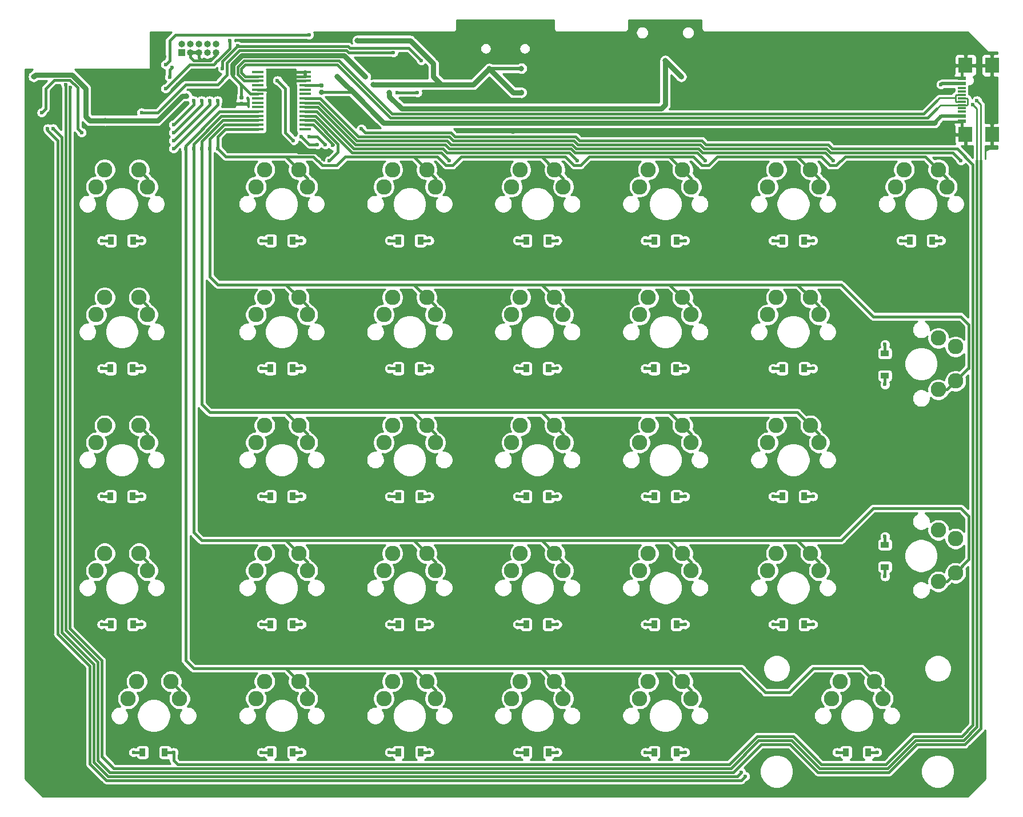
<source format=gbr>
%TF.GenerationSoftware,KiCad,Pcbnew,(5.1.6)-1*%
%TF.CreationDate,2020-07-04T18:17:55+02:00*%
%TF.ProjectId,aW_1,61575f31-2e6b-4696-9361-645f70636258,v1.0*%
%TF.SameCoordinates,Original*%
%TF.FileFunction,Copper,L2,Bot*%
%TF.FilePolarity,Positive*%
%FSLAX46Y46*%
G04 Gerber Fmt 4.6, Leading zero omitted, Abs format (unit mm)*
G04 Created by KiCad (PCBNEW (5.1.6)-1) date 2020-07-04 18:17:55*
%MOMM*%
%LPD*%
G01*
G04 APERTURE LIST*
%TA.AperFunction,ComponentPad*%
%ADD10C,2.286000*%
%TD*%
%TA.AperFunction,ComponentPad*%
%ADD11O,1.000000X1.000000*%
%TD*%
%TA.AperFunction,ComponentPad*%
%ADD12R,1.000000X1.000000*%
%TD*%
%TA.AperFunction,SMDPad,CuDef*%
%ADD13R,1.651000X0.431800*%
%TD*%
%TA.AperFunction,SMDPad,CuDef*%
%ADD14R,0.900000X1.200000*%
%TD*%
%TA.AperFunction,SMDPad,CuDef*%
%ADD15R,1.200000X0.900000*%
%TD*%
%TA.AperFunction,SMDPad,CuDef*%
%ADD16R,2.000000X2.180000*%
%TD*%
%TA.AperFunction,SMDPad,CuDef*%
%ADD17R,1.150000X0.300000*%
%TD*%
%TA.AperFunction,SMDPad,CuDef*%
%ADD18R,1.150000X0.600000*%
%TD*%
%TA.AperFunction,ViaPad*%
%ADD19C,0.800000*%
%TD*%
%TA.AperFunction,ViaPad*%
%ADD20C,0.600000*%
%TD*%
%TA.AperFunction,Conductor*%
%ADD21C,0.381000*%
%TD*%
%TA.AperFunction,Conductor*%
%ADD22C,0.762000*%
%TD*%
%TA.AperFunction,Conductor*%
%ADD23C,0.508000*%
%TD*%
%TA.AperFunction,Conductor*%
%ADD24C,0.254000*%
%TD*%
G04 APERTURE END LIST*
D10*
%TO.P,K33,2*%
%TO.N,/row4*%
X196792822Y-129241454D03*
X198062822Y-131781454D03*
%TO.P,K33,1*%
%TO.N,Net-(D35-Pad2)*%
X191712822Y-129241454D03*
X190442822Y-131781454D03*
%TD*%
%TO.P,K3,2*%
%TO.N,/row0*%
X130473422Y-53447854D03*
X131743422Y-55987854D03*
%TO.P,K3,1*%
%TO.N,Net-(D5-Pad2)*%
X125393422Y-53447854D03*
X124123422Y-55987854D03*
%TD*%
%TO.P,K13,2*%
%TO.N,/row1*%
X187318622Y-72396254D03*
X188588622Y-74936254D03*
%TO.P,K13,1*%
%TO.N,Net-(D15-Pad2)*%
X182238622Y-72396254D03*
X180968622Y-74936254D03*
%TD*%
%TO.P,K7,2*%
%TO.N,/row0*%
X206267022Y-53447854D03*
X207537022Y-55987854D03*
%TO.P,K7,1*%
%TO.N,Net-(D9-Pad2)*%
X201187022Y-53447854D03*
X199917022Y-55987854D03*
%TD*%
%TO.P,K12,2*%
%TO.N,/row1*%
X168370222Y-72396254D03*
X169640222Y-74936254D03*
%TO.P,K12,1*%
%TO.N,Net-(D14-Pad2)*%
X163290222Y-72396254D03*
X162020222Y-74936254D03*
%TD*%
%TO.P,K4,2*%
%TO.N,/row0*%
X149421822Y-53447854D03*
X150691822Y-55987854D03*
%TO.P,K4,1*%
%TO.N,Net-(D6-Pad2)*%
X144341822Y-53447854D03*
X143071822Y-55987854D03*
%TD*%
%TO.P,K16,2*%
%TO.N,/row2*%
X111525022Y-91344654D03*
X112795022Y-93884654D03*
%TO.P,K16,1*%
%TO.N,Net-(D18-Pad2)*%
X106445022Y-91344654D03*
X105175022Y-93884654D03*
%TD*%
%TO.P,K17,2*%
%TO.N,/row2*%
X130473422Y-91344654D03*
X131743422Y-93884654D03*
%TO.P,K17,1*%
%TO.N,Net-(D19-Pad2)*%
X125393422Y-91344654D03*
X124123422Y-93884654D03*
%TD*%
%TO.P,K20,2*%
%TO.N,/row2*%
X187318622Y-91344654D03*
X188588622Y-93884654D03*
%TO.P,K20,1*%
%TO.N,Net-(D22-Pad2)*%
X182238622Y-91344654D03*
X180968622Y-93884654D03*
%TD*%
%TO.P,K5,2*%
%TO.N,/row0*%
X168370222Y-53447854D03*
X169640222Y-55987854D03*
%TO.P,K5,1*%
%TO.N,Net-(D7-Pad2)*%
X163290222Y-53447854D03*
X162020222Y-55987854D03*
%TD*%
%TO.P,K11,2*%
%TO.N,/row1*%
X149421822Y-72396254D03*
X150691822Y-74936254D03*
%TO.P,K11,1*%
%TO.N,Net-(D13-Pad2)*%
X144341822Y-72396254D03*
X143071822Y-74936254D03*
%TD*%
%TO.P,K19,2*%
%TO.N,/row2*%
X168370222Y-91344654D03*
X169640222Y-93884654D03*
%TO.P,K19,1*%
%TO.N,Net-(D21-Pad2)*%
X163290222Y-91344654D03*
X162020222Y-93884654D03*
%TD*%
%TO.P,K18,2*%
%TO.N,/row2*%
X149421822Y-91344654D03*
X150691822Y-93884654D03*
%TO.P,K18,1*%
%TO.N,Net-(D20-Pad2)*%
X144341822Y-91344654D03*
X143071822Y-93884654D03*
%TD*%
%TO.P,K6,2*%
%TO.N,/row0*%
X187318622Y-53447854D03*
X188588622Y-55987854D03*
%TO.P,K6,1*%
%TO.N,Net-(D8-Pad2)*%
X182238622Y-53447854D03*
X180968622Y-55987854D03*
%TD*%
%TO.P,K9,2*%
%TO.N,/row1*%
X111525022Y-72396254D03*
X112795022Y-74936254D03*
%TO.P,K9,1*%
%TO.N,Net-(D11-Pad2)*%
X106445022Y-72396254D03*
X105175022Y-74936254D03*
%TD*%
%TO.P,K10,2*%
%TO.N,/row1*%
X130473422Y-72396254D03*
X131743422Y-74936254D03*
%TO.P,K10,1*%
%TO.N,Net-(D12-Pad2)*%
X125393422Y-72396254D03*
X124123422Y-74936254D03*
%TD*%
%TO.P,K2,2*%
%TO.N,/row0*%
X111525022Y-53447854D03*
X112795022Y-55987854D03*
%TO.P,K2,1*%
%TO.N,Net-(D4-Pad2)*%
X106445022Y-53447854D03*
X105175022Y-55987854D03*
%TD*%
%TO.P,K28,2*%
%TO.N,/row4*%
X92576622Y-129241454D03*
X93846622Y-131781454D03*
%TO.P,K28,1*%
%TO.N,Net-(D30-Pad2)*%
X87496622Y-129241454D03*
X86226622Y-131781454D03*
%TD*%
%TO.P,K30,2*%
%TO.N,/row4*%
X130473422Y-129241454D03*
X131743422Y-131781454D03*
%TO.P,K30,1*%
%TO.N,Net-(D32-Pad2)*%
X125393422Y-129241454D03*
X124123422Y-131781454D03*
%TD*%
%TO.P,K23,2*%
%TO.N,/row3*%
X111525022Y-110293054D03*
X112795022Y-112833054D03*
%TO.P,K23,1*%
%TO.N,Net-(D25-Pad2)*%
X106445022Y-110293054D03*
X105175022Y-112833054D03*
%TD*%
%TO.P,K32,2*%
%TO.N,/row4*%
X168370222Y-129241454D03*
X169640222Y-131781454D03*
%TO.P,K32,1*%
%TO.N,Net-(D34-Pad2)*%
X163290222Y-129241454D03*
X162020222Y-131781454D03*
%TD*%
%TO.P,K27,2*%
%TO.N,/row3*%
X187318622Y-110293054D03*
X188588622Y-112833054D03*
%TO.P,K27,1*%
%TO.N,Net-(D29-Pad2)*%
X182238622Y-110293054D03*
X180968622Y-112833054D03*
%TD*%
%TO.P,K25,2*%
%TO.N,/row3*%
X149421822Y-110293054D03*
X150691822Y-112833054D03*
%TO.P,K25,1*%
%TO.N,Net-(D27-Pad2)*%
X144341822Y-110293054D03*
X143071822Y-112833054D03*
%TD*%
%TO.P,K29,2*%
%TO.N,/row4*%
X111525022Y-129241454D03*
X112795022Y-131781454D03*
%TO.P,K29,1*%
%TO.N,Net-(D31-Pad2)*%
X106445022Y-129241454D03*
X105175022Y-131781454D03*
%TD*%
%TO.P,K26,2*%
%TO.N,/row3*%
X168370222Y-110293054D03*
X169640222Y-112833054D03*
%TO.P,K26,1*%
%TO.N,Net-(D28-Pad2)*%
X163290222Y-110293054D03*
X162020222Y-112833054D03*
%TD*%
%TO.P,K24,2*%
%TO.N,/row3*%
X130473422Y-110293054D03*
X131743422Y-112833054D03*
%TO.P,K24,1*%
%TO.N,Net-(D26-Pad2)*%
X125393422Y-110293054D03*
X124123422Y-112833054D03*
%TD*%
%TO.P,K31,2*%
%TO.N,/row4*%
X149421822Y-129241454D03*
X150691822Y-131781454D03*
%TO.P,K31,1*%
%TO.N,Net-(D33-Pad2)*%
X144341822Y-129241454D03*
X143071822Y-131781454D03*
%TD*%
%TO.P,K14,1*%
%TO.N,Net-(D16-Pad2)*%
X208807022Y-79673354D03*
X206267022Y-78403354D03*
%TO.P,K14,2*%
%TO.N,/row1*%
X208807022Y-84753354D03*
X206267022Y-86023354D03*
%TD*%
%TO.P,K8,1*%
%TO.N,Net-(D10-Pad2)*%
X82759522Y-72396254D03*
X81489522Y-74936254D03*
%TO.P,K8,2*%
%TO.N,/row1*%
X87839522Y-72396254D03*
X89109522Y-74936254D03*
%TD*%
%TO.P,K21,1*%
%TO.N,Net-(D23-Pad2)*%
X208807022Y-108095954D03*
X206267022Y-106825954D03*
%TO.P,K21,2*%
%TO.N,/row3*%
X208807022Y-113175954D03*
X206267022Y-114445954D03*
%TD*%
%TO.P,K22,1*%
%TO.N,Net-(D24-Pad2)*%
X82759522Y-110293054D03*
X81489522Y-112833054D03*
%TO.P,K22,2*%
%TO.N,/row3*%
X87839522Y-110293054D03*
X89109522Y-112833054D03*
%TD*%
%TO.P,K1,1*%
%TO.N,Net-(D3-Pad2)*%
X82759522Y-53447854D03*
X81489522Y-55987854D03*
%TO.P,K1,2*%
%TO.N,/row0*%
X87839522Y-53447854D03*
X89109522Y-55987854D03*
%TD*%
%TO.P,K15,1*%
%TO.N,Net-(D17-Pad2)*%
X82759522Y-91344654D03*
X81489522Y-93884654D03*
%TO.P,K15,2*%
%TO.N,/row2*%
X87839522Y-91344654D03*
X89109522Y-93884654D03*
%TD*%
D11*
%TO.P,J4,10*%
%TO.N,/reset*%
X99229942Y-34850418D03*
%TO.P,J4,9*%
%TO.N,GND*%
X99229942Y-36120418D03*
%TO.P,J4,8*%
%TO.N,Net-(J4-Pad8)*%
X97959942Y-34850418D03*
%TO.P,J4,7*%
%TO.N,Net-(J4-Pad7)*%
X97959942Y-36120418D03*
%TO.P,J4,6*%
%TO.N,/swo*%
X96689942Y-34850418D03*
%TO.P,J4,5*%
%TO.N,GND*%
X96689942Y-36120418D03*
%TO.P,J4,4*%
%TO.N,/swdclk*%
X95419942Y-34850418D03*
%TO.P,J4,3*%
%TO.N,GND*%
X95419942Y-36120418D03*
%TO.P,J4,2*%
%TO.N,/swdio*%
X94149942Y-34850418D03*
D12*
%TO.P,J4,1*%
%TO.N,+3V3*%
X94149942Y-36120418D03*
%TD*%
D13*
%TO.P,U2,28*%
%TO.N,Net-(U2-Pad28)*%
X112458392Y-47451074D03*
%TO.P,U2,27*%
%TO.N,/col0*%
X112458392Y-46801074D03*
%TO.P,U2,26*%
%TO.N,/col1*%
X112458392Y-46151074D03*
%TO.P,U2,25*%
%TO.N,/col2*%
X112458392Y-45501074D03*
%TO.P,U2,24*%
%TO.N,/col3*%
X112458392Y-44851074D03*
%TO.P,U2,23*%
%TO.N,/col4*%
X112458392Y-44201074D03*
%TO.P,U2,22*%
%TO.N,/col5*%
X112458392Y-43551074D03*
%TO.P,U2,21*%
%TO.N,/col6*%
X112458392Y-42901074D03*
%TO.P,U2,20*%
%TO.N,Net-(U2-Pad20)*%
X112458392Y-42251074D03*
%TO.P,U2,19*%
%TO.N,Net-(U2-Pad19)*%
X112458392Y-41601074D03*
%TO.P,U2,18*%
%TO.N,Net-(R1-Pad2)*%
X112458392Y-40951074D03*
%TO.P,U2,17*%
%TO.N,GND*%
X112458392Y-40301074D03*
%TO.P,U2,16*%
X112458392Y-39651074D03*
%TO.P,U2,15*%
X112458392Y-39001074D03*
%TO.P,U2,14*%
%TO.N,N/C*%
X105448392Y-39001074D03*
%TO.P,U2,13*%
%TO.N,/sda_left*%
X105448392Y-39651074D03*
%TO.P,U2,12*%
%TO.N,/scl_left*%
X105448392Y-40301074D03*
%TO.P,U2,11*%
%TO.N,N/C*%
X105448392Y-40951074D03*
%TO.P,U2,10*%
%TO.N,GND*%
X105448392Y-41601074D03*
%TO.P,U2,9*%
%TO.N,VDC*%
X105448392Y-42251074D03*
%TO.P,U2,8*%
%TO.N,Net-(U2-Pad8)*%
X105448392Y-42901074D03*
%TO.P,U2,7*%
%TO.N,Net-(U2-Pad7)*%
X105448392Y-43551074D03*
%TO.P,U2,6*%
%TO.N,Net-(U2-Pad6)*%
X105448392Y-44201074D03*
%TO.P,U2,5*%
%TO.N,/row4*%
X105448392Y-44851074D03*
%TO.P,U2,4*%
%TO.N,/row3*%
X105448392Y-45501074D03*
%TO.P,U2,3*%
%TO.N,/row2*%
X105448392Y-46151074D03*
%TO.P,U2,2*%
%TO.N,/row1*%
X105448392Y-46801074D03*
%TO.P,U2,1*%
%TO.N,/row0*%
X105448392Y-47451074D03*
%TD*%
%TO.P,C1,2*%
%TO.N,GND*%
%TA.AperFunction,SMDPad,CuDef*%
G36*
G01*
X102859512Y-43416074D02*
X103204512Y-43416074D01*
G75*
G02*
X103352012Y-43563574I0J-147500D01*
G01*
X103352012Y-43858574D01*
G75*
G02*
X103204512Y-44006074I-147500J0D01*
G01*
X102859512Y-44006074D01*
G75*
G02*
X102712012Y-43858574I0J147500D01*
G01*
X102712012Y-43563574D01*
G75*
G02*
X102859512Y-43416074I147500J0D01*
G01*
G37*
%TD.AperFunction*%
%TO.P,C1,1*%
%TO.N,VDC*%
%TA.AperFunction,SMDPad,CuDef*%
G36*
G01*
X102859512Y-42446074D02*
X103204512Y-42446074D01*
G75*
G02*
X103352012Y-42593574I0J-147500D01*
G01*
X103352012Y-42888574D01*
G75*
G02*
X103204512Y-43036074I-147500J0D01*
G01*
X102859512Y-43036074D01*
G75*
G02*
X102712012Y-42888574I0J147500D01*
G01*
X102712012Y-42593574D01*
G75*
G02*
X102859512Y-42446074I147500J0D01*
G01*
G37*
%TD.AperFunction*%
%TD*%
D14*
%TO.P,D35,2*%
%TO.N,Net-(D35-Pad2)*%
X192602822Y-139744568D03*
%TO.P,D35,1*%
%TO.N,/col5*%
X195902822Y-139744568D03*
%TD*%
%TO.P,D34,2*%
%TO.N,Net-(D34-Pad2)*%
X164180222Y-139744568D03*
%TO.P,D34,1*%
%TO.N,/col4*%
X167480222Y-139744568D03*
%TD*%
%TO.P,D33,2*%
%TO.N,Net-(D33-Pad2)*%
X145231822Y-139744568D03*
%TO.P,D33,1*%
%TO.N,/col3*%
X148531822Y-139744568D03*
%TD*%
%TO.P,D32,2*%
%TO.N,Net-(D32-Pad2)*%
X126283422Y-139744568D03*
%TO.P,D32,1*%
%TO.N,/col2*%
X129583422Y-139744568D03*
%TD*%
%TO.P,D31,2*%
%TO.N,Net-(D31-Pad2)*%
X107335022Y-139744568D03*
%TO.P,D31,1*%
%TO.N,/col1*%
X110635022Y-139744568D03*
%TD*%
%TO.P,D30,2*%
%TO.N,Net-(D30-Pad2)*%
X88380272Y-139744568D03*
%TO.P,D30,1*%
%TO.N,/col0*%
X91680272Y-139744568D03*
%TD*%
%TO.P,D29,2*%
%TO.N,Net-(D29-Pad2)*%
X183128622Y-120796152D03*
%TO.P,D29,1*%
%TO.N,/col5*%
X186428622Y-120796152D03*
%TD*%
%TO.P,D28,2*%
%TO.N,Net-(D28-Pad2)*%
X164180222Y-120796152D03*
%TO.P,D28,1*%
%TO.N,/col4*%
X167480222Y-120796152D03*
%TD*%
%TO.P,D27,2*%
%TO.N,Net-(D27-Pad2)*%
X145200224Y-120796152D03*
%TO.P,D27,1*%
%TO.N,/col3*%
X148500224Y-120796152D03*
%TD*%
%TO.P,D26,2*%
%TO.N,Net-(D26-Pad2)*%
X126283422Y-120796152D03*
%TO.P,D26,1*%
%TO.N,/col2*%
X129583422Y-120796152D03*
%TD*%
%TO.P,D25,2*%
%TO.N,Net-(D25-Pad2)*%
X107335022Y-120796152D03*
%TO.P,D25,1*%
%TO.N,/col1*%
X110635022Y-120796152D03*
%TD*%
%TO.P,D24,2*%
%TO.N,Net-(D24-Pad2)*%
X83649522Y-120796152D03*
%TO.P,D24,1*%
%TO.N,/col0*%
X86949522Y-120796152D03*
%TD*%
D15*
%TO.P,D23,2*%
%TO.N,Net-(D23-Pad2)*%
X198366230Y-108985954D03*
%TO.P,D23,1*%
%TO.N,/col6*%
X198366230Y-112285954D03*
%TD*%
D14*
%TO.P,D22,2*%
%TO.N,Net-(D22-Pad2)*%
X183128622Y-101847736D03*
%TO.P,D22,1*%
%TO.N,/col5*%
X186428622Y-101847736D03*
%TD*%
%TO.P,D21,2*%
%TO.N,Net-(D21-Pad2)*%
X164180222Y-101847736D03*
%TO.P,D21,1*%
%TO.N,/col4*%
X167480222Y-101847736D03*
%TD*%
%TO.P,D20,2*%
%TO.N,Net-(D20-Pad2)*%
X145200224Y-101847736D03*
%TO.P,D20,1*%
%TO.N,/col3*%
X148500224Y-101847736D03*
%TD*%
%TO.P,D19,2*%
%TO.N,Net-(D19-Pad2)*%
X126283422Y-101847736D03*
%TO.P,D19,1*%
%TO.N,/col2*%
X129583422Y-101847736D03*
%TD*%
%TO.P,D18,2*%
%TO.N,Net-(D18-Pad2)*%
X107325273Y-101847736D03*
%TO.P,D18,1*%
%TO.N,/col1*%
X110625273Y-101847736D03*
%TD*%
%TO.P,D17,2*%
%TO.N,Net-(D17-Pad2)*%
X83617872Y-101847736D03*
%TO.P,D17,1*%
%TO.N,/col0*%
X86917872Y-101847736D03*
%TD*%
D15*
%TO.P,D16,2*%
%TO.N,Net-(D16-Pad2)*%
X198366230Y-80657182D03*
%TO.P,D16,1*%
%TO.N,/col6*%
X198366230Y-83957182D03*
%TD*%
D14*
%TO.P,D15,2*%
%TO.N,Net-(D15-Pad2)*%
X183128622Y-82899320D03*
%TO.P,D15,1*%
%TO.N,/col5*%
X186428622Y-82899320D03*
%TD*%
%TO.P,D14,2*%
%TO.N,Net-(D14-Pad2)*%
X164148640Y-82899320D03*
%TO.P,D14,1*%
%TO.N,/col4*%
X167448640Y-82899320D03*
%TD*%
%TO.P,D13,2*%
%TO.N,Net-(D13-Pad2)*%
X145200224Y-82899320D03*
%TO.P,D13,1*%
%TO.N,/col3*%
X148500224Y-82899320D03*
%TD*%
%TO.P,D12,2*%
%TO.N,Net-(D12-Pad2)*%
X126251808Y-82899320D03*
%TO.P,D12,1*%
%TO.N,/col2*%
X129551808Y-82899320D03*
%TD*%
%TO.P,D11,2*%
%TO.N,Net-(D11-Pad2)*%
X107303392Y-82899320D03*
%TO.P,D11,1*%
%TO.N,/col1*%
X110603392Y-82899320D03*
%TD*%
%TO.P,D10,2*%
%TO.N,Net-(D10-Pad2)*%
X83617872Y-82899320D03*
%TO.P,D10,1*%
%TO.N,/col0*%
X86917872Y-82899320D03*
%TD*%
%TO.P,D9,2*%
%TO.N,Net-(D9-Pad2)*%
X202077022Y-63950904D03*
%TO.P,D9,1*%
%TO.N,/col6*%
X205377022Y-63950904D03*
%TD*%
%TO.P,D8,2*%
%TO.N,Net-(D8-Pad2)*%
X183128622Y-63950904D03*
%TO.P,D8,1*%
%TO.N,/col5*%
X186428622Y-63950904D03*
%TD*%
%TO.P,D7,2*%
%TO.N,Net-(D7-Pad2)*%
X164180222Y-63950904D03*
%TO.P,D7,1*%
%TO.N,/col4*%
X167480222Y-63950904D03*
%TD*%
%TO.P,D6,2*%
%TO.N,Net-(D6-Pad2)*%
X145231822Y-63950904D03*
%TO.P,D6,1*%
%TO.N,/col3*%
X148531822Y-63950904D03*
%TD*%
%TO.P,D5,2*%
%TO.N,Net-(D5-Pad2)*%
X126251808Y-63950904D03*
%TO.P,D5,1*%
%TO.N,/col2*%
X129551808Y-63950904D03*
%TD*%
%TO.P,D4,2*%
%TO.N,Net-(D4-Pad2)*%
X107335022Y-63950904D03*
%TO.P,D4,1*%
%TO.N,/col1*%
X110635022Y-63950904D03*
%TD*%
%TO.P,D3,2*%
%TO.N,Net-(D3-Pad2)*%
X83649522Y-63950904D03*
%TO.P,D3,1*%
%TO.N,/col0*%
X86949522Y-63950904D03*
%TD*%
D16*
%TO.P,J1,S4*%
%TO.N,GND*%
X214231128Y-48234352D03*
%TO.P,J1,S3*%
X214231128Y-38014352D03*
%TO.P,J1,S2*%
X210301128Y-48234352D03*
%TO.P,J1,S1*%
X210301128Y-38014352D03*
D17*
%TO.P,J1,A7*%
%TO.N,/scl_left*%
X209726128Y-43374352D03*
%TO.P,J1,A6*%
%TO.N,/sda_left*%
X209726128Y-42874352D03*
%TO.P,J1,B6*%
X209726128Y-43874352D03*
%TO.P,J1,B7*%
%TO.N,/scl_left*%
X209726128Y-42374352D03*
%TO.P,J1,A8*%
%TO.N,Net-(J1-PadA8)*%
X209726128Y-44374352D03*
%TO.P,J1,A5*%
%TO.N,Net-(J1-PadA5)*%
X209726128Y-41874352D03*
%TO.P,J1,B5*%
%TO.N,Net-(J1-PadB5)*%
X209726128Y-44874352D03*
%TO.P,J1,B8*%
%TO.N,Net-(J1-PadB8)*%
X209726128Y-41374352D03*
D18*
%TO.P,J1,B1/A12*%
%TO.N,GND*%
X209726128Y-46324352D03*
%TO.P,J1,B4/A9*%
%TO.N,VDC*%
X209726128Y-45524352D03*
%TO.P,J1,A4/B9*%
X209726128Y-40724352D03*
%TO.P,J1,A1/B12*%
%TO.N,GND*%
X209726128Y-39924352D03*
%TD*%
%TO.P,R1,2*%
%TO.N,Net-(R1-Pad2)*%
%TA.AperFunction,SMDPad,CuDef*%
G36*
G01*
X115047272Y-41259660D02*
X114702272Y-41259660D01*
G75*
G02*
X114554772Y-41112160I0J147500D01*
G01*
X114554772Y-40817160D01*
G75*
G02*
X114702272Y-40669660I147500J0D01*
G01*
X115047272Y-40669660D01*
G75*
G02*
X115194772Y-40817160I0J-147500D01*
G01*
X115194772Y-41112160D01*
G75*
G02*
X115047272Y-41259660I-147500J0D01*
G01*
G37*
%TD.AperFunction*%
%TO.P,R1,1*%
%TO.N,VDC*%
%TA.AperFunction,SMDPad,CuDef*%
G36*
G01*
X115047272Y-42229660D02*
X114702272Y-42229660D01*
G75*
G02*
X114554772Y-42082160I0J147500D01*
G01*
X114554772Y-41787160D01*
G75*
G02*
X114702272Y-41639660I147500J0D01*
G01*
X115047272Y-41639660D01*
G75*
G02*
X115194772Y-41787160I0J-147500D01*
G01*
X115194772Y-42082160D01*
G75*
G02*
X115047272Y-42229660I-147500J0D01*
G01*
G37*
%TD.AperFunction*%
%TD*%
D19*
%TO.N,GND*%
X156324432Y-68095870D03*
X156324432Y-87044286D03*
X156324432Y-105992702D03*
X156324432Y-124941118D03*
X73425112Y-68095870D03*
X79938630Y-52700282D03*
D20*
X91812214Y-46809726D03*
X118525962Y-44410350D03*
X122572566Y-46778902D03*
X117243324Y-43226074D03*
X110137668Y-39673246D03*
X91683028Y-36712556D03*
X93557804Y-40857522D03*
X111914082Y-34344004D03*
X101255598Y-43226074D03*
X108195371Y-45002488D03*
X207248300Y-48555316D03*
X207248300Y-37304694D03*
X115066961Y-51915955D03*
X114874772Y-53884558D03*
X137376016Y-68095870D03*
X118427600Y-68095870D03*
X79938630Y-63950904D03*
X79938630Y-82899320D03*
X79938630Y-101847736D03*
X79938630Y-120796152D03*
X84675734Y-139744568D03*
X200142644Y-128493946D03*
X209616852Y-76385802D03*
X209616852Y-104808426D03*
X99479184Y-68095870D03*
D19*
X134415326Y-37304694D03*
X149810914Y-37304694D03*
X129086084Y-43226074D03*
D20*
X150161682Y-47820170D03*
X143297396Y-47864816D03*
X147442362Y-42041798D03*
X137376016Y-42041798D03*
X194221264Y-128493946D03*
X123756842Y-37304694D03*
X83491458Y-43818212D03*
X73425112Y-47371040D03*
D19*
%TO.N,+3V3*%
X82857630Y-46186764D03*
X82857630Y-46186764D03*
X94902353Y-42534551D03*
X168167192Y-39673246D03*
X165798640Y-37304694D03*
X124941118Y-42041798D03*
X72240836Y-39673246D03*
%TO.N,VBUS*%
X144513120Y-38457522D03*
X139744568Y-38488970D03*
X122572566Y-40857522D03*
X120204014Y-34344004D03*
X144481672Y-42041798D03*
D20*
%TO.N,Net-(C6-Pad1)*%
X108361254Y-40265384D03*
X110729806Y-49147454D03*
%TO.N,Net-(D2-Pad1)*%
X126125394Y-42041798D03*
X129086084Y-42041798D03*
%TO.N,Net-(D3-Pad2)*%
X82307182Y-63950904D03*
%TO.N,/col0*%
X88228562Y-63950904D03*
X88228562Y-82899320D03*
X88228562Y-101847736D03*
X88228562Y-120796152D03*
X92965666Y-139744568D03*
X120796152Y-47393296D03*
X116549876Y-49840902D03*
%TO.N,/col1*%
X111914082Y-63950904D03*
X111914082Y-82899320D03*
X111914082Y-101847736D03*
X111914082Y-120796152D03*
X111914082Y-139744568D03*
X116059048Y-52108144D03*
%TO.N,Net-(D4-Pad2)*%
X105992702Y-63950904D03*
%TO.N,Net-(D5-Pad2)*%
X124941118Y-63950904D03*
X124941118Y-63950904D03*
%TO.N,/col2*%
X130862498Y-63950904D03*
X130862498Y-82899320D03*
X130862498Y-101847736D03*
X130862498Y-120796152D03*
X130862498Y-139744568D03*
X133823188Y-52108144D03*
%TO.N,/col3*%
X149810914Y-63950904D03*
X149810914Y-82899320D03*
X149810914Y-101847736D03*
X149810914Y-120796152D03*
X149810914Y-139744568D03*
X152771604Y-52108144D03*
%TO.N,Net-(D6-Pad2)*%
X143889534Y-63950904D03*
%TO.N,/col4*%
X168759330Y-63950904D03*
X168759330Y-82899320D03*
X168759330Y-101847736D03*
X168759330Y-120796152D03*
X168759330Y-139744568D03*
X171720020Y-52108144D03*
%TO.N,Net-(D7-Pad2)*%
X162837950Y-63950904D03*
%TO.N,Net-(D8-Pad2)*%
X181786366Y-63950904D03*
%TO.N,/col5*%
X187707746Y-63950904D03*
X187707746Y-82899320D03*
X187707746Y-101847736D03*
X187707746Y-120796152D03*
X197181954Y-139744568D03*
X190668436Y-52108144D03*
X177049262Y-142705258D03*
X75125028Y-47371040D03*
%TO.N,/col6*%
X206656162Y-63950904D03*
X198366230Y-85267872D03*
X198366230Y-113690496D03*
X209616852Y-52108144D03*
X177641400Y-143297396D03*
X74325025Y-47371040D03*
%TO.N,Net-(D9-Pad2)*%
X200734782Y-63950904D03*
%TO.N,Net-(D10-Pad2)*%
X82307182Y-82899320D03*
%TO.N,Net-(D11-Pad2)*%
X105992702Y-82899320D03*
%TO.N,Net-(D12-Pad2)*%
X124941118Y-82899320D03*
%TO.N,Net-(D13-Pad2)*%
X143889534Y-82899320D03*
%TO.N,Net-(D14-Pad2)*%
X162837950Y-82899320D03*
%TO.N,Net-(D15-Pad2)*%
X181786366Y-82899320D03*
%TO.N,Net-(D16-Pad2)*%
X198366230Y-79346492D03*
%TO.N,Net-(D17-Pad2)*%
X82307182Y-101847736D03*
%TO.N,Net-(D18-Pad2)*%
X105992702Y-101847736D03*
%TO.N,Net-(D19-Pad2)*%
X124941118Y-101847736D03*
%TO.N,Net-(D20-Pad2)*%
X143889534Y-101847736D03*
%TO.N,Net-(D21-Pad2)*%
X162837950Y-101847736D03*
%TO.N,Net-(D22-Pad2)*%
X181786366Y-101847736D03*
%TO.N,Net-(D23-Pad2)*%
X198366230Y-107769116D03*
%TO.N,Net-(D24-Pad2)*%
X82307182Y-120796152D03*
%TO.N,Net-(D25-Pad2)*%
X105992702Y-120796152D03*
%TO.N,Net-(D26-Pad2)*%
X124941118Y-120796152D03*
%TO.N,Net-(D27-Pad2)*%
X143889534Y-120796152D03*
%TO.N,Net-(D28-Pad2)*%
X162837950Y-120796152D03*
%TO.N,Net-(D29-Pad2)*%
X181786366Y-120796152D03*
%TO.N,Net-(D30-Pad2)*%
X87044286Y-139744568D03*
%TO.N,Net-(D31-Pad2)*%
X105992702Y-139744568D03*
%TO.N,Net-(D32-Pad2)*%
X124941118Y-139744568D03*
%TO.N,Net-(D33-Pad2)*%
X143889534Y-139744568D03*
%TO.N,Net-(D34-Pad2)*%
X162837950Y-139744568D03*
%TO.N,Net-(D35-Pad2)*%
X191260574Y-139744568D03*
%TO.N,/scl_right*%
X211393266Y-43818212D03*
X77712216Y-41307522D03*
%TO.N,/sda_right*%
X211985404Y-43226074D03*
X76977940Y-40857522D03*
%TO.N,/swdclk*%
X92373528Y-39748022D03*
X92773477Y-38296781D03*
%TO.N,/swo*%
X91781390Y-41449660D03*
X101255598Y-34344004D03*
%TO.N,/reset*%
X102480106Y-35134863D03*
X129678222Y-37304694D03*
X100217482Y-38488970D03*
%TO.N,Net-(JP1-Pad2)*%
X79346492Y-47963178D03*
X73425112Y-45002488D03*
%TO.N,/row0*%
X99479184Y-50331730D03*
%TO.N,/row1*%
X98294908Y-50331730D03*
%TO.N,/row2*%
X97110632Y-50331730D03*
%TO.N,/row3*%
X95926356Y-50331730D03*
%TO.N,/row4*%
X94742080Y-50331730D03*
%TO.N,Net-(R8-Pad1)*%
X111914082Y-48555316D03*
X114282634Y-49739592D03*
%TO.N,Net-(R9-Pad1)*%
X113098358Y-48555316D03*
X115466910Y-49739592D03*
%TO.N,Net-(R11-Pad1)*%
X92965666Y-49147454D03*
X98294908Y-43226074D03*
%TO.N,Net-(R14-Pad1)*%
X92965666Y-46778902D03*
X95926356Y-43226074D03*
%TO.N,/led1*%
X91781390Y-37896832D03*
X113061720Y-33465986D03*
%TO.N,/btn2*%
X88228562Y-45002488D03*
X125533256Y-36120418D03*
%TO.N,/uart_cts*%
X92965666Y-47963178D03*
X97110632Y-43226074D03*
%TO.N,/uart_rts*%
X92965666Y-50331730D03*
X99479184Y-43226074D03*
D19*
%TO.N,VDC*%
X117243324Y-39673246D03*
X121388290Y-39673246D03*
D20*
X206656162Y-40857522D03*
X206656162Y-45594626D03*
%TD*%
D21*
%TO.N,GND*%
X209726128Y-47659352D02*
X210301128Y-48234352D01*
X209726128Y-46324352D02*
X209726128Y-47659352D01*
X209726128Y-38589352D02*
X210301128Y-38014352D01*
X209726128Y-39924352D02*
X209726128Y-38589352D01*
X120204014Y-44410350D02*
X122572566Y-46778902D01*
X118525962Y-44410350D02*
X120204014Y-44410350D01*
X112458392Y-39001074D02*
X110809840Y-39001074D01*
X110809840Y-39001074D02*
X110137668Y-39673246D01*
X110159840Y-39651074D02*
X110137668Y-39673246D01*
X112458392Y-39651074D02*
X110159840Y-39651074D01*
X110765496Y-40301074D02*
X110137668Y-39673246D01*
X112458392Y-40301074D02*
X110765496Y-40301074D01*
X105448392Y-41601074D02*
X106736254Y-41601074D01*
X99229942Y-36464322D02*
X99229942Y-36120418D01*
X98389570Y-37304694D02*
X99229942Y-36464322D01*
X97110632Y-37304694D02*
X98389570Y-37304694D01*
X96689942Y-36884004D02*
X97110632Y-37304694D01*
X96689942Y-36120418D02*
X96689942Y-36884004D01*
X108195371Y-45002488D02*
X108195371Y-47634961D01*
X108195371Y-47634961D02*
X111484278Y-50923868D01*
X114074874Y-50923868D02*
X115066961Y-51915955D01*
X111484278Y-50923868D02*
X114074874Y-50923868D01*
X108195371Y-43060191D02*
X107769116Y-42633936D01*
X108195371Y-45002488D02*
X108195371Y-43060191D01*
X107769116Y-42633936D02*
X107981720Y-42846540D01*
X106736254Y-41601074D02*
X107769116Y-42633936D01*
X143342042Y-47820170D02*
X143297396Y-47864816D01*
X150161682Y-47820170D02*
X143342042Y-47820170D01*
X97110632Y-37304694D02*
X95926356Y-37304694D01*
X95419942Y-36798280D02*
X95419942Y-36120418D01*
X95926356Y-37304694D02*
X95419942Y-36798280D01*
D22*
%TO.N,+3V3*%
X94902353Y-42534551D02*
X94249327Y-42534551D01*
X90597114Y-46186764D02*
X82857630Y-46186764D01*
X94249327Y-42534551D02*
X90597114Y-46186764D01*
X168167192Y-39673246D02*
X165798640Y-37304694D01*
X165798640Y-37304694D02*
X165798640Y-43818212D01*
X126743985Y-44410350D02*
X165206502Y-44410350D01*
X124941118Y-42041798D02*
X124941118Y-42607483D01*
X124941118Y-42607483D02*
X126743985Y-44410350D01*
X165798640Y-43818212D02*
X165206502Y-44410350D01*
X79525864Y-41008149D02*
X77913226Y-39395511D01*
X75479261Y-39395511D02*
X73702847Y-39395511D01*
X77913226Y-39395511D02*
X75479261Y-39395511D01*
X75479261Y-39395511D02*
X72518571Y-39395511D01*
X72518571Y-39395511D02*
X72240836Y-39673246D01*
X80530768Y-46186764D02*
X79938630Y-45594626D01*
X82857630Y-46186764D02*
X80530768Y-46186764D01*
X79938630Y-45594626D02*
X79938630Y-41449660D01*
X79525864Y-41036894D02*
X79525864Y-41008149D01*
X79938630Y-41449660D02*
X79525864Y-41036894D01*
D23*
%TO.N,VBUS*%
X144481672Y-38488970D02*
X144513120Y-38457522D01*
X139744568Y-38488970D02*
X144481672Y-38488970D01*
D22*
X123164704Y-40857522D02*
X122572566Y-40857522D01*
X128021414Y-34344004D02*
X131454636Y-37777226D01*
X120204014Y-34344004D02*
X128021414Y-34344004D01*
X131454636Y-39673246D02*
X132638912Y-40857522D01*
X131454636Y-37777226D02*
X131454636Y-39673246D01*
X132638912Y-40857522D02*
X123164704Y-40857522D01*
X139744568Y-38488970D02*
X137376016Y-40857522D01*
X137376016Y-40857522D02*
X132638912Y-40857522D01*
X144513120Y-42010350D02*
X144481672Y-42041798D01*
X143297396Y-42041798D02*
X144481672Y-42041798D01*
X139744568Y-38488970D02*
X143297396Y-42041798D01*
D21*
%TO.N,Net-(C6-Pad1)*%
X108361254Y-40265384D02*
X109545530Y-41449660D01*
X109545530Y-41449660D02*
X109545530Y-47963178D01*
X109545530Y-47963178D02*
X110729806Y-49147454D01*
%TO.N,Net-(D2-Pad1)*%
X126125394Y-42041798D02*
X129086084Y-42041798D01*
%TO.N,Net-(D3-Pad2)*%
X82307182Y-63950904D02*
X83649522Y-63950904D01*
%TO.N,/col0*%
X88228562Y-63950904D02*
X86949522Y-63950904D01*
X86917872Y-82899320D02*
X88228562Y-82899320D01*
X86917872Y-101847736D02*
X88228562Y-101847736D01*
X86949522Y-120796152D02*
X88228562Y-120796152D01*
X91680272Y-139744568D02*
X92965666Y-139744568D01*
X112458392Y-46801074D02*
X113664892Y-46801074D01*
X113664892Y-46801074D02*
X114282634Y-47418816D01*
X114282634Y-47418816D02*
X114850884Y-47987066D01*
X114850884Y-47987066D02*
X114874772Y-48010954D01*
X114874772Y-48010954D02*
X116627298Y-49763480D01*
X116627298Y-49763480D02*
X116643703Y-49779885D01*
X92965666Y-140928844D02*
X92965666Y-139744568D01*
X184747056Y-137376016D02*
X179417814Y-137376016D01*
X171816484Y-49739592D02*
X189943228Y-49739592D01*
X211393266Y-52700282D02*
X211393266Y-135732672D01*
X188892022Y-141520982D02*
X184747056Y-137376016D01*
X202633137Y-137387145D02*
X198499300Y-141520982D01*
X203103334Y-137376016D02*
X203092206Y-137387144D01*
X198499300Y-141520982D02*
X188892022Y-141520982D01*
X175272848Y-141520982D02*
X93557804Y-141520982D01*
X209749922Y-137376016D02*
X203103334Y-137376016D01*
X211393266Y-135732672D02*
X209749922Y-137376016D01*
X190535366Y-50331730D02*
X208432576Y-50331730D01*
X208443704Y-50342858D02*
X209035842Y-50342858D01*
X171235475Y-49158583D02*
X171816484Y-49739592D01*
X120796152Y-47393296D02*
X121377162Y-47974306D01*
X179417814Y-137376016D02*
X175272848Y-141520982D01*
X153108729Y-49158583D02*
X171235475Y-49158583D01*
X134063850Y-47974306D02*
X134644860Y-48555316D01*
X93557804Y-141520982D02*
X92965666Y-140928844D01*
X152505462Y-48555316D02*
X153108729Y-49158583D01*
X134644860Y-48555316D02*
X152505462Y-48555316D01*
X208432576Y-50331730D02*
X208443704Y-50342858D01*
X203092206Y-137387144D02*
X202633137Y-137387145D01*
X209035842Y-50342858D02*
X211393266Y-52700282D01*
X121377162Y-47974306D02*
X134063850Y-47974306D01*
X189943228Y-49739592D02*
X190535366Y-50331730D01*
%TO.N,/col1*%
X110635022Y-63950904D02*
X111914082Y-63950904D01*
X110603392Y-82899320D02*
X111914082Y-82899320D01*
X110625273Y-101847736D02*
X111914082Y-101847736D01*
X110635022Y-120796152D02*
X111914082Y-120796152D01*
X110635022Y-139744568D02*
X111914082Y-139744568D01*
X112458392Y-46151074D02*
X113836564Y-46151074D01*
X117334203Y-50832989D02*
X117243324Y-50923868D01*
X117334203Y-49648713D02*
X117334203Y-50832989D01*
X113836564Y-46151074D02*
X117334203Y-49648713D01*
X117243324Y-50923868D02*
X116059048Y-52108144D01*
%TO.N,Net-(D4-Pad2)*%
X105992702Y-63950904D02*
X107335022Y-63950904D01*
%TO.N,Net-(D5-Pad2)*%
X124941118Y-63950904D02*
X126251808Y-63950904D01*
%TO.N,/col2*%
X129551808Y-63950904D02*
X130862498Y-63950904D01*
X129551808Y-82899320D02*
X130862498Y-82899320D01*
X129583422Y-101847736D02*
X130862498Y-101847736D01*
X129583422Y-120796152D02*
X130862498Y-120796152D01*
X129583422Y-139744568D02*
X130862498Y-139744568D01*
X114008236Y-45501074D02*
X112458392Y-45501074D01*
X119431030Y-50923868D02*
X114008236Y-45501074D01*
X132638912Y-50923868D02*
X133823188Y-52108144D01*
X132638912Y-50923868D02*
X119431030Y-50923868D01*
%TO.N,/col3*%
X148531822Y-63950904D02*
X149810914Y-63950904D01*
X148500224Y-82899320D02*
X149810914Y-82899320D01*
X148500224Y-101847736D02*
X149810914Y-101847736D01*
X148500224Y-120796152D02*
X149810914Y-120796152D01*
X148531822Y-139744568D02*
X149810914Y-139744568D01*
X151587328Y-50923868D02*
X152771604Y-52108144D01*
X132868446Y-50331730D02*
X133460584Y-50923868D01*
X119660564Y-50331730D02*
X132868446Y-50331730D01*
X114179908Y-44851074D02*
X119660564Y-50331730D01*
X112458392Y-44851074D02*
X114179908Y-44851074D01*
X133460584Y-50923868D02*
X151587328Y-50923868D01*
%TO.N,Net-(D6-Pad2)*%
X143889534Y-63950904D02*
X145231822Y-63950904D01*
%TO.N,/col4*%
X167480222Y-63950904D02*
X168759330Y-63950904D01*
X167448640Y-82899320D02*
X168759330Y-82899320D01*
X167480222Y-101847736D02*
X168759330Y-101847736D01*
X167480222Y-120796152D02*
X168759330Y-120796152D01*
X167480222Y-139744568D02*
X168759330Y-139744568D01*
X151827991Y-50342859D02*
X152409000Y-50923868D01*
X170535744Y-50923868D02*
X171720020Y-52108144D01*
X119890098Y-49739592D02*
X133231050Y-49739592D01*
X114351580Y-44201074D02*
X119890098Y-49739592D01*
X112458392Y-44201074D02*
X114351580Y-44201074D01*
X158692984Y-50923868D02*
X158100846Y-50923868D01*
X152409000Y-50923868D02*
X158692984Y-50923868D01*
X158692984Y-50923868D02*
X170535744Y-50923868D01*
X133834317Y-50342859D02*
X133231050Y-49739592D01*
X151827991Y-50342859D02*
X133834317Y-50342859D01*
%TO.N,Net-(D7-Pad2)*%
X162837950Y-63950904D02*
X164180222Y-63950904D01*
%TO.N,Net-(D8-Pad2)*%
X181786366Y-63950904D02*
X183128622Y-63950904D01*
%TO.N,/col5*%
X186428622Y-63950904D02*
X187707746Y-63950904D01*
X186428622Y-82899320D02*
X187707746Y-82899320D01*
X186428622Y-101847736D02*
X187707746Y-101847736D01*
X186428622Y-120796152D02*
X187707746Y-120796152D01*
X195902822Y-139744568D02*
X197181954Y-139744568D01*
X83261924Y-143297396D02*
X176457124Y-143297396D01*
X76396930Y-121991556D02*
X81134034Y-126728660D01*
X81134034Y-126728660D02*
X81134034Y-141169506D01*
X81134034Y-141169506D02*
X83261924Y-143297396D01*
X114523252Y-43551074D02*
X112458392Y-43551074D01*
X189484160Y-50923868D02*
X171357416Y-50923868D01*
X133471713Y-49158583D02*
X132650040Y-49158582D01*
X132638912Y-49147454D02*
X120119632Y-49147454D01*
X132650040Y-49158582D02*
X132638912Y-49147454D01*
X120119632Y-49147454D02*
X114523252Y-43551074D01*
X171357416Y-50923868D02*
X170765278Y-50331730D01*
X190668436Y-52108144D02*
X189484160Y-50923868D01*
X152638534Y-50331730D02*
X152046396Y-49739592D01*
X152046396Y-49739592D02*
X134052722Y-49739592D01*
X134052722Y-49739592D02*
X133460584Y-49147454D01*
X152638534Y-50331730D02*
X170765278Y-50331730D01*
X177049262Y-142705258D02*
X176457124Y-143297396D01*
X76396930Y-48642942D02*
X76396930Y-49136326D01*
X75125028Y-47371040D02*
X76396930Y-48642942D01*
X76396930Y-49136326D02*
X76396930Y-121991556D01*
%TO.N,/col6*%
X152868068Y-49739592D02*
X152275930Y-49147454D01*
X205377022Y-63950904D02*
X206656162Y-63950904D01*
X198366230Y-83957182D02*
X198366230Y-85267872D01*
X198366230Y-112285954D02*
X198366230Y-113690496D01*
X75793664Y-49147454D02*
X75793664Y-122209962D01*
X80553025Y-141410169D02*
X83032390Y-143889534D01*
X75793664Y-122209962D02*
X80553024Y-126969322D01*
X80553024Y-126969322D02*
X80553025Y-141410169D01*
X114694924Y-42901074D02*
X112458392Y-42901074D01*
X190305832Y-50923868D02*
X189713694Y-50331730D01*
X120349166Y-48555316D02*
X114694924Y-42901074D01*
X189713694Y-50331730D02*
X171586950Y-50331730D01*
X208432576Y-50923868D02*
X190305832Y-50923868D01*
X209616852Y-52108144D02*
X208432576Y-50923868D01*
X133823188Y-48555316D02*
X120349166Y-48555316D01*
X134415326Y-49147454D02*
X152275930Y-49147454D01*
X133823188Y-48555316D02*
X134415326Y-49147454D01*
X170994812Y-49739592D02*
X171586950Y-50331730D01*
X152868068Y-49739592D02*
X170994812Y-49739592D01*
X83032390Y-143889534D02*
X177049262Y-143889534D01*
X177049262Y-143889534D02*
X177641400Y-143297396D01*
X74325025Y-47678815D02*
X75793664Y-49147454D01*
X74325025Y-47371040D02*
X74325025Y-47678815D01*
%TO.N,Net-(D9-Pad2)*%
X200734782Y-63950904D02*
X202077022Y-63950904D01*
%TO.N,Net-(D10-Pad2)*%
X82307182Y-82899320D02*
X83617872Y-82899320D01*
%TO.N,Net-(D11-Pad2)*%
X105992702Y-82899320D02*
X107303392Y-82899320D01*
%TO.N,Net-(D12-Pad2)*%
X124941118Y-82899320D02*
X126251808Y-82899320D01*
%TO.N,Net-(D13-Pad2)*%
X143889534Y-82899320D02*
X145200224Y-82899320D01*
%TO.N,Net-(D14-Pad2)*%
X162837950Y-82899320D02*
X164148640Y-82899320D01*
%TO.N,Net-(D15-Pad2)*%
X181786366Y-82899320D02*
X183128622Y-82899320D01*
%TO.N,Net-(D16-Pad2)*%
X198366230Y-79346492D02*
X198366230Y-80657182D01*
%TO.N,Net-(D17-Pad2)*%
X82307182Y-101847736D02*
X83617872Y-101847736D01*
%TO.N,Net-(D18-Pad2)*%
X105992702Y-101847736D02*
X107325273Y-101847736D01*
%TO.N,Net-(D19-Pad2)*%
X124941118Y-101847736D02*
X126283422Y-101847736D01*
%TO.N,Net-(D20-Pad2)*%
X143889534Y-101847736D02*
X145200224Y-101847736D01*
%TO.N,Net-(D21-Pad2)*%
X162837950Y-101847736D02*
X164180222Y-101847736D01*
%TO.N,Net-(D22-Pad2)*%
X181786366Y-101847736D02*
X183128622Y-101847736D01*
%TO.N,Net-(D23-Pad2)*%
X198366230Y-107769116D02*
X198366230Y-108985954D01*
%TO.N,Net-(D24-Pad2)*%
X82307182Y-120796152D02*
X83649522Y-120796152D01*
%TO.N,Net-(D25-Pad2)*%
X105992702Y-120796152D02*
X107335022Y-120796152D01*
%TO.N,Net-(D26-Pad2)*%
X124941118Y-120796152D02*
X126283422Y-120796152D01*
%TO.N,Net-(D27-Pad2)*%
X143889534Y-120796152D02*
X145200224Y-120796152D01*
%TO.N,Net-(D28-Pad2)*%
X162837950Y-120796152D02*
X164180222Y-120796152D01*
%TO.N,Net-(D29-Pad2)*%
X183128622Y-120796152D02*
X181786366Y-120796152D01*
%TO.N,Net-(D30-Pad2)*%
X87044286Y-139744568D02*
X88380272Y-139744568D01*
%TO.N,Net-(D31-Pad2)*%
X105992702Y-139744568D02*
X107335022Y-139744568D01*
%TO.N,Net-(D32-Pad2)*%
X124941118Y-139744568D02*
X126283422Y-139744568D01*
%TO.N,Net-(D33-Pad2)*%
X143889534Y-139744568D02*
X145231822Y-139744568D01*
%TO.N,Net-(D34-Pad2)*%
X162837950Y-139744568D02*
X164180222Y-139744568D01*
%TO.N,Net-(D35-Pad2)*%
X191260574Y-139744568D02*
X192602822Y-139744568D01*
D24*
%TO.N,/scl_left*%
X206455575Y-42834523D02*
X206064024Y-43226074D01*
X206818179Y-42834523D02*
X206455575Y-42834523D01*
X208912526Y-43374352D02*
X209726128Y-43374352D01*
X208824127Y-43285953D02*
X208912526Y-43374352D01*
X208897128Y-42374352D02*
X208824127Y-42447353D01*
X209726128Y-42374352D02*
X208897128Y-42374352D01*
X206818179Y-42834523D02*
X208824127Y-42834523D01*
X208824127Y-42447353D02*
X208824127Y-42834523D01*
X208824127Y-42834523D02*
X208824127Y-43285953D01*
D21*
X102451002Y-39321770D02*
X103430306Y-40301074D01*
X102451003Y-38248307D02*
X102451002Y-39321770D01*
X103383488Y-37315822D02*
X102451003Y-38248307D01*
X117483986Y-37315822D02*
X103383488Y-37315822D01*
X125350024Y-45181860D02*
X117483986Y-37315822D01*
X103430306Y-40301074D02*
X105448392Y-40301074D01*
X204108238Y-45181860D02*
X125350024Y-45181860D01*
X206064024Y-43226074D02*
X204108238Y-45181860D01*
D24*
%TO.N,/sda_left*%
X209726128Y-43874352D02*
X206600022Y-43874352D01*
D21*
X103624150Y-37896832D02*
X117243324Y-37896832D01*
D24*
X206600022Y-43874352D02*
X206064024Y-44410350D01*
D21*
X105448392Y-39651074D02*
X103601978Y-39651074D01*
X103601978Y-39651074D02*
X103032012Y-39081108D01*
X103032012Y-38488970D02*
X103624150Y-37896832D01*
X103032012Y-39081108D02*
X103032012Y-38488970D01*
D24*
X210628129Y-42962751D02*
X210539730Y-42874352D01*
X210539730Y-42874352D02*
X209726128Y-42874352D01*
X210628129Y-43785953D02*
X210628129Y-42962751D01*
X210539730Y-43874352D02*
X210628129Y-43785953D01*
X209726128Y-43874352D02*
X210539730Y-43874352D01*
D21*
X205471886Y-45002488D02*
X206064024Y-44410350D01*
X125109362Y-45762870D02*
X124348980Y-45002488D01*
X117243324Y-37896832D02*
X124348980Y-45002488D01*
X203863716Y-45762870D02*
X204711504Y-45762870D01*
X204711504Y-45762870D02*
X206064024Y-44410350D01*
X204348900Y-45762870D02*
X203863716Y-45762870D01*
X203863716Y-45762870D02*
X125109362Y-45762870D01*
D24*
%TO.N,/scl_right*%
X211393266Y-43818212D02*
X211985404Y-44410350D01*
X211985404Y-51655737D02*
X211985404Y-52108144D01*
X211985404Y-44410350D02*
X211985404Y-51655737D01*
D21*
X82307182Y-126125394D02*
X77570078Y-121388290D01*
X82307182Y-140336706D02*
X82307182Y-126125394D01*
X84083596Y-142113120D02*
X82307182Y-140336706D01*
X175272848Y-142113120D02*
X84083596Y-142113120D01*
X175283976Y-142101992D02*
X175272848Y-142113120D01*
X179647348Y-137968154D02*
X175513511Y-142101991D01*
X175513511Y-142101991D02*
X175283976Y-142101992D01*
X188662488Y-142113120D02*
X184517522Y-137968154D01*
X184517522Y-137968154D02*
X179647348Y-137968154D01*
X198728834Y-142113120D02*
X188662488Y-142113120D01*
X211985404Y-52108144D02*
X211985404Y-134415326D01*
X202873800Y-137968154D02*
X198728834Y-142113120D01*
X211974276Y-135973334D02*
X209979456Y-137968154D01*
X211974276Y-134426454D02*
X211974276Y-135973334D01*
X211985404Y-134415326D02*
X211974276Y-134426454D01*
X209979456Y-137968154D02*
X202873800Y-137968154D01*
X77570078Y-121388290D02*
X77570078Y-41449660D01*
X77570078Y-41449660D02*
X77712216Y-41307522D01*
D24*
%TO.N,/sda_right*%
X212577542Y-51516006D02*
X212577542Y-52108144D01*
X211985404Y-43226074D02*
X212577542Y-43818212D01*
X212577542Y-43818212D02*
X212577542Y-51516006D01*
D21*
X81715044Y-126354928D02*
X76977940Y-121617824D01*
X175864986Y-142705258D02*
X83491458Y-142705258D01*
X188432954Y-142705258D02*
X184287988Y-138560292D01*
X180009952Y-138560292D02*
X175864986Y-142705258D01*
X184287988Y-138560292D02*
X180009952Y-138560292D01*
X198958368Y-142705258D02*
X188432954Y-142705258D01*
X83491458Y-142705258D02*
X81715044Y-140928844D01*
X203103334Y-138560292D02*
X198958368Y-142705258D01*
X210208990Y-138560292D02*
X203103334Y-138560292D01*
X81715044Y-140928844D02*
X81715044Y-126354928D01*
X212577542Y-136191740D02*
X210208990Y-138560292D01*
X212577542Y-52108144D02*
X212577542Y-136191740D01*
X76977940Y-121617824D02*
X76977940Y-40857522D01*
%TO.N,/swdclk*%
X92373528Y-38696730D02*
X92773477Y-38296781D01*
X92373528Y-39748022D02*
X92373528Y-38696730D01*
%TO.N,/swo*%
X95334218Y-37896832D02*
X91781390Y-41449660D01*
X99469765Y-37314113D02*
X98887046Y-37896832D01*
X99479184Y-37314113D02*
X99469765Y-37314113D01*
X101255598Y-35537699D02*
X99479184Y-37314113D01*
X98887046Y-37896832D02*
X95334218Y-37896832D01*
X101255598Y-34344004D02*
X101255598Y-35537699D01*
%TO.N,/reset*%
X127803445Y-35429917D02*
X119057711Y-35429917D01*
X128493946Y-36120418D02*
X127803445Y-35429917D01*
X119057711Y-35429917D02*
X118819586Y-35191792D01*
X128493946Y-36120418D02*
X129086084Y-36712556D01*
X102776362Y-35191792D02*
X102503687Y-35191793D01*
X118819586Y-35191792D02*
X102776362Y-35191792D01*
X102503687Y-35158444D02*
X102480106Y-35134863D01*
X102503687Y-35191793D02*
X102503687Y-35158444D01*
X129086084Y-36712556D02*
X129678222Y-37304694D01*
X100217482Y-37397487D02*
X102480106Y-35134863D01*
X100217482Y-38488970D02*
X100217482Y-37397487D01*
%TO.N,Net-(JP1-Pad2)*%
X74017250Y-44410350D02*
X73425112Y-45002488D01*
X74017250Y-41449660D02*
X74017250Y-44410350D01*
X78754354Y-47371040D02*
X78754354Y-41327718D01*
X79346492Y-47963178D02*
X78754354Y-47371040D01*
X78754354Y-41327718D02*
X77593657Y-40167021D01*
X77593657Y-40167021D02*
X75299889Y-40167021D01*
X75299889Y-40167021D02*
X74017250Y-41449660D01*
%TO.N,/row0*%
X89109522Y-54717854D02*
X87839522Y-53447854D01*
X89109522Y-55987854D02*
X89109522Y-54717854D01*
X112795022Y-54717854D02*
X111525022Y-53447854D01*
X112795022Y-55987854D02*
X112795022Y-54717854D01*
X131743422Y-54717854D02*
X130473422Y-53447854D01*
X131743422Y-55987854D02*
X131743422Y-54717854D01*
X150691822Y-54717854D02*
X149421822Y-53447854D01*
X150691822Y-55987854D02*
X150691822Y-54717854D01*
X169640222Y-54717854D02*
X168370222Y-53447854D01*
X169640222Y-55987854D02*
X169640222Y-54717854D01*
X188588622Y-54717854D02*
X187318622Y-53447854D01*
X188588622Y-55987854D02*
X188588622Y-54717854D01*
X207537022Y-54717854D02*
X206267022Y-53447854D01*
X207537022Y-55987854D02*
X207537022Y-54717854D01*
X111525022Y-53447854D02*
X109593174Y-51516006D01*
X128541574Y-51516006D02*
X130473422Y-53447854D01*
X147489974Y-51516006D02*
X149421822Y-53447854D01*
X166438374Y-51516006D02*
X168370222Y-53447854D01*
X185386774Y-51516006D02*
X187318622Y-53447854D01*
X100663460Y-51516006D02*
X99479184Y-50331730D01*
X109593174Y-51516006D02*
X100663460Y-51516006D01*
X105448392Y-47451074D02*
X100583426Y-47451074D01*
X99479184Y-48555316D02*
X99479184Y-50331730D01*
X100583426Y-47451074D02*
X99479184Y-48555316D01*
X128541574Y-51516006D02*
X129086084Y-51516006D01*
X136783878Y-51516006D02*
X147489974Y-51516006D01*
X132046774Y-51516006D02*
X133329413Y-52798645D01*
X129086084Y-51516006D02*
X132046774Y-51516006D01*
X117144961Y-52798645D02*
X118427600Y-51516006D01*
X114973135Y-52798645D02*
X117144961Y-52798645D01*
X113690496Y-51516006D02*
X114973135Y-52798645D01*
X118427600Y-51516006D02*
X129086084Y-51516006D01*
X109593174Y-51516006D02*
X113690496Y-51516006D01*
X133329413Y-52798645D02*
X134316963Y-52798645D01*
X134316963Y-52798645D02*
X135599602Y-51516006D01*
X135599602Y-51516006D02*
X136783878Y-51516006D01*
X156916570Y-51516006D02*
X166438374Y-51516006D01*
X153265379Y-52798645D02*
X154548018Y-51516006D01*
X150995190Y-51516006D02*
X152277829Y-52798645D01*
X154548018Y-51516006D02*
X156916570Y-51516006D01*
X152277829Y-52798645D02*
X153265379Y-52798645D01*
X147489974Y-51516006D02*
X150995190Y-51516006D01*
X175272848Y-51516006D02*
X185386774Y-51516006D01*
X173496434Y-51516006D02*
X175272848Y-51516006D01*
X172213795Y-52798645D02*
X173496434Y-51516006D01*
X171226245Y-52798645D02*
X172213795Y-52798645D01*
X169943606Y-51516006D02*
X171226245Y-52798645D01*
X166438374Y-51516006D02*
X169943606Y-51516006D01*
X191162211Y-52798645D02*
X190174661Y-52798645D01*
X190174661Y-52798645D02*
X188892022Y-51516006D01*
X192444850Y-51516006D02*
X191162211Y-52798645D01*
X188892022Y-51516006D02*
X185386774Y-51516006D01*
X204335174Y-51516006D02*
X192444850Y-51516006D01*
X206267022Y-53447854D02*
X204335174Y-51516006D01*
%TO.N,/row1*%
X207537022Y-86023354D02*
X208807022Y-84753354D01*
X206267022Y-86023354D02*
X207537022Y-86023354D01*
X188588622Y-73666254D02*
X187318622Y-72396254D01*
X188588622Y-74936254D02*
X188588622Y-73666254D01*
X169640222Y-73666254D02*
X168370222Y-72396254D01*
X169640222Y-74936254D02*
X169640222Y-73666254D01*
X150691822Y-73666254D02*
X149421822Y-72396254D01*
X150691822Y-74936254D02*
X150691822Y-73666254D01*
X131743422Y-73666254D02*
X130473422Y-72396254D01*
X131743422Y-74936254D02*
X131743422Y-73666254D01*
X112795022Y-73666254D02*
X111525022Y-72396254D01*
X112795022Y-74936254D02*
X112795022Y-73666254D01*
X89109522Y-73666254D02*
X87839522Y-72396254D01*
X89109522Y-74936254D02*
X89109522Y-73666254D01*
X111525022Y-72396254D02*
X109593190Y-70464422D01*
X128541590Y-70464422D02*
X130473422Y-72396254D01*
X109593190Y-70464422D02*
X128541590Y-70464422D01*
X147489990Y-70464422D02*
X149421822Y-72396254D01*
X128541590Y-70464422D02*
X147489990Y-70464422D01*
X166438390Y-70464422D02*
X168370222Y-72396254D01*
X147489990Y-70464422D02*
X166438390Y-70464422D01*
X185386790Y-70464422D02*
X187318622Y-72396254D01*
X166438390Y-70464422D02*
X185386790Y-70464422D01*
X210801128Y-82759248D02*
X208807022Y-84753354D01*
X185386790Y-70464422D02*
X191852712Y-70464422D01*
X191852712Y-70464422D02*
X196589816Y-75201526D01*
X196589816Y-75201526D02*
X209616852Y-75201526D01*
X209616852Y-75201526D02*
X210801128Y-76385802D01*
X210801128Y-76385802D02*
X210801128Y-82899320D01*
X98294908Y-69280146D02*
X99479184Y-70464422D01*
X99479184Y-70464422D02*
X109593190Y-70464422D01*
X98294908Y-50331730D02*
X98294908Y-69280146D01*
X98294908Y-48917920D02*
X98294908Y-50331730D01*
X100411754Y-46801074D02*
X98294908Y-48917920D01*
X105448392Y-46801074D02*
X100411754Y-46801074D01*
%TO.N,/row2*%
X89109522Y-92614654D02*
X87839522Y-91344654D01*
X89109522Y-93884654D02*
X89109522Y-92614654D01*
X112795022Y-92614654D02*
X111525022Y-91344654D01*
X112795022Y-93884654D02*
X112795022Y-92614654D01*
X131743422Y-92614654D02*
X130473422Y-91344654D01*
X131743422Y-93884654D02*
X131743422Y-92614654D01*
X150691822Y-92614654D02*
X149421822Y-91344654D01*
X150691822Y-93884654D02*
X150691822Y-92614654D01*
X169640222Y-92614654D02*
X168370222Y-91344654D01*
X169640222Y-93884654D02*
X169640222Y-92614654D01*
X188588622Y-92614654D02*
X187318622Y-91344654D01*
X188588622Y-93884654D02*
X188588622Y-92614654D01*
X111525022Y-91344654D02*
X109593206Y-89412838D01*
X128541606Y-89412838D02*
X130473422Y-91344654D01*
X109593206Y-89412838D02*
X128541606Y-89412838D01*
X147490006Y-89412838D02*
X149421822Y-91344654D01*
X128541606Y-89412838D02*
X147490006Y-89412838D01*
X166438406Y-89412838D02*
X168370222Y-91344654D01*
X147490006Y-89412838D02*
X166438406Y-89412838D01*
X185386806Y-89412838D02*
X187318622Y-91344654D01*
X166438406Y-89412838D02*
X185386806Y-89412838D01*
X109593206Y-89412838D02*
X98294908Y-89412838D01*
X98294908Y-89412838D02*
X97110632Y-88228562D01*
X97110632Y-88228562D02*
X97110632Y-50923868D01*
X97110632Y-50923868D02*
X97110632Y-50331730D01*
X97110632Y-49280524D02*
X97110632Y-50331730D01*
X100240082Y-46151074D02*
X97110632Y-49280524D01*
X105448392Y-46151074D02*
X100240082Y-46151074D01*
%TO.N,/row3*%
X188588622Y-111563054D02*
X187318622Y-110293054D01*
X188588622Y-112833054D02*
X188588622Y-111563054D01*
X169640222Y-111563054D02*
X168370222Y-110293054D01*
X169640222Y-112833054D02*
X169640222Y-111563054D01*
X150691822Y-111563054D02*
X149421822Y-110293054D01*
X150691822Y-112833054D02*
X150691822Y-111563054D01*
X131743422Y-111563054D02*
X130473422Y-110293054D01*
X131743422Y-112833054D02*
X131743422Y-111563054D01*
X112795022Y-111563054D02*
X111525022Y-110293054D01*
X112795022Y-112833054D02*
X112795022Y-111563054D01*
X89109522Y-111563054D02*
X87839522Y-110293054D01*
X89109522Y-112833054D02*
X89109522Y-111563054D01*
X207537022Y-114445954D02*
X208807022Y-113175954D01*
X206267022Y-114445954D02*
X207537022Y-114445954D01*
X111525022Y-110293054D02*
X109593222Y-108361254D01*
X128541622Y-108361254D02*
X130473422Y-110293054D01*
X109593222Y-108361254D02*
X128541622Y-108361254D01*
X147490022Y-108361254D02*
X149421822Y-110293054D01*
X128541622Y-108361254D02*
X147490022Y-108361254D01*
X166438422Y-108361254D02*
X168370222Y-110293054D01*
X147490022Y-108361254D02*
X166438422Y-108361254D01*
X185386822Y-108361254D02*
X187318622Y-110293054D01*
X166438422Y-108361254D02*
X185386822Y-108361254D01*
X185386822Y-108361254D02*
X191852712Y-108361254D01*
X191852712Y-108361254D02*
X196589816Y-103624150D01*
X196589816Y-103624150D02*
X209616852Y-103624150D01*
X209616852Y-103624150D02*
X210801128Y-104808426D01*
X210801128Y-111181848D02*
X208807022Y-113175954D01*
X210801128Y-104808426D02*
X210801128Y-111181848D01*
X95926356Y-107176978D02*
X95926356Y-50331730D01*
X97110632Y-108361254D02*
X95926356Y-107176978D01*
X109593222Y-108361254D02*
X97110632Y-108361254D01*
X95926356Y-50235266D02*
X95926356Y-50331730D01*
X95926356Y-49643128D02*
X95926356Y-50331730D01*
X100068410Y-45501074D02*
X95926356Y-49643128D01*
X105448392Y-45501074D02*
X100068410Y-45501074D01*
%TO.N,/row4*%
X93846622Y-130511454D02*
X92576622Y-129241454D01*
X93846622Y-131781454D02*
X93846622Y-130511454D01*
X112795022Y-130511454D02*
X111525022Y-129241454D01*
X112795022Y-131781454D02*
X112795022Y-130511454D01*
X131743422Y-130511454D02*
X130473422Y-129241454D01*
X131743422Y-131781454D02*
X131743422Y-130511454D01*
X150691822Y-130511454D02*
X149421822Y-129241454D01*
X150691822Y-131781454D02*
X150691822Y-130511454D01*
X169640222Y-130511454D02*
X168370222Y-129241454D01*
X169640222Y-131781454D02*
X169640222Y-130511454D01*
X198062822Y-130511454D02*
X196792822Y-129241454D01*
X198062822Y-131781454D02*
X198062822Y-130511454D01*
X111525022Y-129241454D02*
X109593238Y-127309670D01*
X128541638Y-127309670D02*
X130473422Y-129241454D01*
X109593238Y-127309670D02*
X128541638Y-127309670D01*
X147490038Y-127309670D02*
X149421822Y-129241454D01*
X128541638Y-127309670D02*
X147490038Y-127309670D01*
X166438438Y-127309670D02*
X168370222Y-129241454D01*
X147490038Y-127309670D02*
X166438438Y-127309670D01*
X194861038Y-127309670D02*
X196792822Y-129241454D01*
X95926356Y-127309670D02*
X94742080Y-126125394D01*
X109593238Y-127309670D02*
X95926356Y-127309670D01*
X94742080Y-50597870D02*
X94742080Y-51516006D01*
X94742080Y-126125394D02*
X94742080Y-51516006D01*
X94742080Y-50597870D02*
X94742080Y-50331730D01*
X99798472Y-44851074D02*
X94742080Y-49907466D01*
X94742080Y-49907466D02*
X94742080Y-50331730D01*
X105448392Y-44851074D02*
X99798472Y-44851074D01*
X166438438Y-127309670D02*
X177049262Y-127309670D01*
X177049262Y-127309670D02*
X180602090Y-130862498D01*
X180602090Y-130862498D02*
X184154918Y-130862498D01*
X184154918Y-130862498D02*
X187707746Y-127309670D01*
X187707746Y-127309670D02*
X194861038Y-127309670D01*
%TO.N,Net-(R1-Pad2)*%
X114861186Y-40951074D02*
X114874772Y-40964660D01*
X112458392Y-40951074D02*
X114861186Y-40951074D01*
%TO.N,Net-(R8-Pad1)*%
X113098358Y-49739592D02*
X111914082Y-48555316D01*
X114282634Y-49739592D02*
X113098358Y-49739592D01*
%TO.N,Net-(R9-Pad1)*%
X115466910Y-49739592D02*
X114282634Y-48555316D01*
X114282634Y-48555316D02*
X113098358Y-48555316D01*
%TO.N,Net-(R11-Pad1)*%
X92965666Y-49147454D02*
X98294908Y-43818212D01*
X98294908Y-43818212D02*
X98294908Y-43226074D01*
%TO.N,Net-(R14-Pad1)*%
X92965666Y-46778902D02*
X95926356Y-43818212D01*
X95926356Y-43818212D02*
X95926356Y-43226074D01*
%TO.N,/led1*%
X92373528Y-37304694D02*
X92373528Y-34344004D01*
X91781390Y-37896832D02*
X92373528Y-37304694D01*
X93251546Y-33465986D02*
X92373528Y-34344004D01*
X113061720Y-33465986D02*
X93251546Y-33465986D01*
%TO.N,/btn2*%
X119611876Y-36120418D02*
X124941118Y-36120418D01*
X118578924Y-35772802D02*
X118926540Y-36120418D01*
X102744350Y-35772802D02*
X118578924Y-35772802D01*
X100907982Y-37609170D02*
X102744350Y-35772802D01*
X100907982Y-39428724D02*
X100907982Y-37609170D01*
X99479184Y-40857522D02*
X100907982Y-39428724D01*
X94742080Y-40857522D02*
X99479184Y-40857522D01*
X90597114Y-45002488D02*
X94742080Y-40857522D01*
X118926540Y-36120418D02*
X119611876Y-36120418D01*
X88228562Y-45002488D02*
X90597114Y-45002488D01*
X124941118Y-36120418D02*
X125533256Y-36120418D01*
%TO.N,/uart_cts*%
X92965666Y-47963178D02*
X93656167Y-47272677D01*
X92965666Y-47963178D02*
X97110632Y-43818212D01*
X97110632Y-43818212D02*
X97110632Y-43226074D01*
%TO.N,/uart_rts*%
X92965666Y-50331730D02*
X99479184Y-43818212D01*
X99479184Y-43818212D02*
X99479184Y-43226074D01*
D22*
%TO.N,VDC*%
X114874772Y-41934660D02*
X114874772Y-41989844D01*
D21*
X119126876Y-41934660D02*
X119315807Y-41745729D01*
X114874772Y-41934660D02*
X119126876Y-41934660D01*
D22*
X119315807Y-41745729D02*
X118427600Y-40857522D01*
D21*
X104354090Y-42251074D02*
X105448392Y-42251074D01*
X103032012Y-40928996D02*
X102700206Y-40597190D01*
X103032012Y-42741074D02*
X103032012Y-40928996D01*
X101679492Y-39576476D02*
X102700206Y-40597190D01*
X102700206Y-40597190D02*
X104354090Y-42251074D01*
D23*
X207973608Y-40724352D02*
X209726128Y-40724352D01*
D22*
X118427600Y-40857522D02*
X117243324Y-39673246D01*
D21*
X101679492Y-39249352D02*
X101679492Y-39576476D01*
D22*
X118259356Y-36544312D02*
X119019738Y-37304694D01*
X103063919Y-36544312D02*
X118259356Y-36544312D01*
X101679495Y-37928737D02*
X103063919Y-36544312D01*
X101679492Y-38320726D02*
X101679495Y-37928737D01*
X119019738Y-37304694D02*
X121388290Y-39673246D01*
X101679492Y-39249352D02*
X101679492Y-38320726D01*
D23*
X209726128Y-40724352D02*
X206789332Y-40724352D01*
X206789332Y-40724352D02*
X206656162Y-40857522D01*
X206726436Y-45524352D02*
X209726128Y-45524352D01*
X206656162Y-45594626D02*
X206726436Y-45524352D01*
X206656162Y-45594626D02*
X205767955Y-46482833D01*
D22*
X205716408Y-46534380D02*
X205767955Y-46482833D01*
X124104458Y-46534380D02*
X205716408Y-46534380D01*
X119315807Y-41745729D02*
X124104458Y-46534380D01*
%TD*%
D24*
%TO.N,GND*%
G36*
X72022280Y-38652758D02*
G01*
X71886912Y-38763852D01*
X71859072Y-38797775D01*
X71742998Y-38913849D01*
X71662020Y-38967957D01*
X71535547Y-39094430D01*
X71436177Y-39243147D01*
X71367730Y-39408392D01*
X71332836Y-39583816D01*
X71332836Y-39762676D01*
X71367730Y-39938100D01*
X71436177Y-40103345D01*
X71535547Y-40252062D01*
X71662020Y-40378535D01*
X71810737Y-40477905D01*
X71975982Y-40546352D01*
X72151406Y-40581246D01*
X72330266Y-40581246D01*
X72505690Y-40546352D01*
X72670935Y-40477905D01*
X72819652Y-40378535D01*
X72913676Y-40284511D01*
X74194571Y-40284511D01*
X73547594Y-40931489D01*
X73520947Y-40953358D01*
X73499079Y-40980004D01*
X73499076Y-40980007D01*
X73433659Y-41059717D01*
X73376329Y-41166974D01*
X73368798Y-41181064D01*
X73328857Y-41312731D01*
X73318750Y-41415352D01*
X73318750Y-41415362D01*
X73315372Y-41449660D01*
X73318750Y-41483958D01*
X73318751Y-44121021D01*
X73220393Y-44219379D01*
X73189427Y-44225539D01*
X73042380Y-44286447D01*
X72910042Y-44374873D01*
X72797497Y-44487418D01*
X72709071Y-44619756D01*
X72648163Y-44766803D01*
X72617112Y-44922907D01*
X72617112Y-45082069D01*
X72648163Y-45238173D01*
X72709071Y-45385220D01*
X72797497Y-45517558D01*
X72910042Y-45630103D01*
X73042380Y-45718529D01*
X73189427Y-45779437D01*
X73345531Y-45810488D01*
X73504693Y-45810488D01*
X73660797Y-45779437D01*
X73807844Y-45718529D01*
X73940182Y-45630103D01*
X74052727Y-45517558D01*
X74141153Y-45385220D01*
X74202061Y-45238173D01*
X74208221Y-45207207D01*
X74486907Y-44928521D01*
X74513553Y-44906653D01*
X74535423Y-44880005D01*
X74535424Y-44880004D01*
X74600841Y-44800293D01*
X74626547Y-44752201D01*
X74665702Y-44678947D01*
X74705643Y-44547280D01*
X74715750Y-44444659D01*
X74715750Y-44444648D01*
X74719128Y-44410350D01*
X74715750Y-44376052D01*
X74715750Y-41738987D01*
X75589217Y-40865521D01*
X76169940Y-40865521D01*
X76169940Y-40937103D01*
X76200991Y-41093207D01*
X76261899Y-41240254D01*
X76279441Y-41266507D01*
X76279441Y-47537625D01*
X75908137Y-47166321D01*
X75901977Y-47135355D01*
X75841069Y-46988308D01*
X75752643Y-46855970D01*
X75640098Y-46743425D01*
X75507760Y-46654999D01*
X75360713Y-46594091D01*
X75204609Y-46563040D01*
X75045447Y-46563040D01*
X74889343Y-46594091D01*
X74742296Y-46654999D01*
X74725027Y-46666538D01*
X74707757Y-46654999D01*
X74560710Y-46594091D01*
X74404606Y-46563040D01*
X74245444Y-46563040D01*
X74089340Y-46594091D01*
X73942293Y-46654999D01*
X73809955Y-46743425D01*
X73697410Y-46855970D01*
X73608984Y-46988308D01*
X73548076Y-47135355D01*
X73517025Y-47291459D01*
X73517025Y-47450621D01*
X73548076Y-47606725D01*
X73608984Y-47753772D01*
X73634253Y-47791589D01*
X73636632Y-47815745D01*
X73676573Y-47947412D01*
X73697769Y-47987066D01*
X73741434Y-48068758D01*
X73806851Y-48148468D01*
X73806854Y-48148471D01*
X73828723Y-48175118D01*
X73855368Y-48196985D01*
X75095164Y-49436783D01*
X75095165Y-122175654D01*
X75091786Y-122209962D01*
X75105272Y-122346891D01*
X75145213Y-122478560D01*
X75210073Y-122599905D01*
X75275490Y-122679615D01*
X75275494Y-122679619D01*
X75297362Y-122706265D01*
X75324008Y-122728133D01*
X79854524Y-127258650D01*
X79854526Y-141375861D01*
X79851147Y-141410169D01*
X79854526Y-141444477D01*
X79854526Y-141444478D01*
X79864633Y-141547099D01*
X79873793Y-141577296D01*
X79904574Y-141678767D01*
X79969434Y-141800112D01*
X80034851Y-141879822D01*
X80034855Y-141879826D01*
X80056723Y-141906472D01*
X80083369Y-141928340D01*
X82514219Y-144359191D01*
X82536087Y-144385837D01*
X82562733Y-144407705D01*
X82562736Y-144407708D01*
X82583943Y-144425112D01*
X82642447Y-144473125D01*
X82763793Y-144537986D01*
X82895460Y-144577927D01*
X82998081Y-144588034D01*
X82998092Y-144588034D01*
X83032390Y-144591412D01*
X83066688Y-144588034D01*
X177014964Y-144588034D01*
X177049262Y-144591412D01*
X177083560Y-144588034D01*
X177083571Y-144588034D01*
X177186192Y-144577927D01*
X177317859Y-144537986D01*
X177439205Y-144473125D01*
X177545565Y-144385837D01*
X177567437Y-144359186D01*
X177846119Y-144080505D01*
X177877085Y-144074345D01*
X178024132Y-144013437D01*
X178156470Y-143925011D01*
X178269015Y-143812466D01*
X178357441Y-143680128D01*
X178418349Y-143533081D01*
X178449400Y-143376977D01*
X178449400Y-143217815D01*
X178418349Y-143061711D01*
X178357441Y-142914664D01*
X178269015Y-142782326D01*
X178156470Y-142669781D01*
X178024132Y-142581355D01*
X177877085Y-142520447D01*
X177834652Y-142512006D01*
X177826211Y-142469573D01*
X177768415Y-142330038D01*
X179812922Y-142330038D01*
X179812922Y-142822870D01*
X179909068Y-143306231D01*
X180097667Y-143761548D01*
X180371469Y-144171323D01*
X180719953Y-144519807D01*
X181129728Y-144793609D01*
X181585045Y-144982208D01*
X182068406Y-145078354D01*
X182561238Y-145078354D01*
X183044599Y-144982208D01*
X183499916Y-144793609D01*
X183909691Y-144519807D01*
X184258175Y-144171323D01*
X184531977Y-143761548D01*
X184720576Y-143306231D01*
X184816722Y-142822870D01*
X184816722Y-142330038D01*
X184720576Y-141846677D01*
X184531977Y-141391360D01*
X184258175Y-140981585D01*
X183909691Y-140633101D01*
X183499916Y-140359299D01*
X183044599Y-140170700D01*
X182561238Y-140074554D01*
X182068406Y-140074554D01*
X181585045Y-140170700D01*
X181129728Y-140359299D01*
X180719953Y-140633101D01*
X180371469Y-140981585D01*
X180097667Y-141391360D01*
X179909068Y-141846677D01*
X179812922Y-142330038D01*
X177768415Y-142330038D01*
X177765303Y-142322526D01*
X177676877Y-142190188D01*
X177564332Y-142077643D01*
X177514036Y-142044036D01*
X180299281Y-139258792D01*
X183998661Y-139258792D01*
X187914788Y-143174921D01*
X187936651Y-143201561D01*
X187963291Y-143223424D01*
X187963299Y-143223432D01*
X188043010Y-143288849D01*
X188164355Y-143353709D01*
X188164357Y-143353710D01*
X188296024Y-143393651D01*
X188398645Y-143403758D01*
X188398655Y-143403758D01*
X188432953Y-143407136D01*
X188467251Y-143403758D01*
X198924070Y-143403758D01*
X198958368Y-143407136D01*
X198992666Y-143403758D01*
X198992677Y-143403758D01*
X199095298Y-143393651D01*
X199226965Y-143353710D01*
X199348311Y-143288849D01*
X199454671Y-143201561D01*
X199476543Y-143174910D01*
X200321415Y-142330038D01*
X203688922Y-142330038D01*
X203688922Y-142822870D01*
X203785068Y-143306231D01*
X203973667Y-143761548D01*
X204247469Y-144171323D01*
X204595953Y-144519807D01*
X205005728Y-144793609D01*
X205461045Y-144982208D01*
X205944406Y-145078354D01*
X206437238Y-145078354D01*
X206920599Y-144982208D01*
X207375916Y-144793609D01*
X207785691Y-144519807D01*
X208134175Y-144171323D01*
X208407977Y-143761548D01*
X208596576Y-143306231D01*
X208692722Y-142822870D01*
X208692722Y-142330038D01*
X208596576Y-141846677D01*
X208407977Y-141391360D01*
X208134175Y-140981585D01*
X207785691Y-140633101D01*
X207375916Y-140359299D01*
X206920599Y-140170700D01*
X206437238Y-140074554D01*
X205944406Y-140074554D01*
X205461045Y-140170700D01*
X205005728Y-140359299D01*
X204595953Y-140633101D01*
X204247469Y-140981585D01*
X203973667Y-141391360D01*
X203785068Y-141846677D01*
X203688922Y-142330038D01*
X200321415Y-142330038D01*
X203392663Y-139258792D01*
X210174692Y-139258792D01*
X210208990Y-139262170D01*
X210243288Y-139258792D01*
X210243299Y-139258792D01*
X210345920Y-139248685D01*
X210477587Y-139208744D01*
X210598933Y-139143883D01*
X210705293Y-139056595D01*
X210727165Y-139029944D01*
X213047199Y-136709911D01*
X213073845Y-136688043D01*
X213095715Y-136661395D01*
X213161133Y-136581684D01*
X213225993Y-136460339D01*
X213228819Y-136451023D01*
X213228819Y-143668757D01*
X210580353Y-146317224D01*
X73645888Y-146317224D01*
X70997422Y-143668759D01*
X70997422Y-38615970D01*
X72091105Y-38615970D01*
X72022280Y-38652758D01*
G37*
X72022280Y-38652758D02*
X71886912Y-38763852D01*
X71859072Y-38797775D01*
X71742998Y-38913849D01*
X71662020Y-38967957D01*
X71535547Y-39094430D01*
X71436177Y-39243147D01*
X71367730Y-39408392D01*
X71332836Y-39583816D01*
X71332836Y-39762676D01*
X71367730Y-39938100D01*
X71436177Y-40103345D01*
X71535547Y-40252062D01*
X71662020Y-40378535D01*
X71810737Y-40477905D01*
X71975982Y-40546352D01*
X72151406Y-40581246D01*
X72330266Y-40581246D01*
X72505690Y-40546352D01*
X72670935Y-40477905D01*
X72819652Y-40378535D01*
X72913676Y-40284511D01*
X74194571Y-40284511D01*
X73547594Y-40931489D01*
X73520947Y-40953358D01*
X73499079Y-40980004D01*
X73499076Y-40980007D01*
X73433659Y-41059717D01*
X73376329Y-41166974D01*
X73368798Y-41181064D01*
X73328857Y-41312731D01*
X73318750Y-41415352D01*
X73318750Y-41415362D01*
X73315372Y-41449660D01*
X73318750Y-41483958D01*
X73318751Y-44121021D01*
X73220393Y-44219379D01*
X73189427Y-44225539D01*
X73042380Y-44286447D01*
X72910042Y-44374873D01*
X72797497Y-44487418D01*
X72709071Y-44619756D01*
X72648163Y-44766803D01*
X72617112Y-44922907D01*
X72617112Y-45082069D01*
X72648163Y-45238173D01*
X72709071Y-45385220D01*
X72797497Y-45517558D01*
X72910042Y-45630103D01*
X73042380Y-45718529D01*
X73189427Y-45779437D01*
X73345531Y-45810488D01*
X73504693Y-45810488D01*
X73660797Y-45779437D01*
X73807844Y-45718529D01*
X73940182Y-45630103D01*
X74052727Y-45517558D01*
X74141153Y-45385220D01*
X74202061Y-45238173D01*
X74208221Y-45207207D01*
X74486907Y-44928521D01*
X74513553Y-44906653D01*
X74535423Y-44880005D01*
X74535424Y-44880004D01*
X74600841Y-44800293D01*
X74626547Y-44752201D01*
X74665702Y-44678947D01*
X74705643Y-44547280D01*
X74715750Y-44444659D01*
X74715750Y-44444648D01*
X74719128Y-44410350D01*
X74715750Y-44376052D01*
X74715750Y-41738987D01*
X75589217Y-40865521D01*
X76169940Y-40865521D01*
X76169940Y-40937103D01*
X76200991Y-41093207D01*
X76261899Y-41240254D01*
X76279441Y-41266507D01*
X76279441Y-47537625D01*
X75908137Y-47166321D01*
X75901977Y-47135355D01*
X75841069Y-46988308D01*
X75752643Y-46855970D01*
X75640098Y-46743425D01*
X75507760Y-46654999D01*
X75360713Y-46594091D01*
X75204609Y-46563040D01*
X75045447Y-46563040D01*
X74889343Y-46594091D01*
X74742296Y-46654999D01*
X74725027Y-46666538D01*
X74707757Y-46654999D01*
X74560710Y-46594091D01*
X74404606Y-46563040D01*
X74245444Y-46563040D01*
X74089340Y-46594091D01*
X73942293Y-46654999D01*
X73809955Y-46743425D01*
X73697410Y-46855970D01*
X73608984Y-46988308D01*
X73548076Y-47135355D01*
X73517025Y-47291459D01*
X73517025Y-47450621D01*
X73548076Y-47606725D01*
X73608984Y-47753772D01*
X73634253Y-47791589D01*
X73636632Y-47815745D01*
X73676573Y-47947412D01*
X73697769Y-47987066D01*
X73741434Y-48068758D01*
X73806851Y-48148468D01*
X73806854Y-48148471D01*
X73828723Y-48175118D01*
X73855368Y-48196985D01*
X75095164Y-49436783D01*
X75095165Y-122175654D01*
X75091786Y-122209962D01*
X75105272Y-122346891D01*
X75145213Y-122478560D01*
X75210073Y-122599905D01*
X75275490Y-122679615D01*
X75275494Y-122679619D01*
X75297362Y-122706265D01*
X75324008Y-122728133D01*
X79854524Y-127258650D01*
X79854526Y-141375861D01*
X79851147Y-141410169D01*
X79854526Y-141444477D01*
X79854526Y-141444478D01*
X79864633Y-141547099D01*
X79873793Y-141577296D01*
X79904574Y-141678767D01*
X79969434Y-141800112D01*
X80034851Y-141879822D01*
X80034855Y-141879826D01*
X80056723Y-141906472D01*
X80083369Y-141928340D01*
X82514219Y-144359191D01*
X82536087Y-144385837D01*
X82562733Y-144407705D01*
X82562736Y-144407708D01*
X82583943Y-144425112D01*
X82642447Y-144473125D01*
X82763793Y-144537986D01*
X82895460Y-144577927D01*
X82998081Y-144588034D01*
X82998092Y-144588034D01*
X83032390Y-144591412D01*
X83066688Y-144588034D01*
X177014964Y-144588034D01*
X177049262Y-144591412D01*
X177083560Y-144588034D01*
X177083571Y-144588034D01*
X177186192Y-144577927D01*
X177317859Y-144537986D01*
X177439205Y-144473125D01*
X177545565Y-144385837D01*
X177567437Y-144359186D01*
X177846119Y-144080505D01*
X177877085Y-144074345D01*
X178024132Y-144013437D01*
X178156470Y-143925011D01*
X178269015Y-143812466D01*
X178357441Y-143680128D01*
X178418349Y-143533081D01*
X178449400Y-143376977D01*
X178449400Y-143217815D01*
X178418349Y-143061711D01*
X178357441Y-142914664D01*
X178269015Y-142782326D01*
X178156470Y-142669781D01*
X178024132Y-142581355D01*
X177877085Y-142520447D01*
X177834652Y-142512006D01*
X177826211Y-142469573D01*
X177768415Y-142330038D01*
X179812922Y-142330038D01*
X179812922Y-142822870D01*
X179909068Y-143306231D01*
X180097667Y-143761548D01*
X180371469Y-144171323D01*
X180719953Y-144519807D01*
X181129728Y-144793609D01*
X181585045Y-144982208D01*
X182068406Y-145078354D01*
X182561238Y-145078354D01*
X183044599Y-144982208D01*
X183499916Y-144793609D01*
X183909691Y-144519807D01*
X184258175Y-144171323D01*
X184531977Y-143761548D01*
X184720576Y-143306231D01*
X184816722Y-142822870D01*
X184816722Y-142330038D01*
X184720576Y-141846677D01*
X184531977Y-141391360D01*
X184258175Y-140981585D01*
X183909691Y-140633101D01*
X183499916Y-140359299D01*
X183044599Y-140170700D01*
X182561238Y-140074554D01*
X182068406Y-140074554D01*
X181585045Y-140170700D01*
X181129728Y-140359299D01*
X180719953Y-140633101D01*
X180371469Y-140981585D01*
X180097667Y-141391360D01*
X179909068Y-141846677D01*
X179812922Y-142330038D01*
X177768415Y-142330038D01*
X177765303Y-142322526D01*
X177676877Y-142190188D01*
X177564332Y-142077643D01*
X177514036Y-142044036D01*
X180299281Y-139258792D01*
X183998661Y-139258792D01*
X187914788Y-143174921D01*
X187936651Y-143201561D01*
X187963291Y-143223424D01*
X187963299Y-143223432D01*
X188043010Y-143288849D01*
X188164355Y-143353709D01*
X188164357Y-143353710D01*
X188296024Y-143393651D01*
X188398645Y-143403758D01*
X188398655Y-143403758D01*
X188432953Y-143407136D01*
X188467251Y-143403758D01*
X198924070Y-143403758D01*
X198958368Y-143407136D01*
X198992666Y-143403758D01*
X198992677Y-143403758D01*
X199095298Y-143393651D01*
X199226965Y-143353710D01*
X199348311Y-143288849D01*
X199454671Y-143201561D01*
X199476543Y-143174910D01*
X200321415Y-142330038D01*
X203688922Y-142330038D01*
X203688922Y-142822870D01*
X203785068Y-143306231D01*
X203973667Y-143761548D01*
X204247469Y-144171323D01*
X204595953Y-144519807D01*
X205005728Y-144793609D01*
X205461045Y-144982208D01*
X205944406Y-145078354D01*
X206437238Y-145078354D01*
X206920599Y-144982208D01*
X207375916Y-144793609D01*
X207785691Y-144519807D01*
X208134175Y-144171323D01*
X208407977Y-143761548D01*
X208596576Y-143306231D01*
X208692722Y-142822870D01*
X208692722Y-142330038D01*
X208596576Y-141846677D01*
X208407977Y-141391360D01*
X208134175Y-140981585D01*
X207785691Y-140633101D01*
X207375916Y-140359299D01*
X206920599Y-140170700D01*
X206437238Y-140074554D01*
X205944406Y-140074554D01*
X205461045Y-140170700D01*
X205005728Y-140359299D01*
X204595953Y-140633101D01*
X204247469Y-140981585D01*
X203973667Y-141391360D01*
X203785068Y-141846677D01*
X203688922Y-142330038D01*
X200321415Y-142330038D01*
X203392663Y-139258792D01*
X210174692Y-139258792D01*
X210208990Y-139262170D01*
X210243288Y-139258792D01*
X210243299Y-139258792D01*
X210345920Y-139248685D01*
X210477587Y-139208744D01*
X210598933Y-139143883D01*
X210705293Y-139056595D01*
X210727165Y-139029944D01*
X213047199Y-136709911D01*
X213073845Y-136688043D01*
X213095715Y-136661395D01*
X213161133Y-136581684D01*
X213225993Y-136460339D01*
X213228819Y-136451023D01*
X213228819Y-143668757D01*
X210580353Y-146317224D01*
X73645888Y-146317224D01*
X70997422Y-143668759D01*
X70997422Y-38615970D01*
X72091105Y-38615970D01*
X72022280Y-38652758D01*
G36*
X95149407Y-43461759D02*
G01*
X95192044Y-43564696D01*
X92760948Y-45995793D01*
X92729981Y-46001953D01*
X92582934Y-46062861D01*
X92450596Y-46151287D01*
X92338051Y-46263832D01*
X92249625Y-46396170D01*
X92188717Y-46543217D01*
X92157666Y-46699321D01*
X92157666Y-46858483D01*
X92188717Y-47014587D01*
X92249625Y-47161634D01*
X92338051Y-47293972D01*
X92415119Y-47371040D01*
X92338051Y-47448108D01*
X92249625Y-47580446D01*
X92188717Y-47727493D01*
X92157666Y-47883597D01*
X92157666Y-48042759D01*
X92188717Y-48198863D01*
X92249625Y-48345910D01*
X92338051Y-48478248D01*
X92415119Y-48555316D01*
X92338051Y-48632384D01*
X92249625Y-48764722D01*
X92188717Y-48911769D01*
X92157666Y-49067873D01*
X92157666Y-49227035D01*
X92188717Y-49383139D01*
X92249625Y-49530186D01*
X92338051Y-49662524D01*
X92415119Y-49739592D01*
X92338051Y-49816660D01*
X92249625Y-49948998D01*
X92188717Y-50096045D01*
X92157666Y-50252149D01*
X92157666Y-50411311D01*
X92188717Y-50567415D01*
X92249625Y-50714462D01*
X92338051Y-50846800D01*
X92450596Y-50959345D01*
X92582934Y-51047771D01*
X92729981Y-51108679D01*
X92886085Y-51139730D01*
X93045247Y-51139730D01*
X93201351Y-51108679D01*
X93348398Y-51047771D01*
X93480736Y-50959345D01*
X93593281Y-50846800D01*
X93681707Y-50714462D01*
X93742615Y-50567415D01*
X93748775Y-50536448D01*
X93934080Y-50351143D01*
X93934080Y-50411311D01*
X93965131Y-50567415D01*
X94026039Y-50714462D01*
X94043580Y-50740714D01*
X94043581Y-51481697D01*
X94043580Y-126091096D01*
X94040202Y-126125394D01*
X94043580Y-126159692D01*
X94043580Y-126159702D01*
X94053687Y-126262323D01*
X94091123Y-126385731D01*
X94093629Y-126393992D01*
X94158489Y-126515337D01*
X94223906Y-126595047D01*
X94223909Y-126595050D01*
X94245777Y-126621696D01*
X94272424Y-126643565D01*
X95408189Y-127779332D01*
X95430053Y-127805973D01*
X95456693Y-127827836D01*
X95456701Y-127827844D01*
X95536412Y-127893261D01*
X95603588Y-127929167D01*
X95657759Y-127958122D01*
X95789426Y-127998063D01*
X95892047Y-128008170D01*
X95892057Y-128008170D01*
X95926355Y-128011548D01*
X95960653Y-128008170D01*
X105343440Y-128008170D01*
X105162607Y-128189003D01*
X104981925Y-128459412D01*
X104857469Y-128759875D01*
X104794022Y-129078845D01*
X104794022Y-129404063D01*
X104857469Y-129723033D01*
X104981925Y-130023496D01*
X105053392Y-130130454D01*
X105012413Y-130130454D01*
X104693443Y-130193901D01*
X104392980Y-130318357D01*
X104122571Y-130499039D01*
X103892607Y-130729003D01*
X103711925Y-130999412D01*
X103587469Y-131299875D01*
X103524022Y-131618845D01*
X103524022Y-131944063D01*
X103587469Y-132263033D01*
X103711925Y-132563496D01*
X103892607Y-132833905D01*
X104021256Y-132962554D01*
X103771182Y-132962554D01*
X103508646Y-133014776D01*
X103261342Y-133117213D01*
X103038774Y-133265928D01*
X102849496Y-133455206D01*
X102700781Y-133677774D01*
X102598344Y-133925078D01*
X102546122Y-134187614D01*
X102546122Y-134455294D01*
X102598344Y-134717830D01*
X102700781Y-134965134D01*
X102849496Y-135187702D01*
X103038774Y-135376980D01*
X103261342Y-135525695D01*
X103508646Y-135628132D01*
X103771182Y-135680354D01*
X104038862Y-135680354D01*
X104301398Y-135628132D01*
X104548702Y-135525695D01*
X104771270Y-135376980D01*
X104960548Y-135187702D01*
X105109263Y-134965134D01*
X105211700Y-134717830D01*
X105263922Y-134455294D01*
X105263922Y-134187614D01*
X105241530Y-134075038D01*
X106483122Y-134075038D01*
X106483122Y-134567870D01*
X106579268Y-135051231D01*
X106767867Y-135506548D01*
X107041669Y-135916323D01*
X107390153Y-136264807D01*
X107799928Y-136538609D01*
X108255245Y-136727208D01*
X108738606Y-136823354D01*
X109231438Y-136823354D01*
X109714799Y-136727208D01*
X110170116Y-136538609D01*
X110579891Y-136264807D01*
X110928375Y-135916323D01*
X111202177Y-135506548D01*
X111390776Y-135051231D01*
X111486922Y-134567870D01*
X111486922Y-134075038D01*
X111390776Y-133591677D01*
X111202177Y-133136360D01*
X110928375Y-132726585D01*
X110579891Y-132378101D01*
X110170116Y-132104299D01*
X109714799Y-131915700D01*
X109231438Y-131819554D01*
X108738606Y-131819554D01*
X108255245Y-131915700D01*
X107799928Y-132104299D01*
X107390153Y-132378101D01*
X107041669Y-132726585D01*
X106767867Y-133136360D01*
X106579268Y-133591677D01*
X106483122Y-134075038D01*
X105241530Y-134075038D01*
X105211700Y-133925078D01*
X105109263Y-133677774D01*
X104960548Y-133455206D01*
X104919268Y-133413926D01*
X105012413Y-133432454D01*
X105337631Y-133432454D01*
X105656601Y-133369007D01*
X105957064Y-133244551D01*
X106227473Y-133063869D01*
X106457437Y-132833905D01*
X106638119Y-132563496D01*
X106762575Y-132263033D01*
X106826022Y-131944063D01*
X106826022Y-131618845D01*
X106762575Y-131299875D01*
X106638119Y-130999412D01*
X106566652Y-130892454D01*
X106607631Y-130892454D01*
X106926601Y-130829007D01*
X107227064Y-130704551D01*
X107497473Y-130523869D01*
X107727437Y-130293905D01*
X107908119Y-130023496D01*
X108032575Y-129723033D01*
X108096022Y-129404063D01*
X108096022Y-129078845D01*
X108032575Y-128759875D01*
X107908119Y-128459412D01*
X107727437Y-128189003D01*
X107546604Y-128008170D01*
X109303911Y-128008170D01*
X109972073Y-128676333D01*
X109937469Y-128759875D01*
X109874022Y-129078845D01*
X109874022Y-129404063D01*
X109937469Y-129723033D01*
X110061925Y-130023496D01*
X110242607Y-130293905D01*
X110472571Y-130523869D01*
X110742980Y-130704551D01*
X111043443Y-130829007D01*
X111362413Y-130892454D01*
X111403392Y-130892454D01*
X111331925Y-130999412D01*
X111207469Y-131299875D01*
X111144022Y-131618845D01*
X111144022Y-131944063D01*
X111207469Y-132263033D01*
X111331925Y-132563496D01*
X111512607Y-132833905D01*
X111742571Y-133063869D01*
X112012980Y-133244551D01*
X112313443Y-133369007D01*
X112632413Y-133432454D01*
X112957631Y-133432454D01*
X113050776Y-133413926D01*
X113009496Y-133455206D01*
X112860781Y-133677774D01*
X112758344Y-133925078D01*
X112706122Y-134187614D01*
X112706122Y-134455294D01*
X112758344Y-134717830D01*
X112860781Y-134965134D01*
X113009496Y-135187702D01*
X113198774Y-135376980D01*
X113421342Y-135525695D01*
X113668646Y-135628132D01*
X113931182Y-135680354D01*
X114198862Y-135680354D01*
X114461398Y-135628132D01*
X114708702Y-135525695D01*
X114931270Y-135376980D01*
X115120548Y-135187702D01*
X115269263Y-134965134D01*
X115371700Y-134717830D01*
X115423922Y-134455294D01*
X115423922Y-134187614D01*
X115371700Y-133925078D01*
X115269263Y-133677774D01*
X115120548Y-133455206D01*
X114931270Y-133265928D01*
X114708702Y-133117213D01*
X114461398Y-133014776D01*
X114198862Y-132962554D01*
X113948788Y-132962554D01*
X114077437Y-132833905D01*
X114258119Y-132563496D01*
X114382575Y-132263033D01*
X114446022Y-131944063D01*
X114446022Y-131618845D01*
X114382575Y-131299875D01*
X114258119Y-130999412D01*
X114077437Y-130729003D01*
X113847473Y-130499039D01*
X113577064Y-130318357D01*
X113450470Y-130265920D01*
X113443474Y-130242857D01*
X113428074Y-130214046D01*
X113378613Y-130121510D01*
X113313196Y-130041799D01*
X113313188Y-130041791D01*
X113291325Y-130015151D01*
X113264684Y-129993287D01*
X113077971Y-129806574D01*
X113112575Y-129723033D01*
X113176022Y-129404063D01*
X113176022Y-129078845D01*
X113112575Y-128759875D01*
X112988119Y-128459412D01*
X112807437Y-128189003D01*
X112626604Y-128008170D01*
X124291840Y-128008170D01*
X124111007Y-128189003D01*
X123930325Y-128459412D01*
X123805869Y-128759875D01*
X123742422Y-129078845D01*
X123742422Y-129404063D01*
X123805869Y-129723033D01*
X123930325Y-130023496D01*
X124001792Y-130130454D01*
X123960813Y-130130454D01*
X123641843Y-130193901D01*
X123341380Y-130318357D01*
X123070971Y-130499039D01*
X122841007Y-130729003D01*
X122660325Y-130999412D01*
X122535869Y-131299875D01*
X122472422Y-131618845D01*
X122472422Y-131944063D01*
X122535869Y-132263033D01*
X122660325Y-132563496D01*
X122841007Y-132833905D01*
X122969656Y-132962554D01*
X122719582Y-132962554D01*
X122457046Y-133014776D01*
X122209742Y-133117213D01*
X121987174Y-133265928D01*
X121797896Y-133455206D01*
X121649181Y-133677774D01*
X121546744Y-133925078D01*
X121494522Y-134187614D01*
X121494522Y-134455294D01*
X121546744Y-134717830D01*
X121649181Y-134965134D01*
X121797896Y-135187702D01*
X121987174Y-135376980D01*
X122209742Y-135525695D01*
X122457046Y-135628132D01*
X122719582Y-135680354D01*
X122987262Y-135680354D01*
X123249798Y-135628132D01*
X123497102Y-135525695D01*
X123719670Y-135376980D01*
X123908948Y-135187702D01*
X124057663Y-134965134D01*
X124160100Y-134717830D01*
X124212322Y-134455294D01*
X124212322Y-134187614D01*
X124189930Y-134075038D01*
X125431522Y-134075038D01*
X125431522Y-134567870D01*
X125527668Y-135051231D01*
X125716267Y-135506548D01*
X125990069Y-135916323D01*
X126338553Y-136264807D01*
X126748328Y-136538609D01*
X127203645Y-136727208D01*
X127687006Y-136823354D01*
X128179838Y-136823354D01*
X128663199Y-136727208D01*
X129118516Y-136538609D01*
X129528291Y-136264807D01*
X129876775Y-135916323D01*
X130150577Y-135506548D01*
X130339176Y-135051231D01*
X130435322Y-134567870D01*
X130435322Y-134075038D01*
X130339176Y-133591677D01*
X130150577Y-133136360D01*
X129876775Y-132726585D01*
X129528291Y-132378101D01*
X129118516Y-132104299D01*
X128663199Y-131915700D01*
X128179838Y-131819554D01*
X127687006Y-131819554D01*
X127203645Y-131915700D01*
X126748328Y-132104299D01*
X126338553Y-132378101D01*
X125990069Y-132726585D01*
X125716267Y-133136360D01*
X125527668Y-133591677D01*
X125431522Y-134075038D01*
X124189930Y-134075038D01*
X124160100Y-133925078D01*
X124057663Y-133677774D01*
X123908948Y-133455206D01*
X123867668Y-133413926D01*
X123960813Y-133432454D01*
X124286031Y-133432454D01*
X124605001Y-133369007D01*
X124905464Y-133244551D01*
X125175873Y-133063869D01*
X125405837Y-132833905D01*
X125586519Y-132563496D01*
X125710975Y-132263033D01*
X125774422Y-131944063D01*
X125774422Y-131618845D01*
X125710975Y-131299875D01*
X125586519Y-130999412D01*
X125515052Y-130892454D01*
X125556031Y-130892454D01*
X125875001Y-130829007D01*
X126175464Y-130704551D01*
X126445873Y-130523869D01*
X126675837Y-130293905D01*
X126856519Y-130023496D01*
X126980975Y-129723033D01*
X127044422Y-129404063D01*
X127044422Y-129078845D01*
X126980975Y-128759875D01*
X126856519Y-128459412D01*
X126675837Y-128189003D01*
X126495004Y-128008170D01*
X128252311Y-128008170D01*
X128920473Y-128676333D01*
X128885869Y-128759875D01*
X128822422Y-129078845D01*
X128822422Y-129404063D01*
X128885869Y-129723033D01*
X129010325Y-130023496D01*
X129191007Y-130293905D01*
X129420971Y-130523869D01*
X129691380Y-130704551D01*
X129991843Y-130829007D01*
X130310813Y-130892454D01*
X130351792Y-130892454D01*
X130280325Y-130999412D01*
X130155869Y-131299875D01*
X130092422Y-131618845D01*
X130092422Y-131944063D01*
X130155869Y-132263033D01*
X130280325Y-132563496D01*
X130461007Y-132833905D01*
X130690971Y-133063869D01*
X130961380Y-133244551D01*
X131261843Y-133369007D01*
X131580813Y-133432454D01*
X131906031Y-133432454D01*
X131999176Y-133413926D01*
X131957896Y-133455206D01*
X131809181Y-133677774D01*
X131706744Y-133925078D01*
X131654522Y-134187614D01*
X131654522Y-134455294D01*
X131706744Y-134717830D01*
X131809181Y-134965134D01*
X131957896Y-135187702D01*
X132147174Y-135376980D01*
X132369742Y-135525695D01*
X132617046Y-135628132D01*
X132879582Y-135680354D01*
X133147262Y-135680354D01*
X133409798Y-135628132D01*
X133657102Y-135525695D01*
X133879670Y-135376980D01*
X134068948Y-135187702D01*
X134217663Y-134965134D01*
X134320100Y-134717830D01*
X134372322Y-134455294D01*
X134372322Y-134187614D01*
X134320100Y-133925078D01*
X134217663Y-133677774D01*
X134068948Y-133455206D01*
X133879670Y-133265928D01*
X133657102Y-133117213D01*
X133409798Y-133014776D01*
X133147262Y-132962554D01*
X132897188Y-132962554D01*
X133025837Y-132833905D01*
X133206519Y-132563496D01*
X133330975Y-132263033D01*
X133394422Y-131944063D01*
X133394422Y-131618845D01*
X133330975Y-131299875D01*
X133206519Y-130999412D01*
X133025837Y-130729003D01*
X132795873Y-130499039D01*
X132525464Y-130318357D01*
X132398870Y-130265920D01*
X132391874Y-130242857D01*
X132376474Y-130214046D01*
X132327013Y-130121510D01*
X132261596Y-130041799D01*
X132261588Y-130041791D01*
X132239725Y-130015151D01*
X132213084Y-129993287D01*
X132026371Y-129806574D01*
X132060975Y-129723033D01*
X132124422Y-129404063D01*
X132124422Y-129078845D01*
X132060975Y-128759875D01*
X131936519Y-128459412D01*
X131755837Y-128189003D01*
X131575004Y-128008170D01*
X143240240Y-128008170D01*
X143059407Y-128189003D01*
X142878725Y-128459412D01*
X142754269Y-128759875D01*
X142690822Y-129078845D01*
X142690822Y-129404063D01*
X142754269Y-129723033D01*
X142878725Y-130023496D01*
X142950192Y-130130454D01*
X142909213Y-130130454D01*
X142590243Y-130193901D01*
X142289780Y-130318357D01*
X142019371Y-130499039D01*
X141789407Y-130729003D01*
X141608725Y-130999412D01*
X141484269Y-131299875D01*
X141420822Y-131618845D01*
X141420822Y-131944063D01*
X141484269Y-132263033D01*
X141608725Y-132563496D01*
X141789407Y-132833905D01*
X141918056Y-132962554D01*
X141667982Y-132962554D01*
X141405446Y-133014776D01*
X141158142Y-133117213D01*
X140935574Y-133265928D01*
X140746296Y-133455206D01*
X140597581Y-133677774D01*
X140495144Y-133925078D01*
X140442922Y-134187614D01*
X140442922Y-134455294D01*
X140495144Y-134717830D01*
X140597581Y-134965134D01*
X140746296Y-135187702D01*
X140935574Y-135376980D01*
X141158142Y-135525695D01*
X141405446Y-135628132D01*
X141667982Y-135680354D01*
X141935662Y-135680354D01*
X142198198Y-135628132D01*
X142445502Y-135525695D01*
X142668070Y-135376980D01*
X142857348Y-135187702D01*
X143006063Y-134965134D01*
X143108500Y-134717830D01*
X143160722Y-134455294D01*
X143160722Y-134187614D01*
X143138330Y-134075038D01*
X144379922Y-134075038D01*
X144379922Y-134567870D01*
X144476068Y-135051231D01*
X144664667Y-135506548D01*
X144938469Y-135916323D01*
X145286953Y-136264807D01*
X145696728Y-136538609D01*
X146152045Y-136727208D01*
X146635406Y-136823354D01*
X147128238Y-136823354D01*
X147611599Y-136727208D01*
X148066916Y-136538609D01*
X148476691Y-136264807D01*
X148825175Y-135916323D01*
X149098977Y-135506548D01*
X149287576Y-135051231D01*
X149383722Y-134567870D01*
X149383722Y-134075038D01*
X149287576Y-133591677D01*
X149098977Y-133136360D01*
X148825175Y-132726585D01*
X148476691Y-132378101D01*
X148066916Y-132104299D01*
X147611599Y-131915700D01*
X147128238Y-131819554D01*
X146635406Y-131819554D01*
X146152045Y-131915700D01*
X145696728Y-132104299D01*
X145286953Y-132378101D01*
X144938469Y-132726585D01*
X144664667Y-133136360D01*
X144476068Y-133591677D01*
X144379922Y-134075038D01*
X143138330Y-134075038D01*
X143108500Y-133925078D01*
X143006063Y-133677774D01*
X142857348Y-133455206D01*
X142816068Y-133413926D01*
X142909213Y-133432454D01*
X143234431Y-133432454D01*
X143553401Y-133369007D01*
X143853864Y-133244551D01*
X144124273Y-133063869D01*
X144354237Y-132833905D01*
X144534919Y-132563496D01*
X144659375Y-132263033D01*
X144722822Y-131944063D01*
X144722822Y-131618845D01*
X144659375Y-131299875D01*
X144534919Y-130999412D01*
X144463452Y-130892454D01*
X144504431Y-130892454D01*
X144823401Y-130829007D01*
X145123864Y-130704551D01*
X145394273Y-130523869D01*
X145624237Y-130293905D01*
X145804919Y-130023496D01*
X145929375Y-129723033D01*
X145992822Y-129404063D01*
X145992822Y-129078845D01*
X145929375Y-128759875D01*
X145804919Y-128459412D01*
X145624237Y-128189003D01*
X145443404Y-128008170D01*
X147200711Y-128008170D01*
X147868873Y-128676333D01*
X147834269Y-128759875D01*
X147770822Y-129078845D01*
X147770822Y-129404063D01*
X147834269Y-129723033D01*
X147958725Y-130023496D01*
X148139407Y-130293905D01*
X148369371Y-130523869D01*
X148639780Y-130704551D01*
X148940243Y-130829007D01*
X149259213Y-130892454D01*
X149300192Y-130892454D01*
X149228725Y-130999412D01*
X149104269Y-131299875D01*
X149040822Y-131618845D01*
X149040822Y-131944063D01*
X149104269Y-132263033D01*
X149228725Y-132563496D01*
X149409407Y-132833905D01*
X149639371Y-133063869D01*
X149909780Y-133244551D01*
X150210243Y-133369007D01*
X150529213Y-133432454D01*
X150854431Y-133432454D01*
X150947576Y-133413926D01*
X150906296Y-133455206D01*
X150757581Y-133677774D01*
X150655144Y-133925078D01*
X150602922Y-134187614D01*
X150602922Y-134455294D01*
X150655144Y-134717830D01*
X150757581Y-134965134D01*
X150906296Y-135187702D01*
X151095574Y-135376980D01*
X151318142Y-135525695D01*
X151565446Y-135628132D01*
X151827982Y-135680354D01*
X152095662Y-135680354D01*
X152358198Y-135628132D01*
X152605502Y-135525695D01*
X152828070Y-135376980D01*
X153017348Y-135187702D01*
X153166063Y-134965134D01*
X153268500Y-134717830D01*
X153320722Y-134455294D01*
X153320722Y-134187614D01*
X153268500Y-133925078D01*
X153166063Y-133677774D01*
X153017348Y-133455206D01*
X152828070Y-133265928D01*
X152605502Y-133117213D01*
X152358198Y-133014776D01*
X152095662Y-132962554D01*
X151845588Y-132962554D01*
X151974237Y-132833905D01*
X152154919Y-132563496D01*
X152279375Y-132263033D01*
X152342822Y-131944063D01*
X152342822Y-131618845D01*
X152279375Y-131299875D01*
X152154919Y-130999412D01*
X151974237Y-130729003D01*
X151744273Y-130499039D01*
X151473864Y-130318357D01*
X151347270Y-130265920D01*
X151340274Y-130242857D01*
X151324874Y-130214046D01*
X151275413Y-130121510D01*
X151209996Y-130041799D01*
X151209988Y-130041791D01*
X151188125Y-130015151D01*
X151161484Y-129993287D01*
X150974771Y-129806574D01*
X151009375Y-129723033D01*
X151072822Y-129404063D01*
X151072822Y-129078845D01*
X151009375Y-128759875D01*
X150884919Y-128459412D01*
X150704237Y-128189003D01*
X150523404Y-128008170D01*
X162188640Y-128008170D01*
X162007807Y-128189003D01*
X161827125Y-128459412D01*
X161702669Y-128759875D01*
X161639222Y-129078845D01*
X161639222Y-129404063D01*
X161702669Y-129723033D01*
X161827125Y-130023496D01*
X161898592Y-130130454D01*
X161857613Y-130130454D01*
X161538643Y-130193901D01*
X161238180Y-130318357D01*
X160967771Y-130499039D01*
X160737807Y-130729003D01*
X160557125Y-130999412D01*
X160432669Y-131299875D01*
X160369222Y-131618845D01*
X160369222Y-131944063D01*
X160432669Y-132263033D01*
X160557125Y-132563496D01*
X160737807Y-132833905D01*
X160866456Y-132962554D01*
X160616382Y-132962554D01*
X160353846Y-133014776D01*
X160106542Y-133117213D01*
X159883974Y-133265928D01*
X159694696Y-133455206D01*
X159545981Y-133677774D01*
X159443544Y-133925078D01*
X159391322Y-134187614D01*
X159391322Y-134455294D01*
X159443544Y-134717830D01*
X159545981Y-134965134D01*
X159694696Y-135187702D01*
X159883974Y-135376980D01*
X160106542Y-135525695D01*
X160353846Y-135628132D01*
X160616382Y-135680354D01*
X160884062Y-135680354D01*
X161146598Y-135628132D01*
X161393902Y-135525695D01*
X161616470Y-135376980D01*
X161805748Y-135187702D01*
X161954463Y-134965134D01*
X162056900Y-134717830D01*
X162109122Y-134455294D01*
X162109122Y-134187614D01*
X162086730Y-134075038D01*
X163328322Y-134075038D01*
X163328322Y-134567870D01*
X163424468Y-135051231D01*
X163613067Y-135506548D01*
X163886869Y-135916323D01*
X164235353Y-136264807D01*
X164645128Y-136538609D01*
X165100445Y-136727208D01*
X165583806Y-136823354D01*
X166076638Y-136823354D01*
X166559999Y-136727208D01*
X167015316Y-136538609D01*
X167425091Y-136264807D01*
X167773575Y-135916323D01*
X168047377Y-135506548D01*
X168235976Y-135051231D01*
X168332122Y-134567870D01*
X168332122Y-134075038D01*
X168235976Y-133591677D01*
X168047377Y-133136360D01*
X167773575Y-132726585D01*
X167425091Y-132378101D01*
X167015316Y-132104299D01*
X166559999Y-131915700D01*
X166076638Y-131819554D01*
X165583806Y-131819554D01*
X165100445Y-131915700D01*
X164645128Y-132104299D01*
X164235353Y-132378101D01*
X163886869Y-132726585D01*
X163613067Y-133136360D01*
X163424468Y-133591677D01*
X163328322Y-134075038D01*
X162086730Y-134075038D01*
X162056900Y-133925078D01*
X161954463Y-133677774D01*
X161805748Y-133455206D01*
X161764468Y-133413926D01*
X161857613Y-133432454D01*
X162182831Y-133432454D01*
X162501801Y-133369007D01*
X162802264Y-133244551D01*
X163072673Y-133063869D01*
X163302637Y-132833905D01*
X163483319Y-132563496D01*
X163607775Y-132263033D01*
X163671222Y-131944063D01*
X163671222Y-131618845D01*
X163607775Y-131299875D01*
X163483319Y-130999412D01*
X163411852Y-130892454D01*
X163452831Y-130892454D01*
X163771801Y-130829007D01*
X164072264Y-130704551D01*
X164342673Y-130523869D01*
X164572637Y-130293905D01*
X164753319Y-130023496D01*
X164877775Y-129723033D01*
X164941222Y-129404063D01*
X164941222Y-129078845D01*
X164877775Y-128759875D01*
X164753319Y-128459412D01*
X164572637Y-128189003D01*
X164391804Y-128008170D01*
X166149111Y-128008170D01*
X166817273Y-128676333D01*
X166782669Y-128759875D01*
X166719222Y-129078845D01*
X166719222Y-129404063D01*
X166782669Y-129723033D01*
X166907125Y-130023496D01*
X167087807Y-130293905D01*
X167317771Y-130523869D01*
X167588180Y-130704551D01*
X167888643Y-130829007D01*
X168207613Y-130892454D01*
X168248592Y-130892454D01*
X168177125Y-130999412D01*
X168052669Y-131299875D01*
X167989222Y-131618845D01*
X167989222Y-131944063D01*
X168052669Y-132263033D01*
X168177125Y-132563496D01*
X168357807Y-132833905D01*
X168587771Y-133063869D01*
X168858180Y-133244551D01*
X169158643Y-133369007D01*
X169477613Y-133432454D01*
X169802831Y-133432454D01*
X169895976Y-133413926D01*
X169854696Y-133455206D01*
X169705981Y-133677774D01*
X169603544Y-133925078D01*
X169551322Y-134187614D01*
X169551322Y-134455294D01*
X169603544Y-134717830D01*
X169705981Y-134965134D01*
X169854696Y-135187702D01*
X170043974Y-135376980D01*
X170266542Y-135525695D01*
X170513846Y-135628132D01*
X170776382Y-135680354D01*
X171044062Y-135680354D01*
X171306598Y-135628132D01*
X171553902Y-135525695D01*
X171776470Y-135376980D01*
X171965748Y-135187702D01*
X172114463Y-134965134D01*
X172216900Y-134717830D01*
X172269122Y-134455294D01*
X172269122Y-134187614D01*
X172216900Y-133925078D01*
X172114463Y-133677774D01*
X171965748Y-133455206D01*
X171776470Y-133265928D01*
X171553902Y-133117213D01*
X171306598Y-133014776D01*
X171044062Y-132962554D01*
X170793988Y-132962554D01*
X170922637Y-132833905D01*
X171103319Y-132563496D01*
X171227775Y-132263033D01*
X171291222Y-131944063D01*
X171291222Y-131618845D01*
X171227775Y-131299875D01*
X171103319Y-130999412D01*
X170922637Y-130729003D01*
X170692673Y-130499039D01*
X170422264Y-130318357D01*
X170295670Y-130265920D01*
X170288674Y-130242857D01*
X170273274Y-130214046D01*
X170223813Y-130121510D01*
X170158396Y-130041799D01*
X170158388Y-130041791D01*
X170136525Y-130015151D01*
X170109884Y-129993287D01*
X169923171Y-129806574D01*
X169957775Y-129723033D01*
X170021222Y-129404063D01*
X170021222Y-129078845D01*
X169957775Y-128759875D01*
X169833319Y-128459412D01*
X169652637Y-128189003D01*
X169471804Y-128008170D01*
X176759935Y-128008170D01*
X180083919Y-131332155D01*
X180105787Y-131358801D01*
X180132433Y-131380669D01*
X180132436Y-131380672D01*
X180212147Y-131446089D01*
X180333493Y-131510950D01*
X180465160Y-131550891D01*
X180567781Y-131560998D01*
X180567792Y-131560998D01*
X180602090Y-131564376D01*
X180636388Y-131560998D01*
X184120620Y-131560998D01*
X184154918Y-131564376D01*
X184189216Y-131560998D01*
X184189227Y-131560998D01*
X184291848Y-131550891D01*
X184423515Y-131510950D01*
X184544861Y-131446089D01*
X184651221Y-131358801D01*
X184673093Y-131332150D01*
X187997074Y-128008170D01*
X190611240Y-128008170D01*
X190430407Y-128189003D01*
X190249725Y-128459412D01*
X190125269Y-128759875D01*
X190061822Y-129078845D01*
X190061822Y-129404063D01*
X190125269Y-129723033D01*
X190249725Y-130023496D01*
X190321192Y-130130454D01*
X190280213Y-130130454D01*
X189961243Y-130193901D01*
X189660780Y-130318357D01*
X189390371Y-130499039D01*
X189160407Y-130729003D01*
X188979725Y-130999412D01*
X188855269Y-131299875D01*
X188791822Y-131618845D01*
X188791822Y-131944063D01*
X188855269Y-132263033D01*
X188979725Y-132563496D01*
X189160407Y-132833905D01*
X189289056Y-132962554D01*
X189038982Y-132962554D01*
X188776446Y-133014776D01*
X188529142Y-133117213D01*
X188306574Y-133265928D01*
X188117296Y-133455206D01*
X187968581Y-133677774D01*
X187866144Y-133925078D01*
X187813922Y-134187614D01*
X187813922Y-134455294D01*
X187866144Y-134717830D01*
X187968581Y-134965134D01*
X188117296Y-135187702D01*
X188306574Y-135376980D01*
X188529142Y-135525695D01*
X188776446Y-135628132D01*
X189038982Y-135680354D01*
X189306662Y-135680354D01*
X189569198Y-135628132D01*
X189816502Y-135525695D01*
X190039070Y-135376980D01*
X190228348Y-135187702D01*
X190377063Y-134965134D01*
X190479500Y-134717830D01*
X190531722Y-134455294D01*
X190531722Y-134187614D01*
X190509330Y-134075038D01*
X191750922Y-134075038D01*
X191750922Y-134567870D01*
X191847068Y-135051231D01*
X192035667Y-135506548D01*
X192309469Y-135916323D01*
X192657953Y-136264807D01*
X193067728Y-136538609D01*
X193523045Y-136727208D01*
X194006406Y-136823354D01*
X194499238Y-136823354D01*
X194982599Y-136727208D01*
X195437916Y-136538609D01*
X195847691Y-136264807D01*
X196196175Y-135916323D01*
X196469977Y-135506548D01*
X196658576Y-135051231D01*
X196754722Y-134567870D01*
X196754722Y-134075038D01*
X196658576Y-133591677D01*
X196469977Y-133136360D01*
X196196175Y-132726585D01*
X195847691Y-132378101D01*
X195437916Y-132104299D01*
X194982599Y-131915700D01*
X194499238Y-131819554D01*
X194006406Y-131819554D01*
X193523045Y-131915700D01*
X193067728Y-132104299D01*
X192657953Y-132378101D01*
X192309469Y-132726585D01*
X192035667Y-133136360D01*
X191847068Y-133591677D01*
X191750922Y-134075038D01*
X190509330Y-134075038D01*
X190479500Y-133925078D01*
X190377063Y-133677774D01*
X190228348Y-133455206D01*
X190187068Y-133413926D01*
X190280213Y-133432454D01*
X190605431Y-133432454D01*
X190924401Y-133369007D01*
X191224864Y-133244551D01*
X191495273Y-133063869D01*
X191725237Y-132833905D01*
X191905919Y-132563496D01*
X192030375Y-132263033D01*
X192093822Y-131944063D01*
X192093822Y-131618845D01*
X192030375Y-131299875D01*
X191905919Y-130999412D01*
X191834452Y-130892454D01*
X191875431Y-130892454D01*
X192194401Y-130829007D01*
X192494864Y-130704551D01*
X192765273Y-130523869D01*
X192995237Y-130293905D01*
X193175919Y-130023496D01*
X193300375Y-129723033D01*
X193363822Y-129404063D01*
X193363822Y-129078845D01*
X193300375Y-128759875D01*
X193175919Y-128459412D01*
X192995237Y-128189003D01*
X192814404Y-128008170D01*
X194571711Y-128008170D01*
X195239873Y-128676333D01*
X195205269Y-128759875D01*
X195141822Y-129078845D01*
X195141822Y-129404063D01*
X195205269Y-129723033D01*
X195329725Y-130023496D01*
X195510407Y-130293905D01*
X195740371Y-130523869D01*
X196010780Y-130704551D01*
X196311243Y-130829007D01*
X196630213Y-130892454D01*
X196671192Y-130892454D01*
X196599725Y-130999412D01*
X196475269Y-131299875D01*
X196411822Y-131618845D01*
X196411822Y-131944063D01*
X196475269Y-132263033D01*
X196599725Y-132563496D01*
X196780407Y-132833905D01*
X197010371Y-133063869D01*
X197280780Y-133244551D01*
X197581243Y-133369007D01*
X197900213Y-133432454D01*
X198225431Y-133432454D01*
X198318576Y-133413926D01*
X198277296Y-133455206D01*
X198128581Y-133677774D01*
X198026144Y-133925078D01*
X197973922Y-134187614D01*
X197973922Y-134455294D01*
X198026144Y-134717830D01*
X198128581Y-134965134D01*
X198277296Y-135187702D01*
X198466574Y-135376980D01*
X198689142Y-135525695D01*
X198936446Y-135628132D01*
X199198982Y-135680354D01*
X199466662Y-135680354D01*
X199729198Y-135628132D01*
X199976502Y-135525695D01*
X200199070Y-135376980D01*
X200388348Y-135187702D01*
X200537063Y-134965134D01*
X200639500Y-134717830D01*
X200691722Y-134455294D01*
X200691722Y-134187614D01*
X200639500Y-133925078D01*
X200537063Y-133677774D01*
X200388348Y-133455206D01*
X200199070Y-133265928D01*
X199976502Y-133117213D01*
X199729198Y-133014776D01*
X199466662Y-132962554D01*
X199216588Y-132962554D01*
X199345237Y-132833905D01*
X199525919Y-132563496D01*
X199650375Y-132263033D01*
X199713822Y-131944063D01*
X199713822Y-131618845D01*
X199650375Y-131299875D01*
X199525919Y-130999412D01*
X199345237Y-130729003D01*
X199115273Y-130499039D01*
X198844864Y-130318357D01*
X198718270Y-130265920D01*
X198711274Y-130242857D01*
X198695874Y-130214046D01*
X198646413Y-130121510D01*
X198580996Y-130041799D01*
X198580988Y-130041791D01*
X198559125Y-130015151D01*
X198532484Y-129993287D01*
X198345771Y-129806574D01*
X198380375Y-129723033D01*
X198443822Y-129404063D01*
X198443822Y-129078845D01*
X198380375Y-128759875D01*
X198255919Y-128459412D01*
X198075237Y-128189003D01*
X197845273Y-127959039D01*
X197574864Y-127778357D01*
X197274401Y-127653901D01*
X196955431Y-127590454D01*
X196630213Y-127590454D01*
X196311243Y-127653901D01*
X196227701Y-127688505D01*
X195675515Y-127136319D01*
X204158822Y-127136319D01*
X204158822Y-127536589D01*
X204236911Y-127929167D01*
X204390087Y-128298967D01*
X204612465Y-128631779D01*
X204895497Y-128914811D01*
X205228309Y-129137189D01*
X205598109Y-129290365D01*
X205990687Y-129368454D01*
X206390957Y-129368454D01*
X206783535Y-129290365D01*
X207153335Y-129137189D01*
X207486147Y-128914811D01*
X207769179Y-128631779D01*
X207991557Y-128298967D01*
X208144733Y-127929167D01*
X208222822Y-127536589D01*
X208222822Y-127136319D01*
X208144733Y-126743741D01*
X207991557Y-126373941D01*
X207769179Y-126041129D01*
X207486147Y-125758097D01*
X207153335Y-125535719D01*
X206783535Y-125382543D01*
X206390957Y-125304454D01*
X205990687Y-125304454D01*
X205598109Y-125382543D01*
X205228309Y-125535719D01*
X204895497Y-125758097D01*
X204612465Y-126041129D01*
X204390087Y-126373941D01*
X204236911Y-126743741D01*
X204158822Y-127136319D01*
X195675515Y-127136319D01*
X195379213Y-126840018D01*
X195357341Y-126813367D01*
X195250981Y-126726079D01*
X195129635Y-126661218D01*
X194997968Y-126621277D01*
X194895347Y-126611170D01*
X194895336Y-126611170D01*
X194861038Y-126607792D01*
X194826740Y-126611170D01*
X187742044Y-126611170D01*
X187707746Y-126607792D01*
X187673448Y-126611170D01*
X187673437Y-126611170D01*
X187570816Y-126621277D01*
X187439149Y-126661218D01*
X187377162Y-126694351D01*
X187317803Y-126726079D01*
X187238092Y-126791496D01*
X187238089Y-126791499D01*
X187211443Y-126813367D01*
X187189575Y-126840013D01*
X183865591Y-130163998D01*
X180891418Y-130163998D01*
X177863739Y-127136319D01*
X180282822Y-127136319D01*
X180282822Y-127536589D01*
X180360911Y-127929167D01*
X180514087Y-128298967D01*
X180736465Y-128631779D01*
X181019497Y-128914811D01*
X181352309Y-129137189D01*
X181722109Y-129290365D01*
X182114687Y-129368454D01*
X182514957Y-129368454D01*
X182907535Y-129290365D01*
X183277335Y-129137189D01*
X183610147Y-128914811D01*
X183893179Y-128631779D01*
X184115557Y-128298967D01*
X184268733Y-127929167D01*
X184346822Y-127536589D01*
X184346822Y-127136319D01*
X184268733Y-126743741D01*
X184115557Y-126373941D01*
X183893179Y-126041129D01*
X183610147Y-125758097D01*
X183277335Y-125535719D01*
X182907535Y-125382543D01*
X182514957Y-125304454D01*
X182114687Y-125304454D01*
X181722109Y-125382543D01*
X181352309Y-125535719D01*
X181019497Y-125758097D01*
X180736465Y-126041129D01*
X180514087Y-126373941D01*
X180360911Y-126743741D01*
X180282822Y-127136319D01*
X177863739Y-127136319D01*
X177567437Y-126840018D01*
X177545565Y-126813367D01*
X177439205Y-126726079D01*
X177317859Y-126661218D01*
X177186192Y-126621277D01*
X177083571Y-126611170D01*
X177083560Y-126611170D01*
X177049262Y-126607792D01*
X177014964Y-126611170D01*
X166472736Y-126611170D01*
X166438438Y-126607792D01*
X166404140Y-126611170D01*
X147524336Y-126611170D01*
X147490038Y-126607792D01*
X147455740Y-126611170D01*
X128575936Y-126611170D01*
X128541638Y-126607792D01*
X128507340Y-126611170D01*
X109627536Y-126611170D01*
X109593238Y-126607792D01*
X109558940Y-126611170D01*
X96215685Y-126611170D01*
X95440580Y-125836067D01*
X95440580Y-120716571D01*
X105184702Y-120716571D01*
X105184702Y-120875733D01*
X105215753Y-121031837D01*
X105276661Y-121178884D01*
X105365087Y-121311222D01*
X105477632Y-121423767D01*
X105609970Y-121512193D01*
X105757017Y-121573101D01*
X105913121Y-121604152D01*
X106072283Y-121604152D01*
X106228387Y-121573101D01*
X106375434Y-121512193D01*
X106387017Y-121504453D01*
X106413421Y-121591495D01*
X106460593Y-121679747D01*
X106524074Y-121757100D01*
X106601427Y-121820581D01*
X106689679Y-121867753D01*
X106785437Y-121896801D01*
X106885022Y-121906609D01*
X107785022Y-121906609D01*
X107884607Y-121896801D01*
X107980365Y-121867753D01*
X108068617Y-121820581D01*
X108145970Y-121757100D01*
X108209451Y-121679747D01*
X108256623Y-121591495D01*
X108285671Y-121495737D01*
X108295479Y-121396152D01*
X108295479Y-120196152D01*
X109674565Y-120196152D01*
X109674565Y-121396152D01*
X109684373Y-121495737D01*
X109713421Y-121591495D01*
X109760593Y-121679747D01*
X109824074Y-121757100D01*
X109901427Y-121820581D01*
X109989679Y-121867753D01*
X110085437Y-121896801D01*
X110185022Y-121906609D01*
X111085022Y-121906609D01*
X111184607Y-121896801D01*
X111280365Y-121867753D01*
X111368617Y-121820581D01*
X111445970Y-121757100D01*
X111509451Y-121679747D01*
X111556623Y-121591495D01*
X111575173Y-121530345D01*
X111678397Y-121573101D01*
X111834501Y-121604152D01*
X111993663Y-121604152D01*
X112149767Y-121573101D01*
X112296814Y-121512193D01*
X112429152Y-121423767D01*
X112541697Y-121311222D01*
X112630123Y-121178884D01*
X112691031Y-121031837D01*
X112722082Y-120875733D01*
X112722082Y-120716571D01*
X124133118Y-120716571D01*
X124133118Y-120875733D01*
X124164169Y-121031837D01*
X124225077Y-121178884D01*
X124313503Y-121311222D01*
X124426048Y-121423767D01*
X124558386Y-121512193D01*
X124705433Y-121573101D01*
X124861537Y-121604152D01*
X125020699Y-121604152D01*
X125176803Y-121573101D01*
X125323850Y-121512193D01*
X125335420Y-121504462D01*
X125361821Y-121591495D01*
X125408993Y-121679747D01*
X125472474Y-121757100D01*
X125549827Y-121820581D01*
X125638079Y-121867753D01*
X125733837Y-121896801D01*
X125833422Y-121906609D01*
X126733422Y-121906609D01*
X126833007Y-121896801D01*
X126928765Y-121867753D01*
X127017017Y-121820581D01*
X127094370Y-121757100D01*
X127157851Y-121679747D01*
X127205023Y-121591495D01*
X127234071Y-121495737D01*
X127243879Y-121396152D01*
X127243879Y-120196152D01*
X128622965Y-120196152D01*
X128622965Y-121396152D01*
X128632773Y-121495737D01*
X128661821Y-121591495D01*
X128708993Y-121679747D01*
X128772474Y-121757100D01*
X128849827Y-121820581D01*
X128938079Y-121867753D01*
X129033837Y-121896801D01*
X129133422Y-121906609D01*
X130033422Y-121906609D01*
X130133007Y-121896801D01*
X130228765Y-121867753D01*
X130317017Y-121820581D01*
X130394370Y-121757100D01*
X130457851Y-121679747D01*
X130505023Y-121591495D01*
X130523575Y-121530339D01*
X130626813Y-121573101D01*
X130782917Y-121604152D01*
X130942079Y-121604152D01*
X131098183Y-121573101D01*
X131245230Y-121512193D01*
X131377568Y-121423767D01*
X131490113Y-121311222D01*
X131578539Y-121178884D01*
X131639447Y-121031837D01*
X131670498Y-120875733D01*
X131670498Y-120716571D01*
X143081534Y-120716571D01*
X143081534Y-120875733D01*
X143112585Y-121031837D01*
X143173493Y-121178884D01*
X143261919Y-121311222D01*
X143374464Y-121423767D01*
X143506802Y-121512193D01*
X143653849Y-121573101D01*
X143809953Y-121604152D01*
X143969115Y-121604152D01*
X144125219Y-121573101D01*
X144256543Y-121518706D01*
X144278623Y-121591495D01*
X144325795Y-121679747D01*
X144389276Y-121757100D01*
X144466629Y-121820581D01*
X144554881Y-121867753D01*
X144650639Y-121896801D01*
X144750224Y-121906609D01*
X145650224Y-121906609D01*
X145749809Y-121896801D01*
X145845567Y-121867753D01*
X145933819Y-121820581D01*
X146011172Y-121757100D01*
X146074653Y-121679747D01*
X146121825Y-121591495D01*
X146150873Y-121495737D01*
X146160681Y-121396152D01*
X146160681Y-120196152D01*
X147539767Y-120196152D01*
X147539767Y-121396152D01*
X147549575Y-121495737D01*
X147578623Y-121591495D01*
X147625795Y-121679747D01*
X147689276Y-121757100D01*
X147766629Y-121820581D01*
X147854881Y-121867753D01*
X147950639Y-121896801D01*
X148050224Y-121906609D01*
X148950224Y-121906609D01*
X149049809Y-121896801D01*
X149145567Y-121867753D01*
X149233819Y-121820581D01*
X149311172Y-121757100D01*
X149374653Y-121679747D01*
X149421825Y-121591495D01*
X149443905Y-121518706D01*
X149575229Y-121573101D01*
X149731333Y-121604152D01*
X149890495Y-121604152D01*
X150046599Y-121573101D01*
X150193646Y-121512193D01*
X150325984Y-121423767D01*
X150438529Y-121311222D01*
X150526955Y-121178884D01*
X150587863Y-121031837D01*
X150618914Y-120875733D01*
X150618914Y-120716571D01*
X162029950Y-120716571D01*
X162029950Y-120875733D01*
X162061001Y-121031837D01*
X162121909Y-121178884D01*
X162210335Y-121311222D01*
X162322880Y-121423767D01*
X162455218Y-121512193D01*
X162602265Y-121573101D01*
X162758369Y-121604152D01*
X162917531Y-121604152D01*
X163073635Y-121573101D01*
X163220682Y-121512193D01*
X163232225Y-121504480D01*
X163258621Y-121591495D01*
X163305793Y-121679747D01*
X163369274Y-121757100D01*
X163446627Y-121820581D01*
X163534879Y-121867753D01*
X163630637Y-121896801D01*
X163730222Y-121906609D01*
X164630222Y-121906609D01*
X164729807Y-121896801D01*
X164825565Y-121867753D01*
X164913817Y-121820581D01*
X164991170Y-121757100D01*
X165054651Y-121679747D01*
X165101823Y-121591495D01*
X165130871Y-121495737D01*
X165140679Y-121396152D01*
X165140679Y-120196152D01*
X166519765Y-120196152D01*
X166519765Y-121396152D01*
X166529573Y-121495737D01*
X166558621Y-121591495D01*
X166605793Y-121679747D01*
X166669274Y-121757100D01*
X166746627Y-121820581D01*
X166834879Y-121867753D01*
X166930637Y-121896801D01*
X167030222Y-121906609D01*
X167930222Y-121906609D01*
X168029807Y-121896801D01*
X168125565Y-121867753D01*
X168213817Y-121820581D01*
X168291170Y-121757100D01*
X168354651Y-121679747D01*
X168401823Y-121591495D01*
X168420378Y-121530327D01*
X168523645Y-121573101D01*
X168679749Y-121604152D01*
X168838911Y-121604152D01*
X168995015Y-121573101D01*
X169142062Y-121512193D01*
X169274400Y-121423767D01*
X169386945Y-121311222D01*
X169475371Y-121178884D01*
X169536279Y-121031837D01*
X169567330Y-120875733D01*
X169567330Y-120716571D01*
X180978366Y-120716571D01*
X180978366Y-120875733D01*
X181009417Y-121031837D01*
X181070325Y-121178884D01*
X181158751Y-121311222D01*
X181271296Y-121423767D01*
X181403634Y-121512193D01*
X181550681Y-121573101D01*
X181706785Y-121604152D01*
X181865947Y-121604152D01*
X182022051Y-121573101D01*
X182169098Y-121512193D01*
X182180628Y-121504489D01*
X182207021Y-121591495D01*
X182254193Y-121679747D01*
X182317674Y-121757100D01*
X182395027Y-121820581D01*
X182483279Y-121867753D01*
X182579037Y-121896801D01*
X182678622Y-121906609D01*
X183578622Y-121906609D01*
X183678207Y-121896801D01*
X183773965Y-121867753D01*
X183862217Y-121820581D01*
X183939570Y-121757100D01*
X184003051Y-121679747D01*
X184050223Y-121591495D01*
X184079271Y-121495737D01*
X184089079Y-121396152D01*
X184089079Y-120196152D01*
X185468165Y-120196152D01*
X185468165Y-121396152D01*
X185477973Y-121495737D01*
X185507021Y-121591495D01*
X185554193Y-121679747D01*
X185617674Y-121757100D01*
X185695027Y-121820581D01*
X185783279Y-121867753D01*
X185879037Y-121896801D01*
X185978622Y-121906609D01*
X186878622Y-121906609D01*
X186978207Y-121896801D01*
X187073965Y-121867753D01*
X187162217Y-121820581D01*
X187239570Y-121757100D01*
X187303051Y-121679747D01*
X187350223Y-121591495D01*
X187368780Y-121530321D01*
X187472061Y-121573101D01*
X187628165Y-121604152D01*
X187787327Y-121604152D01*
X187943431Y-121573101D01*
X188090478Y-121512193D01*
X188222816Y-121423767D01*
X188335361Y-121311222D01*
X188423787Y-121178884D01*
X188484695Y-121031837D01*
X188515746Y-120875733D01*
X188515746Y-120716571D01*
X188484695Y-120560467D01*
X188423787Y-120413420D01*
X188335361Y-120281082D01*
X188222816Y-120168537D01*
X188090478Y-120080111D01*
X187943431Y-120019203D01*
X187787327Y-119988152D01*
X187628165Y-119988152D01*
X187472061Y-120019203D01*
X187368780Y-120061983D01*
X187350223Y-120000809D01*
X187303051Y-119912557D01*
X187239570Y-119835204D01*
X187162217Y-119771723D01*
X187073965Y-119724551D01*
X186978207Y-119695503D01*
X186878622Y-119685695D01*
X185978622Y-119685695D01*
X185879037Y-119695503D01*
X185783279Y-119724551D01*
X185695027Y-119771723D01*
X185617674Y-119835204D01*
X185554193Y-119912557D01*
X185507021Y-120000809D01*
X185477973Y-120096567D01*
X185468165Y-120196152D01*
X184089079Y-120196152D01*
X184079271Y-120096567D01*
X184050223Y-120000809D01*
X184003051Y-119912557D01*
X183939570Y-119835204D01*
X183862217Y-119771723D01*
X183773965Y-119724551D01*
X183678207Y-119695503D01*
X183578622Y-119685695D01*
X182678622Y-119685695D01*
X182579037Y-119695503D01*
X182483279Y-119724551D01*
X182395027Y-119771723D01*
X182317674Y-119835204D01*
X182254193Y-119912557D01*
X182207021Y-120000809D01*
X182180628Y-120087815D01*
X182169098Y-120080111D01*
X182022051Y-120019203D01*
X181865947Y-119988152D01*
X181706785Y-119988152D01*
X181550681Y-120019203D01*
X181403634Y-120080111D01*
X181271296Y-120168537D01*
X181158751Y-120281082D01*
X181070325Y-120413420D01*
X181009417Y-120560467D01*
X180978366Y-120716571D01*
X169567330Y-120716571D01*
X169536279Y-120560467D01*
X169475371Y-120413420D01*
X169386945Y-120281082D01*
X169274400Y-120168537D01*
X169142062Y-120080111D01*
X168995015Y-120019203D01*
X168838911Y-119988152D01*
X168679749Y-119988152D01*
X168523645Y-120019203D01*
X168420378Y-120061977D01*
X168401823Y-120000809D01*
X168354651Y-119912557D01*
X168291170Y-119835204D01*
X168213817Y-119771723D01*
X168125565Y-119724551D01*
X168029807Y-119695503D01*
X167930222Y-119685695D01*
X167030222Y-119685695D01*
X166930637Y-119695503D01*
X166834879Y-119724551D01*
X166746627Y-119771723D01*
X166669274Y-119835204D01*
X166605793Y-119912557D01*
X166558621Y-120000809D01*
X166529573Y-120096567D01*
X166519765Y-120196152D01*
X165140679Y-120196152D01*
X165130871Y-120096567D01*
X165101823Y-120000809D01*
X165054651Y-119912557D01*
X164991170Y-119835204D01*
X164913817Y-119771723D01*
X164825565Y-119724551D01*
X164729807Y-119695503D01*
X164630222Y-119685695D01*
X163730222Y-119685695D01*
X163630637Y-119695503D01*
X163534879Y-119724551D01*
X163446627Y-119771723D01*
X163369274Y-119835204D01*
X163305793Y-119912557D01*
X163258621Y-120000809D01*
X163232225Y-120087824D01*
X163220682Y-120080111D01*
X163073635Y-120019203D01*
X162917531Y-119988152D01*
X162758369Y-119988152D01*
X162602265Y-120019203D01*
X162455218Y-120080111D01*
X162322880Y-120168537D01*
X162210335Y-120281082D01*
X162121909Y-120413420D01*
X162061001Y-120560467D01*
X162029950Y-120716571D01*
X150618914Y-120716571D01*
X150587863Y-120560467D01*
X150526955Y-120413420D01*
X150438529Y-120281082D01*
X150325984Y-120168537D01*
X150193646Y-120080111D01*
X150046599Y-120019203D01*
X149890495Y-119988152D01*
X149731333Y-119988152D01*
X149575229Y-120019203D01*
X149443905Y-120073598D01*
X149421825Y-120000809D01*
X149374653Y-119912557D01*
X149311172Y-119835204D01*
X149233819Y-119771723D01*
X149145567Y-119724551D01*
X149049809Y-119695503D01*
X148950224Y-119685695D01*
X148050224Y-119685695D01*
X147950639Y-119695503D01*
X147854881Y-119724551D01*
X147766629Y-119771723D01*
X147689276Y-119835204D01*
X147625795Y-119912557D01*
X147578623Y-120000809D01*
X147549575Y-120096567D01*
X147539767Y-120196152D01*
X146160681Y-120196152D01*
X146150873Y-120096567D01*
X146121825Y-120000809D01*
X146074653Y-119912557D01*
X146011172Y-119835204D01*
X145933819Y-119771723D01*
X145845567Y-119724551D01*
X145749809Y-119695503D01*
X145650224Y-119685695D01*
X144750224Y-119685695D01*
X144650639Y-119695503D01*
X144554881Y-119724551D01*
X144466629Y-119771723D01*
X144389276Y-119835204D01*
X144325795Y-119912557D01*
X144278623Y-120000809D01*
X144256543Y-120073598D01*
X144125219Y-120019203D01*
X143969115Y-119988152D01*
X143809953Y-119988152D01*
X143653849Y-120019203D01*
X143506802Y-120080111D01*
X143374464Y-120168537D01*
X143261919Y-120281082D01*
X143173493Y-120413420D01*
X143112585Y-120560467D01*
X143081534Y-120716571D01*
X131670498Y-120716571D01*
X131639447Y-120560467D01*
X131578539Y-120413420D01*
X131490113Y-120281082D01*
X131377568Y-120168537D01*
X131245230Y-120080111D01*
X131098183Y-120019203D01*
X130942079Y-119988152D01*
X130782917Y-119988152D01*
X130626813Y-120019203D01*
X130523575Y-120061965D01*
X130505023Y-120000809D01*
X130457851Y-119912557D01*
X130394370Y-119835204D01*
X130317017Y-119771723D01*
X130228765Y-119724551D01*
X130133007Y-119695503D01*
X130033422Y-119685695D01*
X129133422Y-119685695D01*
X129033837Y-119695503D01*
X128938079Y-119724551D01*
X128849827Y-119771723D01*
X128772474Y-119835204D01*
X128708993Y-119912557D01*
X128661821Y-120000809D01*
X128632773Y-120096567D01*
X128622965Y-120196152D01*
X127243879Y-120196152D01*
X127234071Y-120096567D01*
X127205023Y-120000809D01*
X127157851Y-119912557D01*
X127094370Y-119835204D01*
X127017017Y-119771723D01*
X126928765Y-119724551D01*
X126833007Y-119695503D01*
X126733422Y-119685695D01*
X125833422Y-119685695D01*
X125733837Y-119695503D01*
X125638079Y-119724551D01*
X125549827Y-119771723D01*
X125472474Y-119835204D01*
X125408993Y-119912557D01*
X125361821Y-120000809D01*
X125335420Y-120087842D01*
X125323850Y-120080111D01*
X125176803Y-120019203D01*
X125020699Y-119988152D01*
X124861537Y-119988152D01*
X124705433Y-120019203D01*
X124558386Y-120080111D01*
X124426048Y-120168537D01*
X124313503Y-120281082D01*
X124225077Y-120413420D01*
X124164169Y-120560467D01*
X124133118Y-120716571D01*
X112722082Y-120716571D01*
X112691031Y-120560467D01*
X112630123Y-120413420D01*
X112541697Y-120281082D01*
X112429152Y-120168537D01*
X112296814Y-120080111D01*
X112149767Y-120019203D01*
X111993663Y-119988152D01*
X111834501Y-119988152D01*
X111678397Y-120019203D01*
X111575173Y-120061959D01*
X111556623Y-120000809D01*
X111509451Y-119912557D01*
X111445970Y-119835204D01*
X111368617Y-119771723D01*
X111280365Y-119724551D01*
X111184607Y-119695503D01*
X111085022Y-119685695D01*
X110185022Y-119685695D01*
X110085437Y-119695503D01*
X109989679Y-119724551D01*
X109901427Y-119771723D01*
X109824074Y-119835204D01*
X109760593Y-119912557D01*
X109713421Y-120000809D01*
X109684373Y-120096567D01*
X109674565Y-120196152D01*
X108295479Y-120196152D01*
X108285671Y-120096567D01*
X108256623Y-120000809D01*
X108209451Y-119912557D01*
X108145970Y-119835204D01*
X108068617Y-119771723D01*
X107980365Y-119724551D01*
X107884607Y-119695503D01*
X107785022Y-119685695D01*
X106885022Y-119685695D01*
X106785437Y-119695503D01*
X106689679Y-119724551D01*
X106601427Y-119771723D01*
X106524074Y-119835204D01*
X106460593Y-119912557D01*
X106413421Y-120000809D01*
X106387017Y-120087851D01*
X106375434Y-120080111D01*
X106228387Y-120019203D01*
X106072283Y-119988152D01*
X105913121Y-119988152D01*
X105757017Y-120019203D01*
X105609970Y-120080111D01*
X105477632Y-120168537D01*
X105365087Y-120281082D01*
X105276661Y-120413420D01*
X105215753Y-120560467D01*
X105184702Y-120716571D01*
X95440580Y-120716571D01*
X95440580Y-107681919D01*
X95456700Y-107695149D01*
X96592465Y-108830916D01*
X96614329Y-108857557D01*
X96640969Y-108879420D01*
X96640977Y-108879428D01*
X96720688Y-108944845D01*
X96842033Y-109009705D01*
X96842035Y-109009706D01*
X96973702Y-109049647D01*
X97076323Y-109059754D01*
X97076333Y-109059754D01*
X97110631Y-109063132D01*
X97144929Y-109059754D01*
X105343456Y-109059754D01*
X105162607Y-109240603D01*
X104981925Y-109511012D01*
X104857469Y-109811475D01*
X104794022Y-110130445D01*
X104794022Y-110455663D01*
X104857469Y-110774633D01*
X104981925Y-111075096D01*
X105053392Y-111182054D01*
X105012413Y-111182054D01*
X104693443Y-111245501D01*
X104392980Y-111369957D01*
X104122571Y-111550639D01*
X103892607Y-111780603D01*
X103711925Y-112051012D01*
X103587469Y-112351475D01*
X103524022Y-112670445D01*
X103524022Y-112995663D01*
X103587469Y-113314633D01*
X103711925Y-113615096D01*
X103892607Y-113885505D01*
X104021256Y-114014154D01*
X103771182Y-114014154D01*
X103508646Y-114066376D01*
X103261342Y-114168813D01*
X103038774Y-114317528D01*
X102849496Y-114506806D01*
X102700781Y-114729374D01*
X102598344Y-114976678D01*
X102546122Y-115239214D01*
X102546122Y-115506894D01*
X102598344Y-115769430D01*
X102700781Y-116016734D01*
X102849496Y-116239302D01*
X103038774Y-116428580D01*
X103261342Y-116577295D01*
X103508646Y-116679732D01*
X103771182Y-116731954D01*
X104038862Y-116731954D01*
X104301398Y-116679732D01*
X104548702Y-116577295D01*
X104771270Y-116428580D01*
X104960548Y-116239302D01*
X105109263Y-116016734D01*
X105211700Y-115769430D01*
X105263922Y-115506894D01*
X105263922Y-115239214D01*
X105241530Y-115126638D01*
X106483122Y-115126638D01*
X106483122Y-115619470D01*
X106579268Y-116102831D01*
X106767867Y-116558148D01*
X107041669Y-116967923D01*
X107390153Y-117316407D01*
X107799928Y-117590209D01*
X108255245Y-117778808D01*
X108738606Y-117874954D01*
X109231438Y-117874954D01*
X109714799Y-117778808D01*
X110170116Y-117590209D01*
X110579891Y-117316407D01*
X110928375Y-116967923D01*
X111202177Y-116558148D01*
X111390776Y-116102831D01*
X111486922Y-115619470D01*
X111486922Y-115126638D01*
X111390776Y-114643277D01*
X111202177Y-114187960D01*
X110928375Y-113778185D01*
X110579891Y-113429701D01*
X110170116Y-113155899D01*
X109714799Y-112967300D01*
X109231438Y-112871154D01*
X108738606Y-112871154D01*
X108255245Y-112967300D01*
X107799928Y-113155899D01*
X107390153Y-113429701D01*
X107041669Y-113778185D01*
X106767867Y-114187960D01*
X106579268Y-114643277D01*
X106483122Y-115126638D01*
X105241530Y-115126638D01*
X105211700Y-114976678D01*
X105109263Y-114729374D01*
X104960548Y-114506806D01*
X104919268Y-114465526D01*
X105012413Y-114484054D01*
X105337631Y-114484054D01*
X105656601Y-114420607D01*
X105957064Y-114296151D01*
X106227473Y-114115469D01*
X106457437Y-113885505D01*
X106638119Y-113615096D01*
X106762575Y-113314633D01*
X106826022Y-112995663D01*
X106826022Y-112670445D01*
X106762575Y-112351475D01*
X106638119Y-112051012D01*
X106566652Y-111944054D01*
X106607631Y-111944054D01*
X106926601Y-111880607D01*
X107227064Y-111756151D01*
X107497473Y-111575469D01*
X107727437Y-111345505D01*
X107908119Y-111075096D01*
X108032575Y-110774633D01*
X108096022Y-110455663D01*
X108096022Y-110130445D01*
X108032575Y-109811475D01*
X107908119Y-109511012D01*
X107727437Y-109240603D01*
X107546588Y-109059754D01*
X109303895Y-109059754D01*
X109972073Y-109727933D01*
X109937469Y-109811475D01*
X109874022Y-110130445D01*
X109874022Y-110455663D01*
X109937469Y-110774633D01*
X110061925Y-111075096D01*
X110242607Y-111345505D01*
X110472571Y-111575469D01*
X110742980Y-111756151D01*
X111043443Y-111880607D01*
X111362413Y-111944054D01*
X111403392Y-111944054D01*
X111331925Y-112051012D01*
X111207469Y-112351475D01*
X111144022Y-112670445D01*
X111144022Y-112995663D01*
X111207469Y-113314633D01*
X111331925Y-113615096D01*
X111512607Y-113885505D01*
X111742571Y-114115469D01*
X112012980Y-114296151D01*
X112313443Y-114420607D01*
X112632413Y-114484054D01*
X112957631Y-114484054D01*
X113050776Y-114465526D01*
X113009496Y-114506806D01*
X112860781Y-114729374D01*
X112758344Y-114976678D01*
X112706122Y-115239214D01*
X112706122Y-115506894D01*
X112758344Y-115769430D01*
X112860781Y-116016734D01*
X113009496Y-116239302D01*
X113198774Y-116428580D01*
X113421342Y-116577295D01*
X113668646Y-116679732D01*
X113931182Y-116731954D01*
X114198862Y-116731954D01*
X114461398Y-116679732D01*
X114708702Y-116577295D01*
X114931270Y-116428580D01*
X115120548Y-116239302D01*
X115269263Y-116016734D01*
X115371700Y-115769430D01*
X115423922Y-115506894D01*
X115423922Y-115239214D01*
X115371700Y-114976678D01*
X115269263Y-114729374D01*
X115120548Y-114506806D01*
X114931270Y-114317528D01*
X114708702Y-114168813D01*
X114461398Y-114066376D01*
X114198862Y-114014154D01*
X113948788Y-114014154D01*
X114077437Y-113885505D01*
X114258119Y-113615096D01*
X114382575Y-113314633D01*
X114446022Y-112995663D01*
X114446022Y-112670445D01*
X114382575Y-112351475D01*
X114258119Y-112051012D01*
X114077437Y-111780603D01*
X113847473Y-111550639D01*
X113577064Y-111369957D01*
X113450470Y-111317520D01*
X113443474Y-111294457D01*
X113443473Y-111294455D01*
X113378613Y-111173110D01*
X113313196Y-111093399D01*
X113313188Y-111093391D01*
X113291325Y-111066751D01*
X113264684Y-111044887D01*
X113077971Y-110858174D01*
X113112575Y-110774633D01*
X113176022Y-110455663D01*
X113176022Y-110130445D01*
X113112575Y-109811475D01*
X112988119Y-109511012D01*
X112807437Y-109240603D01*
X112626588Y-109059754D01*
X124291856Y-109059754D01*
X124111007Y-109240603D01*
X123930325Y-109511012D01*
X123805869Y-109811475D01*
X123742422Y-110130445D01*
X123742422Y-110455663D01*
X123805869Y-110774633D01*
X123930325Y-111075096D01*
X124001792Y-111182054D01*
X123960813Y-111182054D01*
X123641843Y-111245501D01*
X123341380Y-111369957D01*
X123070971Y-111550639D01*
X122841007Y-111780603D01*
X122660325Y-112051012D01*
X122535869Y-112351475D01*
X122472422Y-112670445D01*
X122472422Y-112995663D01*
X122535869Y-113314633D01*
X122660325Y-113615096D01*
X122841007Y-113885505D01*
X122969656Y-114014154D01*
X122719582Y-114014154D01*
X122457046Y-114066376D01*
X122209742Y-114168813D01*
X121987174Y-114317528D01*
X121797896Y-114506806D01*
X121649181Y-114729374D01*
X121546744Y-114976678D01*
X121494522Y-115239214D01*
X121494522Y-115506894D01*
X121546744Y-115769430D01*
X121649181Y-116016734D01*
X121797896Y-116239302D01*
X121987174Y-116428580D01*
X122209742Y-116577295D01*
X122457046Y-116679732D01*
X122719582Y-116731954D01*
X122987262Y-116731954D01*
X123249798Y-116679732D01*
X123497102Y-116577295D01*
X123719670Y-116428580D01*
X123908948Y-116239302D01*
X124057663Y-116016734D01*
X124160100Y-115769430D01*
X124212322Y-115506894D01*
X124212322Y-115239214D01*
X124189930Y-115126638D01*
X125431522Y-115126638D01*
X125431522Y-115619470D01*
X125527668Y-116102831D01*
X125716267Y-116558148D01*
X125990069Y-116967923D01*
X126338553Y-117316407D01*
X126748328Y-117590209D01*
X127203645Y-117778808D01*
X127687006Y-117874954D01*
X128179838Y-117874954D01*
X128663199Y-117778808D01*
X129118516Y-117590209D01*
X129528291Y-117316407D01*
X129876775Y-116967923D01*
X130150577Y-116558148D01*
X130339176Y-116102831D01*
X130435322Y-115619470D01*
X130435322Y-115126638D01*
X130339176Y-114643277D01*
X130150577Y-114187960D01*
X129876775Y-113778185D01*
X129528291Y-113429701D01*
X129118516Y-113155899D01*
X128663199Y-112967300D01*
X128179838Y-112871154D01*
X127687006Y-112871154D01*
X127203645Y-112967300D01*
X126748328Y-113155899D01*
X126338553Y-113429701D01*
X125990069Y-113778185D01*
X125716267Y-114187960D01*
X125527668Y-114643277D01*
X125431522Y-115126638D01*
X124189930Y-115126638D01*
X124160100Y-114976678D01*
X124057663Y-114729374D01*
X123908948Y-114506806D01*
X123867668Y-114465526D01*
X123960813Y-114484054D01*
X124286031Y-114484054D01*
X124605001Y-114420607D01*
X124905464Y-114296151D01*
X125175873Y-114115469D01*
X125405837Y-113885505D01*
X125586519Y-113615096D01*
X125710975Y-113314633D01*
X125774422Y-112995663D01*
X125774422Y-112670445D01*
X125710975Y-112351475D01*
X125586519Y-112051012D01*
X125515052Y-111944054D01*
X125556031Y-111944054D01*
X125875001Y-111880607D01*
X126175464Y-111756151D01*
X126445873Y-111575469D01*
X126675837Y-111345505D01*
X126856519Y-111075096D01*
X126980975Y-110774633D01*
X127044422Y-110455663D01*
X127044422Y-110130445D01*
X126980975Y-109811475D01*
X126856519Y-109511012D01*
X126675837Y-109240603D01*
X126494988Y-109059754D01*
X128252295Y-109059754D01*
X128920473Y-109727933D01*
X128885869Y-109811475D01*
X128822422Y-110130445D01*
X128822422Y-110455663D01*
X128885869Y-110774633D01*
X129010325Y-111075096D01*
X129191007Y-111345505D01*
X129420971Y-111575469D01*
X129691380Y-111756151D01*
X129991843Y-111880607D01*
X130310813Y-111944054D01*
X130351792Y-111944054D01*
X130280325Y-112051012D01*
X130155869Y-112351475D01*
X130092422Y-112670445D01*
X130092422Y-112995663D01*
X130155869Y-113314633D01*
X130280325Y-113615096D01*
X130461007Y-113885505D01*
X130690971Y-114115469D01*
X130961380Y-114296151D01*
X131261843Y-114420607D01*
X131580813Y-114484054D01*
X131906031Y-114484054D01*
X131999176Y-114465526D01*
X131957896Y-114506806D01*
X131809181Y-114729374D01*
X131706744Y-114976678D01*
X131654522Y-115239214D01*
X131654522Y-115506894D01*
X131706744Y-115769430D01*
X131809181Y-116016734D01*
X131957896Y-116239302D01*
X132147174Y-116428580D01*
X132369742Y-116577295D01*
X132617046Y-116679732D01*
X132879582Y-116731954D01*
X133147262Y-116731954D01*
X133409798Y-116679732D01*
X133657102Y-116577295D01*
X133879670Y-116428580D01*
X134068948Y-116239302D01*
X134217663Y-116016734D01*
X134320100Y-115769430D01*
X134372322Y-115506894D01*
X134372322Y-115239214D01*
X134320100Y-114976678D01*
X134217663Y-114729374D01*
X134068948Y-114506806D01*
X133879670Y-114317528D01*
X133657102Y-114168813D01*
X133409798Y-114066376D01*
X133147262Y-114014154D01*
X132897188Y-114014154D01*
X133025837Y-113885505D01*
X133206519Y-113615096D01*
X133330975Y-113314633D01*
X133394422Y-112995663D01*
X133394422Y-112670445D01*
X133330975Y-112351475D01*
X133206519Y-112051012D01*
X133025837Y-111780603D01*
X132795873Y-111550639D01*
X132525464Y-111369957D01*
X132398870Y-111317520D01*
X132391874Y-111294457D01*
X132391873Y-111294455D01*
X132327013Y-111173110D01*
X132261596Y-111093399D01*
X132261588Y-111093391D01*
X132239725Y-111066751D01*
X132213084Y-111044887D01*
X132026371Y-110858174D01*
X132060975Y-110774633D01*
X132124422Y-110455663D01*
X132124422Y-110130445D01*
X132060975Y-109811475D01*
X131936519Y-109511012D01*
X131755837Y-109240603D01*
X131574988Y-109059754D01*
X143240256Y-109059754D01*
X143059407Y-109240603D01*
X142878725Y-109511012D01*
X142754269Y-109811475D01*
X142690822Y-110130445D01*
X142690822Y-110455663D01*
X142754269Y-110774633D01*
X142878725Y-111075096D01*
X142950192Y-111182054D01*
X142909213Y-111182054D01*
X142590243Y-111245501D01*
X142289780Y-111369957D01*
X142019371Y-111550639D01*
X141789407Y-111780603D01*
X141608725Y-112051012D01*
X141484269Y-112351475D01*
X141420822Y-112670445D01*
X141420822Y-112995663D01*
X141484269Y-113314633D01*
X141608725Y-113615096D01*
X141789407Y-113885505D01*
X141918056Y-114014154D01*
X141667982Y-114014154D01*
X141405446Y-114066376D01*
X141158142Y-114168813D01*
X140935574Y-114317528D01*
X140746296Y-114506806D01*
X140597581Y-114729374D01*
X140495144Y-114976678D01*
X140442922Y-115239214D01*
X140442922Y-115506894D01*
X140495144Y-115769430D01*
X140597581Y-116016734D01*
X140746296Y-116239302D01*
X140935574Y-116428580D01*
X141158142Y-116577295D01*
X141405446Y-116679732D01*
X141667982Y-116731954D01*
X141935662Y-116731954D01*
X142198198Y-116679732D01*
X142445502Y-116577295D01*
X142668070Y-116428580D01*
X142857348Y-116239302D01*
X143006063Y-116016734D01*
X143108500Y-115769430D01*
X143160722Y-115506894D01*
X143160722Y-115239214D01*
X143138330Y-115126638D01*
X144379922Y-115126638D01*
X144379922Y-115619470D01*
X144476068Y-116102831D01*
X144664667Y-116558148D01*
X144938469Y-116967923D01*
X145286953Y-117316407D01*
X145696728Y-117590209D01*
X146152045Y-117778808D01*
X146635406Y-117874954D01*
X147128238Y-117874954D01*
X147611599Y-117778808D01*
X148066916Y-117590209D01*
X148476691Y-117316407D01*
X148825175Y-116967923D01*
X149098977Y-116558148D01*
X149287576Y-116102831D01*
X149383722Y-115619470D01*
X149383722Y-115126638D01*
X149287576Y-114643277D01*
X149098977Y-114187960D01*
X148825175Y-113778185D01*
X148476691Y-113429701D01*
X148066916Y-113155899D01*
X147611599Y-112967300D01*
X147128238Y-112871154D01*
X146635406Y-112871154D01*
X146152045Y-112967300D01*
X145696728Y-113155899D01*
X145286953Y-113429701D01*
X144938469Y-113778185D01*
X144664667Y-114187960D01*
X144476068Y-114643277D01*
X144379922Y-115126638D01*
X143138330Y-115126638D01*
X143108500Y-114976678D01*
X143006063Y-114729374D01*
X142857348Y-114506806D01*
X142816068Y-114465526D01*
X142909213Y-114484054D01*
X143234431Y-114484054D01*
X143553401Y-114420607D01*
X143853864Y-114296151D01*
X144124273Y-114115469D01*
X144354237Y-113885505D01*
X144534919Y-113615096D01*
X144659375Y-113314633D01*
X144722822Y-112995663D01*
X144722822Y-112670445D01*
X144659375Y-112351475D01*
X144534919Y-112051012D01*
X144463452Y-111944054D01*
X144504431Y-111944054D01*
X144823401Y-111880607D01*
X145123864Y-111756151D01*
X145394273Y-111575469D01*
X145624237Y-111345505D01*
X145804919Y-111075096D01*
X145929375Y-110774633D01*
X145992822Y-110455663D01*
X145992822Y-110130445D01*
X145929375Y-109811475D01*
X145804919Y-109511012D01*
X145624237Y-109240603D01*
X145443388Y-109059754D01*
X147200695Y-109059754D01*
X147868873Y-109727933D01*
X147834269Y-109811475D01*
X147770822Y-110130445D01*
X147770822Y-110455663D01*
X147834269Y-110774633D01*
X147958725Y-111075096D01*
X148139407Y-111345505D01*
X148369371Y-111575469D01*
X148639780Y-111756151D01*
X148940243Y-111880607D01*
X149259213Y-111944054D01*
X149300192Y-111944054D01*
X149228725Y-112051012D01*
X149104269Y-112351475D01*
X149040822Y-112670445D01*
X149040822Y-112995663D01*
X149104269Y-113314633D01*
X149228725Y-113615096D01*
X149409407Y-113885505D01*
X149639371Y-114115469D01*
X149909780Y-114296151D01*
X150210243Y-114420607D01*
X150529213Y-114484054D01*
X150854431Y-114484054D01*
X150947576Y-114465526D01*
X150906296Y-114506806D01*
X150757581Y-114729374D01*
X150655144Y-114976678D01*
X150602922Y-115239214D01*
X150602922Y-115506894D01*
X150655144Y-115769430D01*
X150757581Y-116016734D01*
X150906296Y-116239302D01*
X151095574Y-116428580D01*
X151318142Y-116577295D01*
X151565446Y-116679732D01*
X151827982Y-116731954D01*
X152095662Y-116731954D01*
X152358198Y-116679732D01*
X152605502Y-116577295D01*
X152828070Y-116428580D01*
X153017348Y-116239302D01*
X153166063Y-116016734D01*
X153268500Y-115769430D01*
X153320722Y-115506894D01*
X153320722Y-115239214D01*
X153268500Y-114976678D01*
X153166063Y-114729374D01*
X153017348Y-114506806D01*
X152828070Y-114317528D01*
X152605502Y-114168813D01*
X152358198Y-114066376D01*
X152095662Y-114014154D01*
X151845588Y-114014154D01*
X151974237Y-113885505D01*
X152154919Y-113615096D01*
X152279375Y-113314633D01*
X152342822Y-112995663D01*
X152342822Y-112670445D01*
X152279375Y-112351475D01*
X152154919Y-112051012D01*
X151974237Y-111780603D01*
X151744273Y-111550639D01*
X151473864Y-111369957D01*
X151347270Y-111317520D01*
X151340274Y-111294457D01*
X151340273Y-111294455D01*
X151275413Y-111173110D01*
X151209996Y-111093399D01*
X151209988Y-111093391D01*
X151188125Y-111066751D01*
X151161484Y-111044887D01*
X150974771Y-110858174D01*
X151009375Y-110774633D01*
X151072822Y-110455663D01*
X151072822Y-110130445D01*
X151009375Y-109811475D01*
X150884919Y-109511012D01*
X150704237Y-109240603D01*
X150523388Y-109059754D01*
X162188656Y-109059754D01*
X162007807Y-109240603D01*
X161827125Y-109511012D01*
X161702669Y-109811475D01*
X161639222Y-110130445D01*
X161639222Y-110455663D01*
X161702669Y-110774633D01*
X161827125Y-111075096D01*
X161898592Y-111182054D01*
X161857613Y-111182054D01*
X161538643Y-111245501D01*
X161238180Y-111369957D01*
X160967771Y-111550639D01*
X160737807Y-111780603D01*
X160557125Y-112051012D01*
X160432669Y-112351475D01*
X160369222Y-112670445D01*
X160369222Y-112995663D01*
X160432669Y-113314633D01*
X160557125Y-113615096D01*
X160737807Y-113885505D01*
X160866456Y-114014154D01*
X160616382Y-114014154D01*
X160353846Y-114066376D01*
X160106542Y-114168813D01*
X159883974Y-114317528D01*
X159694696Y-114506806D01*
X159545981Y-114729374D01*
X159443544Y-114976678D01*
X159391322Y-115239214D01*
X159391322Y-115506894D01*
X159443544Y-115769430D01*
X159545981Y-116016734D01*
X159694696Y-116239302D01*
X159883974Y-116428580D01*
X160106542Y-116577295D01*
X160353846Y-116679732D01*
X160616382Y-116731954D01*
X160884062Y-116731954D01*
X161146598Y-116679732D01*
X161393902Y-116577295D01*
X161616470Y-116428580D01*
X161805748Y-116239302D01*
X161954463Y-116016734D01*
X162056900Y-115769430D01*
X162109122Y-115506894D01*
X162109122Y-115239214D01*
X162086730Y-115126638D01*
X163328322Y-115126638D01*
X163328322Y-115619470D01*
X163424468Y-116102831D01*
X163613067Y-116558148D01*
X163886869Y-116967923D01*
X164235353Y-117316407D01*
X164645128Y-117590209D01*
X165100445Y-117778808D01*
X165583806Y-117874954D01*
X166076638Y-117874954D01*
X166559999Y-117778808D01*
X167015316Y-117590209D01*
X167425091Y-117316407D01*
X167773575Y-116967923D01*
X168047377Y-116558148D01*
X168235976Y-116102831D01*
X168332122Y-115619470D01*
X168332122Y-115126638D01*
X168235976Y-114643277D01*
X168047377Y-114187960D01*
X167773575Y-113778185D01*
X167425091Y-113429701D01*
X167015316Y-113155899D01*
X166559999Y-112967300D01*
X166076638Y-112871154D01*
X165583806Y-112871154D01*
X165100445Y-112967300D01*
X164645128Y-113155899D01*
X164235353Y-113429701D01*
X163886869Y-113778185D01*
X163613067Y-114187960D01*
X163424468Y-114643277D01*
X163328322Y-115126638D01*
X162086730Y-115126638D01*
X162056900Y-114976678D01*
X161954463Y-114729374D01*
X161805748Y-114506806D01*
X161764468Y-114465526D01*
X161857613Y-114484054D01*
X162182831Y-114484054D01*
X162501801Y-114420607D01*
X162802264Y-114296151D01*
X163072673Y-114115469D01*
X163302637Y-113885505D01*
X163483319Y-113615096D01*
X163607775Y-113314633D01*
X163671222Y-112995663D01*
X163671222Y-112670445D01*
X163607775Y-112351475D01*
X163483319Y-112051012D01*
X163411852Y-111944054D01*
X163452831Y-111944054D01*
X163771801Y-111880607D01*
X164072264Y-111756151D01*
X164342673Y-111575469D01*
X164572637Y-111345505D01*
X164753319Y-111075096D01*
X164877775Y-110774633D01*
X164941222Y-110455663D01*
X164941222Y-110130445D01*
X164877775Y-109811475D01*
X164753319Y-109511012D01*
X164572637Y-109240603D01*
X164391788Y-109059754D01*
X166149095Y-109059754D01*
X166817273Y-109727933D01*
X166782669Y-109811475D01*
X166719222Y-110130445D01*
X166719222Y-110455663D01*
X166782669Y-110774633D01*
X166907125Y-111075096D01*
X167087807Y-111345505D01*
X167317771Y-111575469D01*
X167588180Y-111756151D01*
X167888643Y-111880607D01*
X168207613Y-111944054D01*
X168248592Y-111944054D01*
X168177125Y-112051012D01*
X168052669Y-112351475D01*
X167989222Y-112670445D01*
X167989222Y-112995663D01*
X168052669Y-113314633D01*
X168177125Y-113615096D01*
X168357807Y-113885505D01*
X168587771Y-114115469D01*
X168858180Y-114296151D01*
X169158643Y-114420607D01*
X169477613Y-114484054D01*
X169802831Y-114484054D01*
X169895976Y-114465526D01*
X169854696Y-114506806D01*
X169705981Y-114729374D01*
X169603544Y-114976678D01*
X169551322Y-115239214D01*
X169551322Y-115506894D01*
X169603544Y-115769430D01*
X169705981Y-116016734D01*
X169854696Y-116239302D01*
X170043974Y-116428580D01*
X170266542Y-116577295D01*
X170513846Y-116679732D01*
X170776382Y-116731954D01*
X171044062Y-116731954D01*
X171306598Y-116679732D01*
X171553902Y-116577295D01*
X171776470Y-116428580D01*
X171965748Y-116239302D01*
X172114463Y-116016734D01*
X172216900Y-115769430D01*
X172269122Y-115506894D01*
X172269122Y-115239214D01*
X172216900Y-114976678D01*
X172114463Y-114729374D01*
X171965748Y-114506806D01*
X171776470Y-114317528D01*
X171553902Y-114168813D01*
X171306598Y-114066376D01*
X171044062Y-114014154D01*
X170793988Y-114014154D01*
X170922637Y-113885505D01*
X171103319Y-113615096D01*
X171227775Y-113314633D01*
X171291222Y-112995663D01*
X171291222Y-112670445D01*
X171227775Y-112351475D01*
X171103319Y-112051012D01*
X170922637Y-111780603D01*
X170692673Y-111550639D01*
X170422264Y-111369957D01*
X170295670Y-111317520D01*
X170288674Y-111294457D01*
X170288673Y-111294455D01*
X170223813Y-111173110D01*
X170158396Y-111093399D01*
X170158388Y-111093391D01*
X170136525Y-111066751D01*
X170109884Y-111044887D01*
X169923171Y-110858174D01*
X169957775Y-110774633D01*
X170021222Y-110455663D01*
X170021222Y-110130445D01*
X169957775Y-109811475D01*
X169833319Y-109511012D01*
X169652637Y-109240603D01*
X169471788Y-109059754D01*
X181137056Y-109059754D01*
X180956207Y-109240603D01*
X180775525Y-109511012D01*
X180651069Y-109811475D01*
X180587622Y-110130445D01*
X180587622Y-110455663D01*
X180651069Y-110774633D01*
X180775525Y-111075096D01*
X180846992Y-111182054D01*
X180806013Y-111182054D01*
X180487043Y-111245501D01*
X180186580Y-111369957D01*
X179916171Y-111550639D01*
X179686207Y-111780603D01*
X179505525Y-112051012D01*
X179381069Y-112351475D01*
X179317622Y-112670445D01*
X179317622Y-112995663D01*
X179381069Y-113314633D01*
X179505525Y-113615096D01*
X179686207Y-113885505D01*
X179814856Y-114014154D01*
X179564782Y-114014154D01*
X179302246Y-114066376D01*
X179054942Y-114168813D01*
X178832374Y-114317528D01*
X178643096Y-114506806D01*
X178494381Y-114729374D01*
X178391944Y-114976678D01*
X178339722Y-115239214D01*
X178339722Y-115506894D01*
X178391944Y-115769430D01*
X178494381Y-116016734D01*
X178643096Y-116239302D01*
X178832374Y-116428580D01*
X179054942Y-116577295D01*
X179302246Y-116679732D01*
X179564782Y-116731954D01*
X179832462Y-116731954D01*
X180094998Y-116679732D01*
X180342302Y-116577295D01*
X180564870Y-116428580D01*
X180754148Y-116239302D01*
X180902863Y-116016734D01*
X181005300Y-115769430D01*
X181057522Y-115506894D01*
X181057522Y-115239214D01*
X181035130Y-115126638D01*
X182276722Y-115126638D01*
X182276722Y-115619470D01*
X182372868Y-116102831D01*
X182561467Y-116558148D01*
X182835269Y-116967923D01*
X183183753Y-117316407D01*
X183593528Y-117590209D01*
X184048845Y-117778808D01*
X184532206Y-117874954D01*
X185025038Y-117874954D01*
X185508399Y-117778808D01*
X185963716Y-117590209D01*
X186373491Y-117316407D01*
X186721975Y-116967923D01*
X186995777Y-116558148D01*
X187184376Y-116102831D01*
X187280522Y-115619470D01*
X187280522Y-115126638D01*
X187184376Y-114643277D01*
X186995777Y-114187960D01*
X186721975Y-113778185D01*
X186373491Y-113429701D01*
X185963716Y-113155899D01*
X185508399Y-112967300D01*
X185025038Y-112871154D01*
X184532206Y-112871154D01*
X184048845Y-112967300D01*
X183593528Y-113155899D01*
X183183753Y-113429701D01*
X182835269Y-113778185D01*
X182561467Y-114187960D01*
X182372868Y-114643277D01*
X182276722Y-115126638D01*
X181035130Y-115126638D01*
X181005300Y-114976678D01*
X180902863Y-114729374D01*
X180754148Y-114506806D01*
X180712868Y-114465526D01*
X180806013Y-114484054D01*
X181131231Y-114484054D01*
X181450201Y-114420607D01*
X181750664Y-114296151D01*
X182021073Y-114115469D01*
X182251037Y-113885505D01*
X182431719Y-113615096D01*
X182556175Y-113314633D01*
X182619622Y-112995663D01*
X182619622Y-112670445D01*
X182556175Y-112351475D01*
X182431719Y-112051012D01*
X182360252Y-111944054D01*
X182401231Y-111944054D01*
X182720201Y-111880607D01*
X183020664Y-111756151D01*
X183291073Y-111575469D01*
X183521037Y-111345505D01*
X183701719Y-111075096D01*
X183826175Y-110774633D01*
X183889622Y-110455663D01*
X183889622Y-110130445D01*
X183826175Y-109811475D01*
X183701719Y-109511012D01*
X183521037Y-109240603D01*
X183340188Y-109059754D01*
X185097495Y-109059754D01*
X185765673Y-109727933D01*
X185731069Y-109811475D01*
X185667622Y-110130445D01*
X185667622Y-110455663D01*
X185731069Y-110774633D01*
X185855525Y-111075096D01*
X186036207Y-111345505D01*
X186266171Y-111575469D01*
X186536580Y-111756151D01*
X186837043Y-111880607D01*
X187156013Y-111944054D01*
X187196992Y-111944054D01*
X187125525Y-112051012D01*
X187001069Y-112351475D01*
X186937622Y-112670445D01*
X186937622Y-112995663D01*
X187001069Y-113314633D01*
X187125525Y-113615096D01*
X187306207Y-113885505D01*
X187536171Y-114115469D01*
X187806580Y-114296151D01*
X188107043Y-114420607D01*
X188426013Y-114484054D01*
X188751231Y-114484054D01*
X188844376Y-114465526D01*
X188803096Y-114506806D01*
X188654381Y-114729374D01*
X188551944Y-114976678D01*
X188499722Y-115239214D01*
X188499722Y-115506894D01*
X188551944Y-115769430D01*
X188654381Y-116016734D01*
X188803096Y-116239302D01*
X188992374Y-116428580D01*
X189214942Y-116577295D01*
X189462246Y-116679732D01*
X189724782Y-116731954D01*
X189992462Y-116731954D01*
X190254998Y-116679732D01*
X190502302Y-116577295D01*
X190724870Y-116428580D01*
X190914148Y-116239302D01*
X191062863Y-116016734D01*
X191165300Y-115769430D01*
X191217522Y-115506894D01*
X191217522Y-115239214D01*
X191165300Y-114976678D01*
X191062863Y-114729374D01*
X190914148Y-114506806D01*
X190724870Y-114317528D01*
X190502302Y-114168813D01*
X190254998Y-114066376D01*
X189992462Y-114014154D01*
X189742388Y-114014154D01*
X189871037Y-113885505D01*
X190051719Y-113615096D01*
X190176175Y-113314633D01*
X190239622Y-112995663D01*
X190239622Y-112670445D01*
X190176175Y-112351475D01*
X190051719Y-112051012D01*
X189908022Y-111835954D01*
X197255773Y-111835954D01*
X197255773Y-112735954D01*
X197265581Y-112835539D01*
X197294629Y-112931297D01*
X197341801Y-113019549D01*
X197405282Y-113096902D01*
X197482635Y-113160383D01*
X197570887Y-113207555D01*
X197666645Y-113236603D01*
X197667731Y-113236710D01*
X197667731Y-113281511D01*
X197650189Y-113307764D01*
X197589281Y-113454811D01*
X197558230Y-113610915D01*
X197558230Y-113770077D01*
X197589281Y-113926181D01*
X197650189Y-114073228D01*
X197738615Y-114205566D01*
X197851160Y-114318111D01*
X197983498Y-114406537D01*
X198130545Y-114467445D01*
X198286649Y-114498496D01*
X198445811Y-114498496D01*
X198601915Y-114467445D01*
X198748962Y-114406537D01*
X198881300Y-114318111D01*
X198993845Y-114205566D01*
X199082271Y-114073228D01*
X199143179Y-113926181D01*
X199174230Y-113770077D01*
X199174230Y-113610915D01*
X199143179Y-113454811D01*
X199082271Y-113307764D01*
X199064730Y-113281512D01*
X199064730Y-113236710D01*
X199065815Y-113236603D01*
X199161573Y-113207555D01*
X199249825Y-113160383D01*
X199327178Y-113096902D01*
X199390659Y-113019549D01*
X199437831Y-112931297D01*
X199466879Y-112835539D01*
X199476687Y-112735954D01*
X199476687Y-111835954D01*
X199466879Y-111736369D01*
X199437831Y-111640611D01*
X199390659Y-111552359D01*
X199327178Y-111475006D01*
X199249825Y-111411525D01*
X199161573Y-111364353D01*
X199065815Y-111335305D01*
X198966230Y-111325497D01*
X197766230Y-111325497D01*
X197666645Y-111335305D01*
X197570887Y-111364353D01*
X197482635Y-111411525D01*
X197405282Y-111475006D01*
X197341801Y-111552359D01*
X197294629Y-111640611D01*
X197265581Y-111736369D01*
X197255773Y-111835954D01*
X189908022Y-111835954D01*
X189871037Y-111780603D01*
X189641073Y-111550639D01*
X189370664Y-111369957D01*
X189244070Y-111317520D01*
X189237074Y-111294457D01*
X189237073Y-111294455D01*
X189172213Y-111173110D01*
X189106796Y-111093399D01*
X189106788Y-111093391D01*
X189084925Y-111066751D01*
X189058284Y-111044887D01*
X188871571Y-110858174D01*
X188906175Y-110774633D01*
X188969622Y-110455663D01*
X188969622Y-110389538D01*
X201225122Y-110389538D01*
X201225122Y-110882370D01*
X201321268Y-111365731D01*
X201509867Y-111821048D01*
X201783669Y-112230823D01*
X202132153Y-112579307D01*
X202541928Y-112853109D01*
X202997245Y-113041708D01*
X203480606Y-113137854D01*
X203973438Y-113137854D01*
X204456799Y-113041708D01*
X204912116Y-112853109D01*
X205321891Y-112579307D01*
X205670375Y-112230823D01*
X205944177Y-111821048D01*
X206132776Y-111365731D01*
X206228922Y-110882370D01*
X206228922Y-110389538D01*
X206132776Y-109906177D01*
X205944177Y-109450860D01*
X205670375Y-109041085D01*
X205321891Y-108692601D01*
X204912116Y-108418799D01*
X204456799Y-108230200D01*
X203973438Y-108134054D01*
X203480606Y-108134054D01*
X202997245Y-108230200D01*
X202541928Y-108418799D01*
X202132153Y-108692601D01*
X201783669Y-109041085D01*
X201509867Y-109450860D01*
X201321268Y-109906177D01*
X201225122Y-110389538D01*
X188969622Y-110389538D01*
X188969622Y-110130445D01*
X188906175Y-109811475D01*
X188781719Y-109511012D01*
X188601037Y-109240603D01*
X188420188Y-109059754D01*
X191818414Y-109059754D01*
X191852712Y-109063132D01*
X191887010Y-109059754D01*
X191887021Y-109059754D01*
X191989642Y-109049647D01*
X192121309Y-109009706D01*
X192242655Y-108944845D01*
X192349015Y-108857557D01*
X192370887Y-108830906D01*
X192665839Y-108535954D01*
X197255773Y-108535954D01*
X197255773Y-109435954D01*
X197265581Y-109535539D01*
X197294629Y-109631297D01*
X197341801Y-109719549D01*
X197405282Y-109796902D01*
X197482635Y-109860383D01*
X197570887Y-109907555D01*
X197666645Y-109936603D01*
X197766230Y-109946411D01*
X198966230Y-109946411D01*
X199065815Y-109936603D01*
X199161573Y-109907555D01*
X199249825Y-109860383D01*
X199327178Y-109796902D01*
X199390659Y-109719549D01*
X199437831Y-109631297D01*
X199466879Y-109535539D01*
X199476687Y-109435954D01*
X199476687Y-108535954D01*
X199466879Y-108436369D01*
X199437831Y-108340611D01*
X199390659Y-108252359D01*
X199327178Y-108175006D01*
X199249825Y-108111525D01*
X199161573Y-108064353D01*
X199123319Y-108052749D01*
X199143179Y-108004801D01*
X199174230Y-107848697D01*
X199174230Y-107689535D01*
X199143179Y-107533431D01*
X199082271Y-107386384D01*
X198993845Y-107254046D01*
X198881300Y-107141501D01*
X198748962Y-107053075D01*
X198601915Y-106992167D01*
X198445811Y-106961116D01*
X198286649Y-106961116D01*
X198130545Y-106992167D01*
X197983498Y-107053075D01*
X197851160Y-107141501D01*
X197738615Y-107254046D01*
X197650189Y-107386384D01*
X197589281Y-107533431D01*
X197558230Y-107689535D01*
X197558230Y-107848697D01*
X197589281Y-108004801D01*
X197609141Y-108052749D01*
X197570887Y-108064353D01*
X197482635Y-108111525D01*
X197405282Y-108175006D01*
X197341801Y-108252359D01*
X197294629Y-108340611D01*
X197265581Y-108436369D01*
X197255773Y-108535954D01*
X192665839Y-108535954D01*
X196879144Y-104322650D01*
X203153506Y-104322650D01*
X203083342Y-104351713D01*
X202860774Y-104500428D01*
X202671496Y-104689706D01*
X202522781Y-104912274D01*
X202420344Y-105159578D01*
X202368122Y-105422114D01*
X202368122Y-105689794D01*
X202420344Y-105952330D01*
X202522781Y-106199634D01*
X202671496Y-106422202D01*
X202860774Y-106611480D01*
X203083342Y-106760195D01*
X203330646Y-106862632D01*
X203593182Y-106914854D01*
X203860862Y-106914854D01*
X204123398Y-106862632D01*
X204370702Y-106760195D01*
X204593270Y-106611480D01*
X204634550Y-106570200D01*
X204616022Y-106663345D01*
X204616022Y-106988563D01*
X204679469Y-107307533D01*
X204803925Y-107607996D01*
X204984607Y-107878405D01*
X205214571Y-108108369D01*
X205484980Y-108289051D01*
X205785443Y-108413507D01*
X206104413Y-108476954D01*
X206429631Y-108476954D01*
X206748601Y-108413507D01*
X207049064Y-108289051D01*
X207156022Y-108217584D01*
X207156022Y-108258563D01*
X207219469Y-108577533D01*
X207343925Y-108877996D01*
X207524607Y-109148405D01*
X207754571Y-109378369D01*
X208024980Y-109559051D01*
X208325443Y-109683507D01*
X208644413Y-109746954D01*
X208969631Y-109746954D01*
X209288601Y-109683507D01*
X209589064Y-109559051D01*
X209859473Y-109378369D01*
X210089437Y-109148405D01*
X210102629Y-109128662D01*
X210102629Y-110892519D01*
X209372143Y-111623005D01*
X209288601Y-111588401D01*
X208969631Y-111524954D01*
X208644413Y-111524954D01*
X208325443Y-111588401D01*
X208024980Y-111712857D01*
X207754571Y-111893539D01*
X207524607Y-112123503D01*
X207343925Y-112393912D01*
X207219469Y-112694375D01*
X207156022Y-113013345D01*
X207156022Y-113054324D01*
X207049064Y-112982857D01*
X206748601Y-112858401D01*
X206429631Y-112794954D01*
X206104413Y-112794954D01*
X205785443Y-112858401D01*
X205484980Y-112982857D01*
X205214571Y-113163539D01*
X204984607Y-113393503D01*
X204803925Y-113663912D01*
X204679469Y-113964375D01*
X204616022Y-114283345D01*
X204616022Y-114608563D01*
X204634550Y-114701708D01*
X204593270Y-114660428D01*
X204370702Y-114511713D01*
X204123398Y-114409276D01*
X203860862Y-114357054D01*
X203593182Y-114357054D01*
X203330646Y-114409276D01*
X203083342Y-114511713D01*
X202860774Y-114660428D01*
X202671496Y-114849706D01*
X202522781Y-115072274D01*
X202420344Y-115319578D01*
X202368122Y-115582114D01*
X202368122Y-115849794D01*
X202420344Y-116112330D01*
X202522781Y-116359634D01*
X202671496Y-116582202D01*
X202860774Y-116771480D01*
X203083342Y-116920195D01*
X203330646Y-117022632D01*
X203593182Y-117074854D01*
X203860862Y-117074854D01*
X204123398Y-117022632D01*
X204370702Y-116920195D01*
X204593270Y-116771480D01*
X204782548Y-116582202D01*
X204931263Y-116359634D01*
X205033700Y-116112330D01*
X205085922Y-115849794D01*
X205085922Y-115599720D01*
X205214571Y-115728369D01*
X205484980Y-115909051D01*
X205785443Y-116033507D01*
X206104413Y-116096954D01*
X206429631Y-116096954D01*
X206748601Y-116033507D01*
X207049064Y-115909051D01*
X207319473Y-115728369D01*
X207549437Y-115498405D01*
X207730119Y-115227996D01*
X207782556Y-115101402D01*
X207805619Y-115094406D01*
X207926965Y-115029545D01*
X208033325Y-114942257D01*
X208055197Y-114915606D01*
X208241901Y-114728903D01*
X208325443Y-114763507D01*
X208644413Y-114826954D01*
X208969631Y-114826954D01*
X209288601Y-114763507D01*
X209589064Y-114639051D01*
X209859473Y-114458369D01*
X210089437Y-114228405D01*
X210270119Y-113957996D01*
X210394575Y-113657533D01*
X210458022Y-113338563D01*
X210458022Y-113013345D01*
X210394575Y-112694375D01*
X210359971Y-112610833D01*
X210694767Y-112276037D01*
X210694767Y-135443343D01*
X209460595Y-136677516D01*
X203137631Y-136677516D01*
X203103333Y-136674138D01*
X203069035Y-136677516D01*
X203069025Y-136677516D01*
X202966404Y-136687623D01*
X202963036Y-136688645D01*
X202667442Y-136688646D01*
X202633136Y-136685267D01*
X202496206Y-136698753D01*
X202364538Y-136738694D01*
X202243193Y-136803554D01*
X202163482Y-136868972D01*
X202163475Y-136868979D01*
X202136833Y-136890844D01*
X202114971Y-136917483D01*
X198209973Y-140822482D01*
X196527354Y-140822482D01*
X196548165Y-140816169D01*
X196636417Y-140768997D01*
X196713770Y-140705516D01*
X196777251Y-140628163D01*
X196824423Y-140539911D01*
X196842981Y-140478734D01*
X196946269Y-140521517D01*
X197102373Y-140552568D01*
X197261535Y-140552568D01*
X197417639Y-140521517D01*
X197564686Y-140460609D01*
X197697024Y-140372183D01*
X197809569Y-140259638D01*
X197897995Y-140127300D01*
X197958903Y-139980253D01*
X197989954Y-139824149D01*
X197989954Y-139664987D01*
X197958903Y-139508883D01*
X197897995Y-139361836D01*
X197809569Y-139229498D01*
X197697024Y-139116953D01*
X197564686Y-139028527D01*
X197417639Y-138967619D01*
X197261535Y-138936568D01*
X197102373Y-138936568D01*
X196946269Y-138967619D01*
X196842981Y-139010402D01*
X196824423Y-138949225D01*
X196777251Y-138860973D01*
X196713770Y-138783620D01*
X196636417Y-138720139D01*
X196548165Y-138672967D01*
X196452407Y-138643919D01*
X196352822Y-138634111D01*
X195452822Y-138634111D01*
X195353237Y-138643919D01*
X195257479Y-138672967D01*
X195169227Y-138720139D01*
X195091874Y-138783620D01*
X195028393Y-138860973D01*
X194981221Y-138949225D01*
X194952173Y-139044983D01*
X194942365Y-139144568D01*
X194942365Y-140344568D01*
X194952173Y-140444153D01*
X194981221Y-140539911D01*
X195028393Y-140628163D01*
X195091874Y-140705516D01*
X195169227Y-140768997D01*
X195257479Y-140816169D01*
X195278290Y-140822482D01*
X193227354Y-140822482D01*
X193248165Y-140816169D01*
X193336417Y-140768997D01*
X193413770Y-140705516D01*
X193477251Y-140628163D01*
X193524423Y-140539911D01*
X193553471Y-140444153D01*
X193563279Y-140344568D01*
X193563279Y-139144568D01*
X193553471Y-139044983D01*
X193524423Y-138949225D01*
X193477251Y-138860973D01*
X193413770Y-138783620D01*
X193336417Y-138720139D01*
X193248165Y-138672967D01*
X193152407Y-138643919D01*
X193052822Y-138634111D01*
X192152822Y-138634111D01*
X192053237Y-138643919D01*
X191957479Y-138672967D01*
X191869227Y-138720139D01*
X191791874Y-138783620D01*
X191728393Y-138860973D01*
X191681221Y-138949225D01*
X191654829Y-139036227D01*
X191643306Y-139028527D01*
X191496259Y-138967619D01*
X191340155Y-138936568D01*
X191180993Y-138936568D01*
X191024889Y-138967619D01*
X190877842Y-139028527D01*
X190745504Y-139116953D01*
X190632959Y-139229498D01*
X190544533Y-139361836D01*
X190483625Y-139508883D01*
X190452574Y-139664987D01*
X190452574Y-139824149D01*
X190483625Y-139980253D01*
X190544533Y-140127300D01*
X190632959Y-140259638D01*
X190745504Y-140372183D01*
X190877842Y-140460609D01*
X191024889Y-140521517D01*
X191180993Y-140552568D01*
X191340155Y-140552568D01*
X191496259Y-140521517D01*
X191643306Y-140460609D01*
X191654829Y-140452909D01*
X191681221Y-140539911D01*
X191728393Y-140628163D01*
X191791874Y-140705516D01*
X191869227Y-140768997D01*
X191957479Y-140816169D01*
X191978290Y-140822482D01*
X189181351Y-140822482D01*
X185265230Y-136906363D01*
X185243359Y-136879713D01*
X185136999Y-136792425D01*
X185015653Y-136727564D01*
X184883986Y-136687623D01*
X184781365Y-136677516D01*
X184781354Y-136677516D01*
X184747056Y-136674138D01*
X184712758Y-136677516D01*
X179452111Y-136677516D01*
X179417813Y-136674138D01*
X179383515Y-136677516D01*
X179383505Y-136677516D01*
X179280884Y-136687623D01*
X179149217Y-136727564D01*
X179149215Y-136727565D01*
X179027870Y-136792425D01*
X178948159Y-136857842D01*
X178948151Y-136857850D01*
X178921511Y-136879713D01*
X178899648Y-136906353D01*
X174983521Y-140822482D01*
X168104754Y-140822482D01*
X168125565Y-140816169D01*
X168213817Y-140768997D01*
X168291170Y-140705516D01*
X168354651Y-140628163D01*
X168401823Y-140539911D01*
X168420378Y-140478743D01*
X168523645Y-140521517D01*
X168679749Y-140552568D01*
X168838911Y-140552568D01*
X168995015Y-140521517D01*
X169142062Y-140460609D01*
X169274400Y-140372183D01*
X169386945Y-140259638D01*
X169475371Y-140127300D01*
X169536279Y-139980253D01*
X169567330Y-139824149D01*
X169567330Y-139664987D01*
X169536279Y-139508883D01*
X169475371Y-139361836D01*
X169386945Y-139229498D01*
X169274400Y-139116953D01*
X169142062Y-139028527D01*
X168995015Y-138967619D01*
X168838911Y-138936568D01*
X168679749Y-138936568D01*
X168523645Y-138967619D01*
X168420378Y-139010393D01*
X168401823Y-138949225D01*
X168354651Y-138860973D01*
X168291170Y-138783620D01*
X168213817Y-138720139D01*
X168125565Y-138672967D01*
X168029807Y-138643919D01*
X167930222Y-138634111D01*
X167030222Y-138634111D01*
X166930637Y-138643919D01*
X166834879Y-138672967D01*
X166746627Y-138720139D01*
X166669274Y-138783620D01*
X166605793Y-138860973D01*
X166558621Y-138949225D01*
X166529573Y-139044983D01*
X166519765Y-139144568D01*
X166519765Y-140344568D01*
X166529573Y-140444153D01*
X166558621Y-140539911D01*
X166605793Y-140628163D01*
X166669274Y-140705516D01*
X166746627Y-140768997D01*
X166834879Y-140816169D01*
X166855690Y-140822482D01*
X164804754Y-140822482D01*
X164825565Y-140816169D01*
X164913817Y-140768997D01*
X164991170Y-140705516D01*
X165054651Y-140628163D01*
X165101823Y-140539911D01*
X165130871Y-140444153D01*
X165140679Y-140344568D01*
X165140679Y-139144568D01*
X165130871Y-139044983D01*
X165101823Y-138949225D01*
X165054651Y-138860973D01*
X164991170Y-138783620D01*
X164913817Y-138720139D01*
X164825565Y-138672967D01*
X164729807Y-138643919D01*
X164630222Y-138634111D01*
X163730222Y-138634111D01*
X163630637Y-138643919D01*
X163534879Y-138672967D01*
X163446627Y-138720139D01*
X163369274Y-138783620D01*
X163305793Y-138860973D01*
X163258621Y-138949225D01*
X163232225Y-139036240D01*
X163220682Y-139028527D01*
X163073635Y-138967619D01*
X162917531Y-138936568D01*
X162758369Y-138936568D01*
X162602265Y-138967619D01*
X162455218Y-139028527D01*
X162322880Y-139116953D01*
X162210335Y-139229498D01*
X162121909Y-139361836D01*
X162061001Y-139508883D01*
X162029950Y-139664987D01*
X162029950Y-139824149D01*
X162061001Y-139980253D01*
X162121909Y-140127300D01*
X162210335Y-140259638D01*
X162322880Y-140372183D01*
X162455218Y-140460609D01*
X162602265Y-140521517D01*
X162758369Y-140552568D01*
X162917531Y-140552568D01*
X163073635Y-140521517D01*
X163220682Y-140460609D01*
X163232225Y-140452896D01*
X163258621Y-140539911D01*
X163305793Y-140628163D01*
X163369274Y-140705516D01*
X163446627Y-140768997D01*
X163534879Y-140816169D01*
X163555690Y-140822482D01*
X149156354Y-140822482D01*
X149177165Y-140816169D01*
X149265417Y-140768997D01*
X149342770Y-140705516D01*
X149406251Y-140628163D01*
X149453423Y-140539911D01*
X149471976Y-140478749D01*
X149575229Y-140521517D01*
X149731333Y-140552568D01*
X149890495Y-140552568D01*
X150046599Y-140521517D01*
X150193646Y-140460609D01*
X150325984Y-140372183D01*
X150438529Y-140259638D01*
X150526955Y-140127300D01*
X150587863Y-139980253D01*
X150618914Y-139824149D01*
X150618914Y-139664987D01*
X150587863Y-139508883D01*
X150526955Y-139361836D01*
X150438529Y-139229498D01*
X150325984Y-139116953D01*
X150193646Y-139028527D01*
X150046599Y-138967619D01*
X149890495Y-138936568D01*
X149731333Y-138936568D01*
X149575229Y-138967619D01*
X149471976Y-139010387D01*
X149453423Y-138949225D01*
X149406251Y-138860973D01*
X149342770Y-138783620D01*
X149265417Y-138720139D01*
X149177165Y-138672967D01*
X149081407Y-138643919D01*
X148981822Y-138634111D01*
X148081822Y-138634111D01*
X147982237Y-138643919D01*
X147886479Y-138672967D01*
X147798227Y-138720139D01*
X147720874Y-138783620D01*
X147657393Y-138860973D01*
X147610221Y-138949225D01*
X147581173Y-139044983D01*
X147571365Y-139144568D01*
X147571365Y-140344568D01*
X147581173Y-140444153D01*
X147610221Y-140539911D01*
X147657393Y-140628163D01*
X147720874Y-140705516D01*
X147798227Y-140768997D01*
X147886479Y-140816169D01*
X147907290Y-140822482D01*
X145856354Y-140822482D01*
X145877165Y-140816169D01*
X145965417Y-140768997D01*
X146042770Y-140705516D01*
X146106251Y-140628163D01*
X146153423Y-140539911D01*
X146182471Y-140444153D01*
X146192279Y-140344568D01*
X146192279Y-139144568D01*
X146182471Y-139044983D01*
X146153423Y-138949225D01*
X146106251Y-138860973D01*
X146042770Y-138783620D01*
X145965417Y-138720139D01*
X145877165Y-138672967D01*
X145781407Y-138643919D01*
X145681822Y-138634111D01*
X144781822Y-138634111D01*
X144682237Y-138643919D01*
X144586479Y-138672967D01*
X144498227Y-138720139D01*
X144420874Y-138783620D01*
X144357393Y-138860973D01*
X144310221Y-138949225D01*
X144283822Y-139036249D01*
X144272266Y-139028527D01*
X144125219Y-138967619D01*
X143969115Y-138936568D01*
X143809953Y-138936568D01*
X143653849Y-138967619D01*
X143506802Y-139028527D01*
X143374464Y-139116953D01*
X143261919Y-139229498D01*
X143173493Y-139361836D01*
X143112585Y-139508883D01*
X143081534Y-139664987D01*
X143081534Y-139824149D01*
X143112585Y-139980253D01*
X143173493Y-140127300D01*
X143261919Y-140259638D01*
X143374464Y-140372183D01*
X143506802Y-140460609D01*
X143653849Y-140521517D01*
X143809953Y-140552568D01*
X143969115Y-140552568D01*
X144125219Y-140521517D01*
X144272266Y-140460609D01*
X144283822Y-140452887D01*
X144310221Y-140539911D01*
X144357393Y-140628163D01*
X144420874Y-140705516D01*
X144498227Y-140768997D01*
X144586479Y-140816169D01*
X144607290Y-140822482D01*
X130207954Y-140822482D01*
X130228765Y-140816169D01*
X130317017Y-140768997D01*
X130394370Y-140705516D01*
X130457851Y-140628163D01*
X130505023Y-140539911D01*
X130523575Y-140478755D01*
X130626813Y-140521517D01*
X130782917Y-140552568D01*
X130942079Y-140552568D01*
X131098183Y-140521517D01*
X131245230Y-140460609D01*
X131377568Y-140372183D01*
X131490113Y-140259638D01*
X131578539Y-140127300D01*
X131639447Y-139980253D01*
X131670498Y-139824149D01*
X131670498Y-139664987D01*
X131639447Y-139508883D01*
X131578539Y-139361836D01*
X131490113Y-139229498D01*
X131377568Y-139116953D01*
X131245230Y-139028527D01*
X131098183Y-138967619D01*
X130942079Y-138936568D01*
X130782917Y-138936568D01*
X130626813Y-138967619D01*
X130523575Y-139010381D01*
X130505023Y-138949225D01*
X130457851Y-138860973D01*
X130394370Y-138783620D01*
X130317017Y-138720139D01*
X130228765Y-138672967D01*
X130133007Y-138643919D01*
X130033422Y-138634111D01*
X129133422Y-138634111D01*
X129033837Y-138643919D01*
X128938079Y-138672967D01*
X128849827Y-138720139D01*
X128772474Y-138783620D01*
X128708993Y-138860973D01*
X128661821Y-138949225D01*
X128632773Y-139044983D01*
X128622965Y-139144568D01*
X128622965Y-140344568D01*
X128632773Y-140444153D01*
X128661821Y-140539911D01*
X128708993Y-140628163D01*
X128772474Y-140705516D01*
X128849827Y-140768997D01*
X128938079Y-140816169D01*
X128958890Y-140822482D01*
X126907954Y-140822482D01*
X126928765Y-140816169D01*
X127017017Y-140768997D01*
X127094370Y-140705516D01*
X127157851Y-140628163D01*
X127205023Y-140539911D01*
X127234071Y-140444153D01*
X127243879Y-140344568D01*
X127243879Y-139144568D01*
X127234071Y-139044983D01*
X127205023Y-138949225D01*
X127157851Y-138860973D01*
X127094370Y-138783620D01*
X127017017Y-138720139D01*
X126928765Y-138672967D01*
X126833007Y-138643919D01*
X126733422Y-138634111D01*
X125833422Y-138634111D01*
X125733837Y-138643919D01*
X125638079Y-138672967D01*
X125549827Y-138720139D01*
X125472474Y-138783620D01*
X125408993Y-138860973D01*
X125361821Y-138949225D01*
X125335420Y-139036258D01*
X125323850Y-139028527D01*
X125176803Y-138967619D01*
X125020699Y-138936568D01*
X124861537Y-138936568D01*
X124705433Y-138967619D01*
X124558386Y-139028527D01*
X124426048Y-139116953D01*
X124313503Y-139229498D01*
X124225077Y-139361836D01*
X124164169Y-139508883D01*
X124133118Y-139664987D01*
X124133118Y-139824149D01*
X124164169Y-139980253D01*
X124225077Y-140127300D01*
X124313503Y-140259638D01*
X124426048Y-140372183D01*
X124558386Y-140460609D01*
X124705433Y-140521517D01*
X124861537Y-140552568D01*
X125020699Y-140552568D01*
X125176803Y-140521517D01*
X125323850Y-140460609D01*
X125335420Y-140452878D01*
X125361821Y-140539911D01*
X125408993Y-140628163D01*
X125472474Y-140705516D01*
X125549827Y-140768997D01*
X125638079Y-140816169D01*
X125658890Y-140822482D01*
X111259554Y-140822482D01*
X111280365Y-140816169D01*
X111368617Y-140768997D01*
X111445970Y-140705516D01*
X111509451Y-140628163D01*
X111556623Y-140539911D01*
X111575173Y-140478761D01*
X111678397Y-140521517D01*
X111834501Y-140552568D01*
X111993663Y-140552568D01*
X112149767Y-140521517D01*
X112296814Y-140460609D01*
X112429152Y-140372183D01*
X112541697Y-140259638D01*
X112630123Y-140127300D01*
X112691031Y-139980253D01*
X112722082Y-139824149D01*
X112722082Y-139664987D01*
X112691031Y-139508883D01*
X112630123Y-139361836D01*
X112541697Y-139229498D01*
X112429152Y-139116953D01*
X112296814Y-139028527D01*
X112149767Y-138967619D01*
X111993663Y-138936568D01*
X111834501Y-138936568D01*
X111678397Y-138967619D01*
X111575173Y-139010375D01*
X111556623Y-138949225D01*
X111509451Y-138860973D01*
X111445970Y-138783620D01*
X111368617Y-138720139D01*
X111280365Y-138672967D01*
X111184607Y-138643919D01*
X111085022Y-138634111D01*
X110185022Y-138634111D01*
X110085437Y-138643919D01*
X109989679Y-138672967D01*
X109901427Y-138720139D01*
X109824074Y-138783620D01*
X109760593Y-138860973D01*
X109713421Y-138949225D01*
X109684373Y-139044983D01*
X109674565Y-139144568D01*
X109674565Y-140344568D01*
X109684373Y-140444153D01*
X109713421Y-140539911D01*
X109760593Y-140628163D01*
X109824074Y-140705516D01*
X109901427Y-140768997D01*
X109989679Y-140816169D01*
X110010490Y-140822482D01*
X107959554Y-140822482D01*
X107980365Y-140816169D01*
X108068617Y-140768997D01*
X108145970Y-140705516D01*
X108209451Y-140628163D01*
X108256623Y-140539911D01*
X108285671Y-140444153D01*
X108295479Y-140344568D01*
X108295479Y-139144568D01*
X108285671Y-139044983D01*
X108256623Y-138949225D01*
X108209451Y-138860973D01*
X108145970Y-138783620D01*
X108068617Y-138720139D01*
X107980365Y-138672967D01*
X107884607Y-138643919D01*
X107785022Y-138634111D01*
X106885022Y-138634111D01*
X106785437Y-138643919D01*
X106689679Y-138672967D01*
X106601427Y-138720139D01*
X106524074Y-138783620D01*
X106460593Y-138860973D01*
X106413421Y-138949225D01*
X106387017Y-139036267D01*
X106375434Y-139028527D01*
X106228387Y-138967619D01*
X106072283Y-138936568D01*
X105913121Y-138936568D01*
X105757017Y-138967619D01*
X105609970Y-139028527D01*
X105477632Y-139116953D01*
X105365087Y-139229498D01*
X105276661Y-139361836D01*
X105215753Y-139508883D01*
X105184702Y-139664987D01*
X105184702Y-139824149D01*
X105215753Y-139980253D01*
X105276661Y-140127300D01*
X105365087Y-140259638D01*
X105477632Y-140372183D01*
X105609970Y-140460609D01*
X105757017Y-140521517D01*
X105913121Y-140552568D01*
X106072283Y-140552568D01*
X106228387Y-140521517D01*
X106375434Y-140460609D01*
X106387017Y-140452869D01*
X106413421Y-140539911D01*
X106460593Y-140628163D01*
X106524074Y-140705516D01*
X106601427Y-140768997D01*
X106689679Y-140816169D01*
X106710490Y-140822482D01*
X93847132Y-140822482D01*
X93664166Y-140639517D01*
X93664166Y-140153552D01*
X93681707Y-140127300D01*
X93742615Y-139980253D01*
X93773666Y-139824149D01*
X93773666Y-139664987D01*
X93742615Y-139508883D01*
X93681707Y-139361836D01*
X93593281Y-139229498D01*
X93480736Y-139116953D01*
X93348398Y-139028527D01*
X93201351Y-138967619D01*
X93045247Y-138936568D01*
X92886085Y-138936568D01*
X92729981Y-138967619D01*
X92621130Y-139012706D01*
X92601873Y-138949225D01*
X92554701Y-138860973D01*
X92491220Y-138783620D01*
X92413867Y-138720139D01*
X92325615Y-138672967D01*
X92229857Y-138643919D01*
X92130272Y-138634111D01*
X91230272Y-138634111D01*
X91130687Y-138643919D01*
X91034929Y-138672967D01*
X90946677Y-138720139D01*
X90869324Y-138783620D01*
X90805843Y-138860973D01*
X90758671Y-138949225D01*
X90729623Y-139044983D01*
X90719815Y-139144568D01*
X90719815Y-140344568D01*
X90729623Y-140444153D01*
X90758671Y-140539911D01*
X90805843Y-140628163D01*
X90869324Y-140705516D01*
X90946677Y-140768997D01*
X91034929Y-140816169D01*
X91130687Y-140845217D01*
X91230272Y-140855025D01*
X92130272Y-140855025D01*
X92229857Y-140845217D01*
X92267166Y-140833899D01*
X92267166Y-140894545D01*
X92263788Y-140928844D01*
X92267166Y-140963142D01*
X92267166Y-140963152D01*
X92277273Y-141065773D01*
X92317214Y-141197440D01*
X92317215Y-141197442D01*
X92382075Y-141318787D01*
X92447492Y-141398497D01*
X92447495Y-141398500D01*
X92460724Y-141414620D01*
X84372924Y-141414620D01*
X83005682Y-140047379D01*
X83005682Y-139664987D01*
X86236286Y-139664987D01*
X86236286Y-139824149D01*
X86267337Y-139980253D01*
X86328245Y-140127300D01*
X86416671Y-140259638D01*
X86529216Y-140372183D01*
X86661554Y-140460609D01*
X86808601Y-140521517D01*
X86964705Y-140552568D01*
X87123867Y-140552568D01*
X87279971Y-140521517D01*
X87427018Y-140460609D01*
X87433335Y-140456388D01*
X87458671Y-140539911D01*
X87505843Y-140628163D01*
X87569324Y-140705516D01*
X87646677Y-140768997D01*
X87734929Y-140816169D01*
X87830687Y-140845217D01*
X87930272Y-140855025D01*
X88830272Y-140855025D01*
X88929857Y-140845217D01*
X89025615Y-140816169D01*
X89113867Y-140768997D01*
X89191220Y-140705516D01*
X89254701Y-140628163D01*
X89301873Y-140539911D01*
X89330921Y-140444153D01*
X89340729Y-140344568D01*
X89340729Y-139144568D01*
X89330921Y-139044983D01*
X89301873Y-138949225D01*
X89254701Y-138860973D01*
X89191220Y-138783620D01*
X89113867Y-138720139D01*
X89025615Y-138672967D01*
X88929857Y-138643919D01*
X88830272Y-138634111D01*
X87930272Y-138634111D01*
X87830687Y-138643919D01*
X87734929Y-138672967D01*
X87646677Y-138720139D01*
X87569324Y-138783620D01*
X87505843Y-138860973D01*
X87458671Y-138949225D01*
X87433335Y-139032748D01*
X87427018Y-139028527D01*
X87279971Y-138967619D01*
X87123867Y-138936568D01*
X86964705Y-138936568D01*
X86808601Y-138967619D01*
X86661554Y-139028527D01*
X86529216Y-139116953D01*
X86416671Y-139229498D01*
X86328245Y-139361836D01*
X86267337Y-139508883D01*
X86236286Y-139664987D01*
X83005682Y-139664987D01*
X83005682Y-134187614D01*
X83597722Y-134187614D01*
X83597722Y-134455294D01*
X83649944Y-134717830D01*
X83752381Y-134965134D01*
X83901096Y-135187702D01*
X84090374Y-135376980D01*
X84312942Y-135525695D01*
X84560246Y-135628132D01*
X84822782Y-135680354D01*
X85090462Y-135680354D01*
X85352998Y-135628132D01*
X85600302Y-135525695D01*
X85822870Y-135376980D01*
X86012148Y-135187702D01*
X86160863Y-134965134D01*
X86263300Y-134717830D01*
X86315522Y-134455294D01*
X86315522Y-134187614D01*
X86293130Y-134075038D01*
X87534722Y-134075038D01*
X87534722Y-134567870D01*
X87630868Y-135051231D01*
X87819467Y-135506548D01*
X88093269Y-135916323D01*
X88441753Y-136264807D01*
X88851528Y-136538609D01*
X89306845Y-136727208D01*
X89790206Y-136823354D01*
X90283038Y-136823354D01*
X90766399Y-136727208D01*
X91221716Y-136538609D01*
X91631491Y-136264807D01*
X91979975Y-135916323D01*
X92253777Y-135506548D01*
X92442376Y-135051231D01*
X92538522Y-134567870D01*
X92538522Y-134075038D01*
X92442376Y-133591677D01*
X92253777Y-133136360D01*
X91979975Y-132726585D01*
X91631491Y-132378101D01*
X91221716Y-132104299D01*
X90766399Y-131915700D01*
X90283038Y-131819554D01*
X89790206Y-131819554D01*
X89306845Y-131915700D01*
X88851528Y-132104299D01*
X88441753Y-132378101D01*
X88093269Y-132726585D01*
X87819467Y-133136360D01*
X87630868Y-133591677D01*
X87534722Y-134075038D01*
X86293130Y-134075038D01*
X86263300Y-133925078D01*
X86160863Y-133677774D01*
X86012148Y-133455206D01*
X85970868Y-133413926D01*
X86064013Y-133432454D01*
X86389231Y-133432454D01*
X86708201Y-133369007D01*
X87008664Y-133244551D01*
X87279073Y-133063869D01*
X87509037Y-132833905D01*
X87689719Y-132563496D01*
X87814175Y-132263033D01*
X87877622Y-131944063D01*
X87877622Y-131618845D01*
X87814175Y-131299875D01*
X87689719Y-130999412D01*
X87618252Y-130892454D01*
X87659231Y-130892454D01*
X87978201Y-130829007D01*
X88278664Y-130704551D01*
X88549073Y-130523869D01*
X88779037Y-130293905D01*
X88959719Y-130023496D01*
X89084175Y-129723033D01*
X89147622Y-129404063D01*
X89147622Y-129078845D01*
X90925622Y-129078845D01*
X90925622Y-129404063D01*
X90989069Y-129723033D01*
X91113525Y-130023496D01*
X91294207Y-130293905D01*
X91524171Y-130523869D01*
X91794580Y-130704551D01*
X92095043Y-130829007D01*
X92414013Y-130892454D01*
X92454992Y-130892454D01*
X92383525Y-130999412D01*
X92259069Y-131299875D01*
X92195622Y-131618845D01*
X92195622Y-131944063D01*
X92259069Y-132263033D01*
X92383525Y-132563496D01*
X92564207Y-132833905D01*
X92794171Y-133063869D01*
X93064580Y-133244551D01*
X93365043Y-133369007D01*
X93684013Y-133432454D01*
X94009231Y-133432454D01*
X94102376Y-133413926D01*
X94061096Y-133455206D01*
X93912381Y-133677774D01*
X93809944Y-133925078D01*
X93757722Y-134187614D01*
X93757722Y-134455294D01*
X93809944Y-134717830D01*
X93912381Y-134965134D01*
X94061096Y-135187702D01*
X94250374Y-135376980D01*
X94472942Y-135525695D01*
X94720246Y-135628132D01*
X94982782Y-135680354D01*
X95250462Y-135680354D01*
X95512998Y-135628132D01*
X95760302Y-135525695D01*
X95982870Y-135376980D01*
X96172148Y-135187702D01*
X96320863Y-134965134D01*
X96423300Y-134717830D01*
X96475522Y-134455294D01*
X96475522Y-134187614D01*
X96423300Y-133925078D01*
X96320863Y-133677774D01*
X96172148Y-133455206D01*
X95982870Y-133265928D01*
X95760302Y-133117213D01*
X95512998Y-133014776D01*
X95250462Y-132962554D01*
X95000388Y-132962554D01*
X95129037Y-132833905D01*
X95309719Y-132563496D01*
X95434175Y-132263033D01*
X95497622Y-131944063D01*
X95497622Y-131618845D01*
X95434175Y-131299875D01*
X95309719Y-130999412D01*
X95129037Y-130729003D01*
X94899073Y-130499039D01*
X94628664Y-130318357D01*
X94502070Y-130265920D01*
X94495074Y-130242857D01*
X94479674Y-130214046D01*
X94430213Y-130121510D01*
X94364796Y-130041799D01*
X94364788Y-130041791D01*
X94342925Y-130015151D01*
X94316284Y-129993287D01*
X94129571Y-129806574D01*
X94164175Y-129723033D01*
X94227622Y-129404063D01*
X94227622Y-129078845D01*
X94164175Y-128759875D01*
X94039719Y-128459412D01*
X93859037Y-128189003D01*
X93629073Y-127959039D01*
X93358664Y-127778357D01*
X93058201Y-127653901D01*
X92739231Y-127590454D01*
X92414013Y-127590454D01*
X92095043Y-127653901D01*
X91794580Y-127778357D01*
X91524171Y-127959039D01*
X91294207Y-128189003D01*
X91113525Y-128459412D01*
X90989069Y-128759875D01*
X90925622Y-129078845D01*
X89147622Y-129078845D01*
X89084175Y-128759875D01*
X88959719Y-128459412D01*
X88779037Y-128189003D01*
X88549073Y-127959039D01*
X88278664Y-127778357D01*
X87978201Y-127653901D01*
X87659231Y-127590454D01*
X87334013Y-127590454D01*
X87015043Y-127653901D01*
X86714580Y-127778357D01*
X86444171Y-127959039D01*
X86214207Y-128189003D01*
X86033525Y-128459412D01*
X85909069Y-128759875D01*
X85845622Y-129078845D01*
X85845622Y-129404063D01*
X85909069Y-129723033D01*
X86033525Y-130023496D01*
X86104992Y-130130454D01*
X86064013Y-130130454D01*
X85745043Y-130193901D01*
X85444580Y-130318357D01*
X85174171Y-130499039D01*
X84944207Y-130729003D01*
X84763525Y-130999412D01*
X84639069Y-131299875D01*
X84575622Y-131618845D01*
X84575622Y-131944063D01*
X84639069Y-132263033D01*
X84763525Y-132563496D01*
X84944207Y-132833905D01*
X85072856Y-132962554D01*
X84822782Y-132962554D01*
X84560246Y-133014776D01*
X84312942Y-133117213D01*
X84090374Y-133265928D01*
X83901096Y-133455206D01*
X83752381Y-133677774D01*
X83649944Y-133925078D01*
X83597722Y-134187614D01*
X83005682Y-134187614D01*
X83005682Y-126159692D01*
X83009060Y-126125394D01*
X83005682Y-126091096D01*
X83005682Y-126091085D01*
X82995575Y-125988464D01*
X82955634Y-125856797D01*
X82902878Y-125758097D01*
X82890773Y-125735450D01*
X82825356Y-125655740D01*
X82825353Y-125655737D01*
X82803485Y-125629091D01*
X82776839Y-125607223D01*
X78268578Y-121098963D01*
X78268578Y-120716571D01*
X81499182Y-120716571D01*
X81499182Y-120875733D01*
X81530233Y-121031837D01*
X81591141Y-121178884D01*
X81679567Y-121311222D01*
X81792112Y-121423767D01*
X81924450Y-121512193D01*
X82071497Y-121573101D01*
X82227601Y-121604152D01*
X82386763Y-121604152D01*
X82542867Y-121573101D01*
X82689914Y-121512193D01*
X82701514Y-121504442D01*
X82727921Y-121591495D01*
X82775093Y-121679747D01*
X82838574Y-121757100D01*
X82915927Y-121820581D01*
X83004179Y-121867753D01*
X83099937Y-121896801D01*
X83199522Y-121906609D01*
X84099522Y-121906609D01*
X84199107Y-121896801D01*
X84294865Y-121867753D01*
X84383117Y-121820581D01*
X84460470Y-121757100D01*
X84523951Y-121679747D01*
X84571123Y-121591495D01*
X84600171Y-121495737D01*
X84609979Y-121396152D01*
X84609979Y-120196152D01*
X85989065Y-120196152D01*
X85989065Y-121396152D01*
X85998873Y-121495737D01*
X86027921Y-121591495D01*
X86075093Y-121679747D01*
X86138574Y-121757100D01*
X86215927Y-121820581D01*
X86304179Y-121867753D01*
X86399937Y-121896801D01*
X86499522Y-121906609D01*
X87399522Y-121906609D01*
X87499107Y-121896801D01*
X87594865Y-121867753D01*
X87683117Y-121820581D01*
X87760470Y-121757100D01*
X87823951Y-121679747D01*
X87871123Y-121591495D01*
X87889671Y-121530352D01*
X87992877Y-121573101D01*
X88148981Y-121604152D01*
X88308143Y-121604152D01*
X88464247Y-121573101D01*
X88611294Y-121512193D01*
X88743632Y-121423767D01*
X88856177Y-121311222D01*
X88944603Y-121178884D01*
X89005511Y-121031837D01*
X89036562Y-120875733D01*
X89036562Y-120716571D01*
X89005511Y-120560467D01*
X88944603Y-120413420D01*
X88856177Y-120281082D01*
X88743632Y-120168537D01*
X88611294Y-120080111D01*
X88464247Y-120019203D01*
X88308143Y-119988152D01*
X88148981Y-119988152D01*
X87992877Y-120019203D01*
X87889671Y-120061952D01*
X87871123Y-120000809D01*
X87823951Y-119912557D01*
X87760470Y-119835204D01*
X87683117Y-119771723D01*
X87594865Y-119724551D01*
X87499107Y-119695503D01*
X87399522Y-119685695D01*
X86499522Y-119685695D01*
X86399937Y-119695503D01*
X86304179Y-119724551D01*
X86215927Y-119771723D01*
X86138574Y-119835204D01*
X86075093Y-119912557D01*
X86027921Y-120000809D01*
X85998873Y-120096567D01*
X85989065Y-120196152D01*
X84609979Y-120196152D01*
X84600171Y-120096567D01*
X84571123Y-120000809D01*
X84523951Y-119912557D01*
X84460470Y-119835204D01*
X84383117Y-119771723D01*
X84294865Y-119724551D01*
X84199107Y-119695503D01*
X84099522Y-119685695D01*
X83199522Y-119685695D01*
X83099937Y-119695503D01*
X83004179Y-119724551D01*
X82915927Y-119771723D01*
X82838574Y-119835204D01*
X82775093Y-119912557D01*
X82727921Y-120000809D01*
X82701514Y-120087862D01*
X82689914Y-120080111D01*
X82542867Y-120019203D01*
X82386763Y-119988152D01*
X82227601Y-119988152D01*
X82071497Y-120019203D01*
X81924450Y-120080111D01*
X81792112Y-120168537D01*
X81679567Y-120281082D01*
X81591141Y-120413420D01*
X81530233Y-120560467D01*
X81499182Y-120716571D01*
X78268578Y-120716571D01*
X78268578Y-115239214D01*
X78860622Y-115239214D01*
X78860622Y-115506894D01*
X78912844Y-115769430D01*
X79015281Y-116016734D01*
X79163996Y-116239302D01*
X79353274Y-116428580D01*
X79575842Y-116577295D01*
X79823146Y-116679732D01*
X80085682Y-116731954D01*
X80353362Y-116731954D01*
X80615898Y-116679732D01*
X80863202Y-116577295D01*
X81085770Y-116428580D01*
X81275048Y-116239302D01*
X81423763Y-116016734D01*
X81526200Y-115769430D01*
X81578422Y-115506894D01*
X81578422Y-115239214D01*
X81556030Y-115126638D01*
X82797622Y-115126638D01*
X82797622Y-115619470D01*
X82893768Y-116102831D01*
X83082367Y-116558148D01*
X83356169Y-116967923D01*
X83704653Y-117316407D01*
X84114428Y-117590209D01*
X84569745Y-117778808D01*
X85053106Y-117874954D01*
X85545938Y-117874954D01*
X86029299Y-117778808D01*
X86484616Y-117590209D01*
X86894391Y-117316407D01*
X87242875Y-116967923D01*
X87516677Y-116558148D01*
X87705276Y-116102831D01*
X87801422Y-115619470D01*
X87801422Y-115126638D01*
X87705276Y-114643277D01*
X87516677Y-114187960D01*
X87242875Y-113778185D01*
X86894391Y-113429701D01*
X86484616Y-113155899D01*
X86029299Y-112967300D01*
X85545938Y-112871154D01*
X85053106Y-112871154D01*
X84569745Y-112967300D01*
X84114428Y-113155899D01*
X83704653Y-113429701D01*
X83356169Y-113778185D01*
X83082367Y-114187960D01*
X82893768Y-114643277D01*
X82797622Y-115126638D01*
X81556030Y-115126638D01*
X81526200Y-114976678D01*
X81423763Y-114729374D01*
X81275048Y-114506806D01*
X81233768Y-114465526D01*
X81326913Y-114484054D01*
X81652131Y-114484054D01*
X81971101Y-114420607D01*
X82271564Y-114296151D01*
X82541973Y-114115469D01*
X82771937Y-113885505D01*
X82952619Y-113615096D01*
X83077075Y-113314633D01*
X83140522Y-112995663D01*
X83140522Y-112670445D01*
X83077075Y-112351475D01*
X82952619Y-112051012D01*
X82881152Y-111944054D01*
X82922131Y-111944054D01*
X83241101Y-111880607D01*
X83541564Y-111756151D01*
X83811973Y-111575469D01*
X84041937Y-111345505D01*
X84222619Y-111075096D01*
X84347075Y-110774633D01*
X84410522Y-110455663D01*
X84410522Y-110130445D01*
X86188522Y-110130445D01*
X86188522Y-110455663D01*
X86251969Y-110774633D01*
X86376425Y-111075096D01*
X86557107Y-111345505D01*
X86787071Y-111575469D01*
X87057480Y-111756151D01*
X87357943Y-111880607D01*
X87676913Y-111944054D01*
X87717892Y-111944054D01*
X87646425Y-112051012D01*
X87521969Y-112351475D01*
X87458522Y-112670445D01*
X87458522Y-112995663D01*
X87521969Y-113314633D01*
X87646425Y-113615096D01*
X87827107Y-113885505D01*
X88057071Y-114115469D01*
X88327480Y-114296151D01*
X88627943Y-114420607D01*
X88946913Y-114484054D01*
X89272131Y-114484054D01*
X89365276Y-114465526D01*
X89323996Y-114506806D01*
X89175281Y-114729374D01*
X89072844Y-114976678D01*
X89020622Y-115239214D01*
X89020622Y-115506894D01*
X89072844Y-115769430D01*
X89175281Y-116016734D01*
X89323996Y-116239302D01*
X89513274Y-116428580D01*
X89735842Y-116577295D01*
X89983146Y-116679732D01*
X90245682Y-116731954D01*
X90513362Y-116731954D01*
X90775898Y-116679732D01*
X91023202Y-116577295D01*
X91245770Y-116428580D01*
X91435048Y-116239302D01*
X91583763Y-116016734D01*
X91686200Y-115769430D01*
X91738422Y-115506894D01*
X91738422Y-115239214D01*
X91686200Y-114976678D01*
X91583763Y-114729374D01*
X91435048Y-114506806D01*
X91245770Y-114317528D01*
X91023202Y-114168813D01*
X90775898Y-114066376D01*
X90513362Y-114014154D01*
X90263288Y-114014154D01*
X90391937Y-113885505D01*
X90572619Y-113615096D01*
X90697075Y-113314633D01*
X90760522Y-112995663D01*
X90760522Y-112670445D01*
X90697075Y-112351475D01*
X90572619Y-112051012D01*
X90391937Y-111780603D01*
X90161973Y-111550639D01*
X89891564Y-111369957D01*
X89764970Y-111317520D01*
X89757974Y-111294457D01*
X89757973Y-111294455D01*
X89693113Y-111173110D01*
X89627696Y-111093399D01*
X89627688Y-111093391D01*
X89605825Y-111066751D01*
X89579184Y-111044887D01*
X89392471Y-110858174D01*
X89427075Y-110774633D01*
X89490522Y-110455663D01*
X89490522Y-110130445D01*
X89427075Y-109811475D01*
X89302619Y-109511012D01*
X89121937Y-109240603D01*
X88891973Y-109010639D01*
X88621564Y-108829957D01*
X88321101Y-108705501D01*
X88002131Y-108642054D01*
X87676913Y-108642054D01*
X87357943Y-108705501D01*
X87057480Y-108829957D01*
X86787071Y-109010639D01*
X86557107Y-109240603D01*
X86376425Y-109511012D01*
X86251969Y-109811475D01*
X86188522Y-110130445D01*
X84410522Y-110130445D01*
X84347075Y-109811475D01*
X84222619Y-109511012D01*
X84041937Y-109240603D01*
X83811973Y-109010639D01*
X83541564Y-108829957D01*
X83241101Y-108705501D01*
X82922131Y-108642054D01*
X82596913Y-108642054D01*
X82277943Y-108705501D01*
X81977480Y-108829957D01*
X81707071Y-109010639D01*
X81477107Y-109240603D01*
X81296425Y-109511012D01*
X81171969Y-109811475D01*
X81108522Y-110130445D01*
X81108522Y-110455663D01*
X81171969Y-110774633D01*
X81296425Y-111075096D01*
X81367892Y-111182054D01*
X81326913Y-111182054D01*
X81007943Y-111245501D01*
X80707480Y-111369957D01*
X80437071Y-111550639D01*
X80207107Y-111780603D01*
X80026425Y-112051012D01*
X79901969Y-112351475D01*
X79838522Y-112670445D01*
X79838522Y-112995663D01*
X79901969Y-113314633D01*
X80026425Y-113615096D01*
X80207107Y-113885505D01*
X80335756Y-114014154D01*
X80085682Y-114014154D01*
X79823146Y-114066376D01*
X79575842Y-114168813D01*
X79353274Y-114317528D01*
X79163996Y-114506806D01*
X79015281Y-114729374D01*
X78912844Y-114976678D01*
X78860622Y-115239214D01*
X78268578Y-115239214D01*
X78268578Y-101768155D01*
X81499182Y-101768155D01*
X81499182Y-101927317D01*
X81530233Y-102083421D01*
X81591141Y-102230468D01*
X81679567Y-102362806D01*
X81792112Y-102475351D01*
X81924450Y-102563777D01*
X82071497Y-102624685D01*
X82227601Y-102655736D01*
X82386763Y-102655736D01*
X82542867Y-102624685D01*
X82674191Y-102570290D01*
X82696271Y-102643079D01*
X82743443Y-102731331D01*
X82806924Y-102808684D01*
X82884277Y-102872165D01*
X82972529Y-102919337D01*
X83068287Y-102948385D01*
X83167872Y-102958193D01*
X84067872Y-102958193D01*
X84167457Y-102948385D01*
X84263215Y-102919337D01*
X84351467Y-102872165D01*
X84428820Y-102808684D01*
X84492301Y-102731331D01*
X84539473Y-102643079D01*
X84568521Y-102547321D01*
X84578329Y-102447736D01*
X84578329Y-101247736D01*
X85957415Y-101247736D01*
X85957415Y-102447736D01*
X85967223Y-102547321D01*
X85996271Y-102643079D01*
X86043443Y-102731331D01*
X86106924Y-102808684D01*
X86184277Y-102872165D01*
X86272529Y-102919337D01*
X86368287Y-102948385D01*
X86467872Y-102958193D01*
X87367872Y-102958193D01*
X87467457Y-102948385D01*
X87563215Y-102919337D01*
X87651467Y-102872165D01*
X87728820Y-102808684D01*
X87792301Y-102731331D01*
X87839473Y-102643079D01*
X87861553Y-102570290D01*
X87992877Y-102624685D01*
X88148981Y-102655736D01*
X88308143Y-102655736D01*
X88464247Y-102624685D01*
X88611294Y-102563777D01*
X88743632Y-102475351D01*
X88856177Y-102362806D01*
X88944603Y-102230468D01*
X89005511Y-102083421D01*
X89036562Y-101927317D01*
X89036562Y-101768155D01*
X89005511Y-101612051D01*
X88944603Y-101465004D01*
X88856177Y-101332666D01*
X88743632Y-101220121D01*
X88611294Y-101131695D01*
X88464247Y-101070787D01*
X88308143Y-101039736D01*
X88148981Y-101039736D01*
X87992877Y-101070787D01*
X87861553Y-101125182D01*
X87839473Y-101052393D01*
X87792301Y-100964141D01*
X87728820Y-100886788D01*
X87651467Y-100823307D01*
X87563215Y-100776135D01*
X87467457Y-100747087D01*
X87367872Y-100737279D01*
X86467872Y-100737279D01*
X86368287Y-100747087D01*
X86272529Y-100776135D01*
X86184277Y-100823307D01*
X86106924Y-100886788D01*
X86043443Y-100964141D01*
X85996271Y-101052393D01*
X85967223Y-101148151D01*
X85957415Y-101247736D01*
X84578329Y-101247736D01*
X84568521Y-101148151D01*
X84539473Y-101052393D01*
X84492301Y-100964141D01*
X84428820Y-100886788D01*
X84351467Y-100823307D01*
X84263215Y-100776135D01*
X84167457Y-100747087D01*
X84067872Y-100737279D01*
X83167872Y-100737279D01*
X83068287Y-100747087D01*
X82972529Y-100776135D01*
X82884277Y-100823307D01*
X82806924Y-100886788D01*
X82743443Y-100964141D01*
X82696271Y-101052393D01*
X82674191Y-101125182D01*
X82542867Y-101070787D01*
X82386763Y-101039736D01*
X82227601Y-101039736D01*
X82071497Y-101070787D01*
X81924450Y-101131695D01*
X81792112Y-101220121D01*
X81679567Y-101332666D01*
X81591141Y-101465004D01*
X81530233Y-101612051D01*
X81499182Y-101768155D01*
X78268578Y-101768155D01*
X78268578Y-96290814D01*
X78860622Y-96290814D01*
X78860622Y-96558494D01*
X78912844Y-96821030D01*
X79015281Y-97068334D01*
X79163996Y-97290902D01*
X79353274Y-97480180D01*
X79575842Y-97628895D01*
X79823146Y-97731332D01*
X80085682Y-97783554D01*
X80353362Y-97783554D01*
X80615898Y-97731332D01*
X80863202Y-97628895D01*
X81085770Y-97480180D01*
X81275048Y-97290902D01*
X81423763Y-97068334D01*
X81526200Y-96821030D01*
X81578422Y-96558494D01*
X81578422Y-96290814D01*
X81556030Y-96178238D01*
X82797622Y-96178238D01*
X82797622Y-96671070D01*
X82893768Y-97154431D01*
X83082367Y-97609748D01*
X83356169Y-98019523D01*
X83704653Y-98368007D01*
X84114428Y-98641809D01*
X84569745Y-98830408D01*
X85053106Y-98926554D01*
X85545938Y-98926554D01*
X86029299Y-98830408D01*
X86484616Y-98641809D01*
X86894391Y-98368007D01*
X87242875Y-98019523D01*
X87516677Y-97609748D01*
X87705276Y-97154431D01*
X87801422Y-96671070D01*
X87801422Y-96178238D01*
X87705276Y-95694877D01*
X87516677Y-95239560D01*
X87242875Y-94829785D01*
X86894391Y-94481301D01*
X86484616Y-94207499D01*
X86029299Y-94018900D01*
X85545938Y-93922754D01*
X85053106Y-93922754D01*
X84569745Y-94018900D01*
X84114428Y-94207499D01*
X83704653Y-94481301D01*
X83356169Y-94829785D01*
X83082367Y-95239560D01*
X82893768Y-95694877D01*
X82797622Y-96178238D01*
X81556030Y-96178238D01*
X81526200Y-96028278D01*
X81423763Y-95780974D01*
X81275048Y-95558406D01*
X81233768Y-95517126D01*
X81326913Y-95535654D01*
X81652131Y-95535654D01*
X81971101Y-95472207D01*
X82271564Y-95347751D01*
X82541973Y-95167069D01*
X82771937Y-94937105D01*
X82952619Y-94666696D01*
X83077075Y-94366233D01*
X83140522Y-94047263D01*
X83140522Y-93722045D01*
X83077075Y-93403075D01*
X82952619Y-93102612D01*
X82881152Y-92995654D01*
X82922131Y-92995654D01*
X83241101Y-92932207D01*
X83541564Y-92807751D01*
X83811973Y-92627069D01*
X84041937Y-92397105D01*
X84222619Y-92126696D01*
X84347075Y-91826233D01*
X84410522Y-91507263D01*
X84410522Y-91182045D01*
X86188522Y-91182045D01*
X86188522Y-91507263D01*
X86251969Y-91826233D01*
X86376425Y-92126696D01*
X86557107Y-92397105D01*
X86787071Y-92627069D01*
X87057480Y-92807751D01*
X87357943Y-92932207D01*
X87676913Y-92995654D01*
X87717892Y-92995654D01*
X87646425Y-93102612D01*
X87521969Y-93403075D01*
X87458522Y-93722045D01*
X87458522Y-94047263D01*
X87521969Y-94366233D01*
X87646425Y-94666696D01*
X87827107Y-94937105D01*
X88057071Y-95167069D01*
X88327480Y-95347751D01*
X88627943Y-95472207D01*
X88946913Y-95535654D01*
X89272131Y-95535654D01*
X89365276Y-95517126D01*
X89323996Y-95558406D01*
X89175281Y-95780974D01*
X89072844Y-96028278D01*
X89020622Y-96290814D01*
X89020622Y-96558494D01*
X89072844Y-96821030D01*
X89175281Y-97068334D01*
X89323996Y-97290902D01*
X89513274Y-97480180D01*
X89735842Y-97628895D01*
X89983146Y-97731332D01*
X90245682Y-97783554D01*
X90513362Y-97783554D01*
X90775898Y-97731332D01*
X91023202Y-97628895D01*
X91245770Y-97480180D01*
X91435048Y-97290902D01*
X91583763Y-97068334D01*
X91686200Y-96821030D01*
X91738422Y-96558494D01*
X91738422Y-96290814D01*
X91686200Y-96028278D01*
X91583763Y-95780974D01*
X91435048Y-95558406D01*
X91245770Y-95369128D01*
X91023202Y-95220413D01*
X90775898Y-95117976D01*
X90513362Y-95065754D01*
X90263288Y-95065754D01*
X90391937Y-94937105D01*
X90572619Y-94666696D01*
X90697075Y-94366233D01*
X90760522Y-94047263D01*
X90760522Y-93722045D01*
X90697075Y-93403075D01*
X90572619Y-93102612D01*
X90391937Y-92832203D01*
X90161973Y-92602239D01*
X89891564Y-92421557D01*
X89764970Y-92369120D01*
X89757974Y-92346057D01*
X89757973Y-92346055D01*
X89693113Y-92224710D01*
X89627696Y-92144999D01*
X89627688Y-92144991D01*
X89605825Y-92118351D01*
X89579184Y-92096487D01*
X89392471Y-91909774D01*
X89427075Y-91826233D01*
X89490522Y-91507263D01*
X89490522Y-91182045D01*
X89427075Y-90863075D01*
X89302619Y-90562612D01*
X89121937Y-90292203D01*
X88891973Y-90062239D01*
X88621564Y-89881557D01*
X88321101Y-89757101D01*
X88002131Y-89693654D01*
X87676913Y-89693654D01*
X87357943Y-89757101D01*
X87057480Y-89881557D01*
X86787071Y-90062239D01*
X86557107Y-90292203D01*
X86376425Y-90562612D01*
X86251969Y-90863075D01*
X86188522Y-91182045D01*
X84410522Y-91182045D01*
X84347075Y-90863075D01*
X84222619Y-90562612D01*
X84041937Y-90292203D01*
X83811973Y-90062239D01*
X83541564Y-89881557D01*
X83241101Y-89757101D01*
X82922131Y-89693654D01*
X82596913Y-89693654D01*
X82277943Y-89757101D01*
X81977480Y-89881557D01*
X81707071Y-90062239D01*
X81477107Y-90292203D01*
X81296425Y-90562612D01*
X81171969Y-90863075D01*
X81108522Y-91182045D01*
X81108522Y-91507263D01*
X81171969Y-91826233D01*
X81296425Y-92126696D01*
X81367892Y-92233654D01*
X81326913Y-92233654D01*
X81007943Y-92297101D01*
X80707480Y-92421557D01*
X80437071Y-92602239D01*
X80207107Y-92832203D01*
X80026425Y-93102612D01*
X79901969Y-93403075D01*
X79838522Y-93722045D01*
X79838522Y-94047263D01*
X79901969Y-94366233D01*
X80026425Y-94666696D01*
X80207107Y-94937105D01*
X80335756Y-95065754D01*
X80085682Y-95065754D01*
X79823146Y-95117976D01*
X79575842Y-95220413D01*
X79353274Y-95369128D01*
X79163996Y-95558406D01*
X79015281Y-95780974D01*
X78912844Y-96028278D01*
X78860622Y-96290814D01*
X78268578Y-96290814D01*
X78268578Y-82819739D01*
X81499182Y-82819739D01*
X81499182Y-82978901D01*
X81530233Y-83135005D01*
X81591141Y-83282052D01*
X81679567Y-83414390D01*
X81792112Y-83526935D01*
X81924450Y-83615361D01*
X82071497Y-83676269D01*
X82227601Y-83707320D01*
X82386763Y-83707320D01*
X82542867Y-83676269D01*
X82674191Y-83621874D01*
X82696271Y-83694663D01*
X82743443Y-83782915D01*
X82806924Y-83860268D01*
X82884277Y-83923749D01*
X82972529Y-83970921D01*
X83068287Y-83999969D01*
X83167872Y-84009777D01*
X84067872Y-84009777D01*
X84167457Y-83999969D01*
X84263215Y-83970921D01*
X84351467Y-83923749D01*
X84428820Y-83860268D01*
X84492301Y-83782915D01*
X84539473Y-83694663D01*
X84568521Y-83598905D01*
X84578329Y-83499320D01*
X84578329Y-82299320D01*
X85957415Y-82299320D01*
X85957415Y-83499320D01*
X85967223Y-83598905D01*
X85996271Y-83694663D01*
X86043443Y-83782915D01*
X86106924Y-83860268D01*
X86184277Y-83923749D01*
X86272529Y-83970921D01*
X86368287Y-83999969D01*
X86467872Y-84009777D01*
X87367872Y-84009777D01*
X87467457Y-83999969D01*
X87563215Y-83970921D01*
X87651467Y-83923749D01*
X87728820Y-83860268D01*
X87792301Y-83782915D01*
X87839473Y-83694663D01*
X87861553Y-83621874D01*
X87992877Y-83676269D01*
X88148981Y-83707320D01*
X88308143Y-83707320D01*
X88464247Y-83676269D01*
X88611294Y-83615361D01*
X88743632Y-83526935D01*
X88856177Y-83414390D01*
X88944603Y-83282052D01*
X89005511Y-83135005D01*
X89036562Y-82978901D01*
X89036562Y-82819739D01*
X89005511Y-82663635D01*
X88944603Y-82516588D01*
X88856177Y-82384250D01*
X88743632Y-82271705D01*
X88611294Y-82183279D01*
X88464247Y-82122371D01*
X88308143Y-82091320D01*
X88148981Y-82091320D01*
X87992877Y-82122371D01*
X87861553Y-82176766D01*
X87839473Y-82103977D01*
X87792301Y-82015725D01*
X87728820Y-81938372D01*
X87651467Y-81874891D01*
X87563215Y-81827719D01*
X87467457Y-81798671D01*
X87367872Y-81788863D01*
X86467872Y-81788863D01*
X86368287Y-81798671D01*
X86272529Y-81827719D01*
X86184277Y-81874891D01*
X86106924Y-81938372D01*
X86043443Y-82015725D01*
X85996271Y-82103977D01*
X85967223Y-82199735D01*
X85957415Y-82299320D01*
X84578329Y-82299320D01*
X84568521Y-82199735D01*
X84539473Y-82103977D01*
X84492301Y-82015725D01*
X84428820Y-81938372D01*
X84351467Y-81874891D01*
X84263215Y-81827719D01*
X84167457Y-81798671D01*
X84067872Y-81788863D01*
X83167872Y-81788863D01*
X83068287Y-81798671D01*
X82972529Y-81827719D01*
X82884277Y-81874891D01*
X82806924Y-81938372D01*
X82743443Y-82015725D01*
X82696271Y-82103977D01*
X82674191Y-82176766D01*
X82542867Y-82122371D01*
X82386763Y-82091320D01*
X82227601Y-82091320D01*
X82071497Y-82122371D01*
X81924450Y-82183279D01*
X81792112Y-82271705D01*
X81679567Y-82384250D01*
X81591141Y-82516588D01*
X81530233Y-82663635D01*
X81499182Y-82819739D01*
X78268578Y-82819739D01*
X78268578Y-77342414D01*
X78860622Y-77342414D01*
X78860622Y-77610094D01*
X78912844Y-77872630D01*
X79015281Y-78119934D01*
X79163996Y-78342502D01*
X79353274Y-78531780D01*
X79575842Y-78680495D01*
X79823146Y-78782932D01*
X80085682Y-78835154D01*
X80353362Y-78835154D01*
X80615898Y-78782932D01*
X80863202Y-78680495D01*
X81085770Y-78531780D01*
X81275048Y-78342502D01*
X81423763Y-78119934D01*
X81526200Y-77872630D01*
X81578422Y-77610094D01*
X81578422Y-77342414D01*
X81556030Y-77229838D01*
X82797622Y-77229838D01*
X82797622Y-77722670D01*
X82893768Y-78206031D01*
X83082367Y-78661348D01*
X83356169Y-79071123D01*
X83704653Y-79419607D01*
X84114428Y-79693409D01*
X84569745Y-79882008D01*
X85053106Y-79978154D01*
X85545938Y-79978154D01*
X86029299Y-79882008D01*
X86484616Y-79693409D01*
X86894391Y-79419607D01*
X87242875Y-79071123D01*
X87516677Y-78661348D01*
X87705276Y-78206031D01*
X87801422Y-77722670D01*
X87801422Y-77229838D01*
X87705276Y-76746477D01*
X87516677Y-76291160D01*
X87242875Y-75881385D01*
X86894391Y-75532901D01*
X86484616Y-75259099D01*
X86029299Y-75070500D01*
X85545938Y-74974354D01*
X85053106Y-74974354D01*
X84569745Y-75070500D01*
X84114428Y-75259099D01*
X83704653Y-75532901D01*
X83356169Y-75881385D01*
X83082367Y-76291160D01*
X82893768Y-76746477D01*
X82797622Y-77229838D01*
X81556030Y-77229838D01*
X81526200Y-77079878D01*
X81423763Y-76832574D01*
X81275048Y-76610006D01*
X81233768Y-76568726D01*
X81326913Y-76587254D01*
X81652131Y-76587254D01*
X81971101Y-76523807D01*
X82271564Y-76399351D01*
X82541973Y-76218669D01*
X82771937Y-75988705D01*
X82952619Y-75718296D01*
X83077075Y-75417833D01*
X83140522Y-75098863D01*
X83140522Y-74773645D01*
X83077075Y-74454675D01*
X82952619Y-74154212D01*
X82881152Y-74047254D01*
X82922131Y-74047254D01*
X83241101Y-73983807D01*
X83541564Y-73859351D01*
X83811973Y-73678669D01*
X84041937Y-73448705D01*
X84222619Y-73178296D01*
X84347075Y-72877833D01*
X84410522Y-72558863D01*
X84410522Y-72233645D01*
X86188522Y-72233645D01*
X86188522Y-72558863D01*
X86251969Y-72877833D01*
X86376425Y-73178296D01*
X86557107Y-73448705D01*
X86787071Y-73678669D01*
X87057480Y-73859351D01*
X87357943Y-73983807D01*
X87676913Y-74047254D01*
X87717892Y-74047254D01*
X87646425Y-74154212D01*
X87521969Y-74454675D01*
X87458522Y-74773645D01*
X87458522Y-75098863D01*
X87521969Y-75417833D01*
X87646425Y-75718296D01*
X87827107Y-75988705D01*
X88057071Y-76218669D01*
X88327480Y-76399351D01*
X88627943Y-76523807D01*
X88946913Y-76587254D01*
X89272131Y-76587254D01*
X89365276Y-76568726D01*
X89323996Y-76610006D01*
X89175281Y-76832574D01*
X89072844Y-77079878D01*
X89020622Y-77342414D01*
X89020622Y-77610094D01*
X89072844Y-77872630D01*
X89175281Y-78119934D01*
X89323996Y-78342502D01*
X89513274Y-78531780D01*
X89735842Y-78680495D01*
X89983146Y-78782932D01*
X90245682Y-78835154D01*
X90513362Y-78835154D01*
X90775898Y-78782932D01*
X91023202Y-78680495D01*
X91245770Y-78531780D01*
X91435048Y-78342502D01*
X91583763Y-78119934D01*
X91686200Y-77872630D01*
X91738422Y-77610094D01*
X91738422Y-77342414D01*
X91686200Y-77079878D01*
X91583763Y-76832574D01*
X91435048Y-76610006D01*
X91245770Y-76420728D01*
X91023202Y-76272013D01*
X90775898Y-76169576D01*
X90513362Y-76117354D01*
X90263288Y-76117354D01*
X90391937Y-75988705D01*
X90572619Y-75718296D01*
X90697075Y-75417833D01*
X90760522Y-75098863D01*
X90760522Y-74773645D01*
X90697075Y-74454675D01*
X90572619Y-74154212D01*
X90391937Y-73883803D01*
X90161973Y-73653839D01*
X89891564Y-73473157D01*
X89764970Y-73420720D01*
X89757974Y-73397657D01*
X89757973Y-73397655D01*
X89693113Y-73276310D01*
X89627696Y-73196599D01*
X89627688Y-73196591D01*
X89605825Y-73169951D01*
X89579184Y-73148087D01*
X89392471Y-72961374D01*
X89427075Y-72877833D01*
X89490522Y-72558863D01*
X89490522Y-72233645D01*
X89427075Y-71914675D01*
X89302619Y-71614212D01*
X89121937Y-71343803D01*
X88891973Y-71113839D01*
X88621564Y-70933157D01*
X88321101Y-70808701D01*
X88002131Y-70745254D01*
X87676913Y-70745254D01*
X87357943Y-70808701D01*
X87057480Y-70933157D01*
X86787071Y-71113839D01*
X86557107Y-71343803D01*
X86376425Y-71614212D01*
X86251969Y-71914675D01*
X86188522Y-72233645D01*
X84410522Y-72233645D01*
X84347075Y-71914675D01*
X84222619Y-71614212D01*
X84041937Y-71343803D01*
X83811973Y-71113839D01*
X83541564Y-70933157D01*
X83241101Y-70808701D01*
X82922131Y-70745254D01*
X82596913Y-70745254D01*
X82277943Y-70808701D01*
X81977480Y-70933157D01*
X81707071Y-71113839D01*
X81477107Y-71343803D01*
X81296425Y-71614212D01*
X81171969Y-71914675D01*
X81108522Y-72233645D01*
X81108522Y-72558863D01*
X81171969Y-72877833D01*
X81296425Y-73178296D01*
X81367892Y-73285254D01*
X81326913Y-73285254D01*
X81007943Y-73348701D01*
X80707480Y-73473157D01*
X80437071Y-73653839D01*
X80207107Y-73883803D01*
X80026425Y-74154212D01*
X79901969Y-74454675D01*
X79838522Y-74773645D01*
X79838522Y-75098863D01*
X79901969Y-75417833D01*
X80026425Y-75718296D01*
X80207107Y-75988705D01*
X80335756Y-76117354D01*
X80085682Y-76117354D01*
X79823146Y-76169576D01*
X79575842Y-76272013D01*
X79353274Y-76420728D01*
X79163996Y-76610006D01*
X79015281Y-76832574D01*
X78912844Y-77079878D01*
X78860622Y-77342414D01*
X78268578Y-77342414D01*
X78268578Y-63871323D01*
X81499182Y-63871323D01*
X81499182Y-64030485D01*
X81530233Y-64186589D01*
X81591141Y-64333636D01*
X81679567Y-64465974D01*
X81792112Y-64578519D01*
X81924450Y-64666945D01*
X82071497Y-64727853D01*
X82227601Y-64758904D01*
X82386763Y-64758904D01*
X82542867Y-64727853D01*
X82689914Y-64666945D01*
X82701514Y-64659194D01*
X82727921Y-64746247D01*
X82775093Y-64834499D01*
X82838574Y-64911852D01*
X82915927Y-64975333D01*
X83004179Y-65022505D01*
X83099937Y-65051553D01*
X83199522Y-65061361D01*
X84099522Y-65061361D01*
X84199107Y-65051553D01*
X84294865Y-65022505D01*
X84383117Y-64975333D01*
X84460470Y-64911852D01*
X84523951Y-64834499D01*
X84571123Y-64746247D01*
X84600171Y-64650489D01*
X84609979Y-64550904D01*
X84609979Y-63350904D01*
X85989065Y-63350904D01*
X85989065Y-64550904D01*
X85998873Y-64650489D01*
X86027921Y-64746247D01*
X86075093Y-64834499D01*
X86138574Y-64911852D01*
X86215927Y-64975333D01*
X86304179Y-65022505D01*
X86399937Y-65051553D01*
X86499522Y-65061361D01*
X87399522Y-65061361D01*
X87499107Y-65051553D01*
X87594865Y-65022505D01*
X87683117Y-64975333D01*
X87760470Y-64911852D01*
X87823951Y-64834499D01*
X87871123Y-64746247D01*
X87889671Y-64685104D01*
X87992877Y-64727853D01*
X88148981Y-64758904D01*
X88308143Y-64758904D01*
X88464247Y-64727853D01*
X88611294Y-64666945D01*
X88743632Y-64578519D01*
X88856177Y-64465974D01*
X88944603Y-64333636D01*
X89005511Y-64186589D01*
X89036562Y-64030485D01*
X89036562Y-63871323D01*
X89005511Y-63715219D01*
X88944603Y-63568172D01*
X88856177Y-63435834D01*
X88743632Y-63323289D01*
X88611294Y-63234863D01*
X88464247Y-63173955D01*
X88308143Y-63142904D01*
X88148981Y-63142904D01*
X87992877Y-63173955D01*
X87889671Y-63216704D01*
X87871123Y-63155561D01*
X87823951Y-63067309D01*
X87760470Y-62989956D01*
X87683117Y-62926475D01*
X87594865Y-62879303D01*
X87499107Y-62850255D01*
X87399522Y-62840447D01*
X86499522Y-62840447D01*
X86399937Y-62850255D01*
X86304179Y-62879303D01*
X86215927Y-62926475D01*
X86138574Y-62989956D01*
X86075093Y-63067309D01*
X86027921Y-63155561D01*
X85998873Y-63251319D01*
X85989065Y-63350904D01*
X84609979Y-63350904D01*
X84600171Y-63251319D01*
X84571123Y-63155561D01*
X84523951Y-63067309D01*
X84460470Y-62989956D01*
X84383117Y-62926475D01*
X84294865Y-62879303D01*
X84199107Y-62850255D01*
X84099522Y-62840447D01*
X83199522Y-62840447D01*
X83099937Y-62850255D01*
X83004179Y-62879303D01*
X82915927Y-62926475D01*
X82838574Y-62989956D01*
X82775093Y-63067309D01*
X82727921Y-63155561D01*
X82701514Y-63242614D01*
X82689914Y-63234863D01*
X82542867Y-63173955D01*
X82386763Y-63142904D01*
X82227601Y-63142904D01*
X82071497Y-63173955D01*
X81924450Y-63234863D01*
X81792112Y-63323289D01*
X81679567Y-63435834D01*
X81591141Y-63568172D01*
X81530233Y-63715219D01*
X81499182Y-63871323D01*
X78268578Y-63871323D01*
X78268578Y-58394014D01*
X78860622Y-58394014D01*
X78860622Y-58661694D01*
X78912844Y-58924230D01*
X79015281Y-59171534D01*
X79163996Y-59394102D01*
X79353274Y-59583380D01*
X79575842Y-59732095D01*
X79823146Y-59834532D01*
X80085682Y-59886754D01*
X80353362Y-59886754D01*
X80615898Y-59834532D01*
X80863202Y-59732095D01*
X81085770Y-59583380D01*
X81275048Y-59394102D01*
X81423763Y-59171534D01*
X81526200Y-58924230D01*
X81578422Y-58661694D01*
X81578422Y-58394014D01*
X81556030Y-58281438D01*
X82797622Y-58281438D01*
X82797622Y-58774270D01*
X82893768Y-59257631D01*
X83082367Y-59712948D01*
X83356169Y-60122723D01*
X83704653Y-60471207D01*
X84114428Y-60745009D01*
X84569745Y-60933608D01*
X85053106Y-61029754D01*
X85545938Y-61029754D01*
X86029299Y-60933608D01*
X86484616Y-60745009D01*
X86894391Y-60471207D01*
X87242875Y-60122723D01*
X87516677Y-59712948D01*
X87705276Y-59257631D01*
X87801422Y-58774270D01*
X87801422Y-58281438D01*
X87705276Y-57798077D01*
X87516677Y-57342760D01*
X87242875Y-56932985D01*
X86894391Y-56584501D01*
X86484616Y-56310699D01*
X86029299Y-56122100D01*
X85545938Y-56025954D01*
X85053106Y-56025954D01*
X84569745Y-56122100D01*
X84114428Y-56310699D01*
X83704653Y-56584501D01*
X83356169Y-56932985D01*
X83082367Y-57342760D01*
X82893768Y-57798077D01*
X82797622Y-58281438D01*
X81556030Y-58281438D01*
X81526200Y-58131478D01*
X81423763Y-57884174D01*
X81275048Y-57661606D01*
X81233768Y-57620326D01*
X81326913Y-57638854D01*
X81652131Y-57638854D01*
X81971101Y-57575407D01*
X82271564Y-57450951D01*
X82541973Y-57270269D01*
X82771937Y-57040305D01*
X82952619Y-56769896D01*
X83077075Y-56469433D01*
X83140522Y-56150463D01*
X83140522Y-55825245D01*
X83077075Y-55506275D01*
X82952619Y-55205812D01*
X82881152Y-55098854D01*
X82922131Y-55098854D01*
X83241101Y-55035407D01*
X83541564Y-54910951D01*
X83811973Y-54730269D01*
X84041937Y-54500305D01*
X84222619Y-54229896D01*
X84347075Y-53929433D01*
X84410522Y-53610463D01*
X84410522Y-53285245D01*
X86188522Y-53285245D01*
X86188522Y-53610463D01*
X86251969Y-53929433D01*
X86376425Y-54229896D01*
X86557107Y-54500305D01*
X86787071Y-54730269D01*
X87057480Y-54910951D01*
X87357943Y-55035407D01*
X87676913Y-55098854D01*
X87717892Y-55098854D01*
X87646425Y-55205812D01*
X87521969Y-55506275D01*
X87458522Y-55825245D01*
X87458522Y-56150463D01*
X87521969Y-56469433D01*
X87646425Y-56769896D01*
X87827107Y-57040305D01*
X88057071Y-57270269D01*
X88327480Y-57450951D01*
X88627943Y-57575407D01*
X88946913Y-57638854D01*
X89272131Y-57638854D01*
X89365276Y-57620326D01*
X89323996Y-57661606D01*
X89175281Y-57884174D01*
X89072844Y-58131478D01*
X89020622Y-58394014D01*
X89020622Y-58661694D01*
X89072844Y-58924230D01*
X89175281Y-59171534D01*
X89323996Y-59394102D01*
X89513274Y-59583380D01*
X89735842Y-59732095D01*
X89983146Y-59834532D01*
X90245682Y-59886754D01*
X90513362Y-59886754D01*
X90775898Y-59834532D01*
X91023202Y-59732095D01*
X91245770Y-59583380D01*
X91435048Y-59394102D01*
X91583763Y-59171534D01*
X91686200Y-58924230D01*
X91738422Y-58661694D01*
X91738422Y-58394014D01*
X91686200Y-58131478D01*
X91583763Y-57884174D01*
X91435048Y-57661606D01*
X91245770Y-57472328D01*
X91023202Y-57323613D01*
X90775898Y-57221176D01*
X90513362Y-57168954D01*
X90263288Y-57168954D01*
X90391937Y-57040305D01*
X90572619Y-56769896D01*
X90697075Y-56469433D01*
X90760522Y-56150463D01*
X90760522Y-55825245D01*
X90697075Y-55506275D01*
X90572619Y-55205812D01*
X90391937Y-54935403D01*
X90161973Y-54705439D01*
X89891564Y-54524757D01*
X89764970Y-54472320D01*
X89757974Y-54449257D01*
X89757973Y-54449255D01*
X89693113Y-54327910D01*
X89627696Y-54248199D01*
X89627688Y-54248191D01*
X89605825Y-54221551D01*
X89579184Y-54199687D01*
X89392471Y-54012974D01*
X89427075Y-53929433D01*
X89490522Y-53610463D01*
X89490522Y-53285245D01*
X89427075Y-52966275D01*
X89302619Y-52665812D01*
X89121937Y-52395403D01*
X88891973Y-52165439D01*
X88621564Y-51984757D01*
X88321101Y-51860301D01*
X88002131Y-51796854D01*
X87676913Y-51796854D01*
X87357943Y-51860301D01*
X87057480Y-51984757D01*
X86787071Y-52165439D01*
X86557107Y-52395403D01*
X86376425Y-52665812D01*
X86251969Y-52966275D01*
X86188522Y-53285245D01*
X84410522Y-53285245D01*
X84347075Y-52966275D01*
X84222619Y-52665812D01*
X84041937Y-52395403D01*
X83811973Y-52165439D01*
X83541564Y-51984757D01*
X83241101Y-51860301D01*
X82922131Y-51796854D01*
X82596913Y-51796854D01*
X82277943Y-51860301D01*
X81977480Y-51984757D01*
X81707071Y-52165439D01*
X81477107Y-52395403D01*
X81296425Y-52665812D01*
X81171969Y-52966275D01*
X81108522Y-53285245D01*
X81108522Y-53610463D01*
X81171969Y-53929433D01*
X81296425Y-54229896D01*
X81367892Y-54336854D01*
X81326913Y-54336854D01*
X81007943Y-54400301D01*
X80707480Y-54524757D01*
X80437071Y-54705439D01*
X80207107Y-54935403D01*
X80026425Y-55205812D01*
X79901969Y-55506275D01*
X79838522Y-55825245D01*
X79838522Y-56150463D01*
X79901969Y-56469433D01*
X80026425Y-56769896D01*
X80207107Y-57040305D01*
X80335756Y-57168954D01*
X80085682Y-57168954D01*
X79823146Y-57221176D01*
X79575842Y-57323613D01*
X79353274Y-57472328D01*
X79163996Y-57661606D01*
X790
... [491525 chars truncated]
</source>
